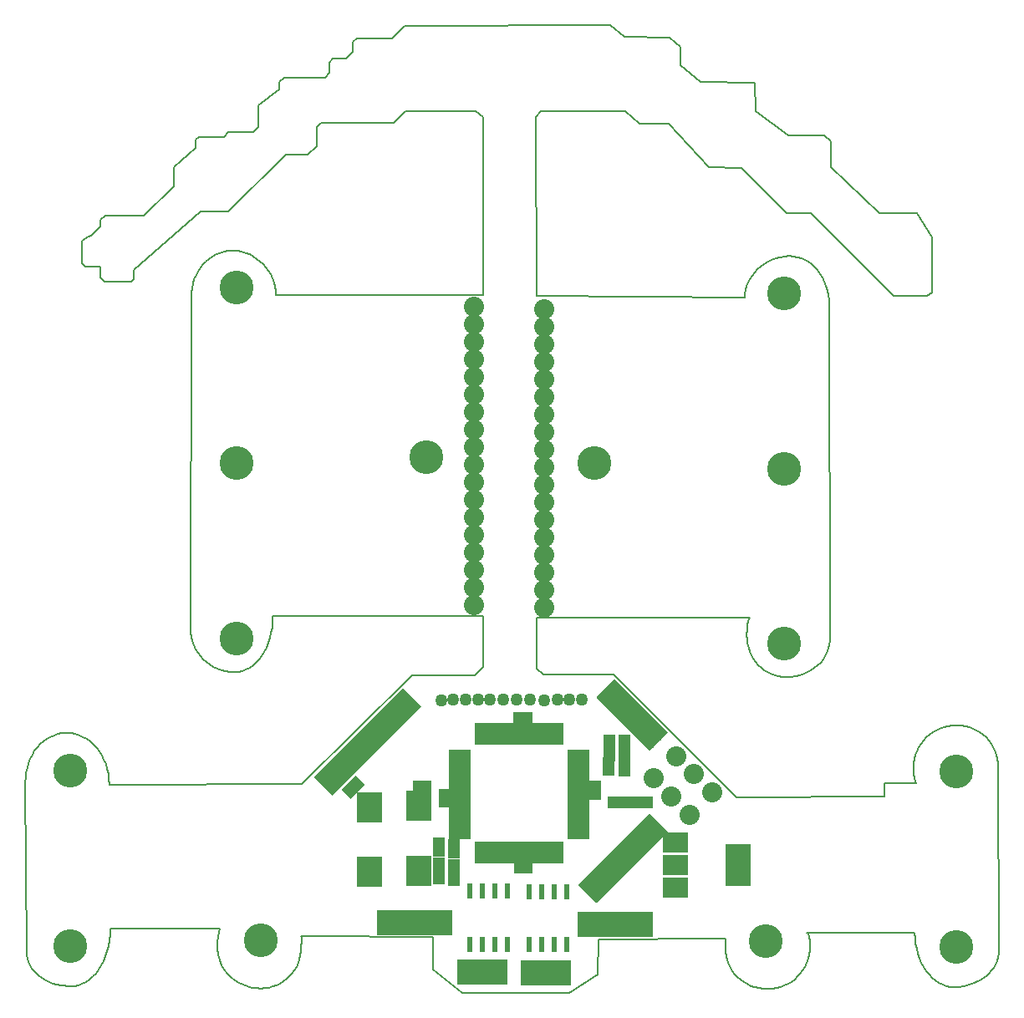
<source format=gts>
G04 PROTEUS RS274X GERBER FILE*
%FSLAX24Y24*%
%MOIN*%
%ADD14C,0.0012*%
%ADD15C,0.0080*%
%ADD35C,0.0500*%
%ADD22C,0.0600*%
%ADD36R,0.0900X0.0400*%
%ADD37R,0.0400X0.0900*%
%ADD70R,0.0240X0.0610*%
%ADD38R,0.1000X0.1000*%
%ADD39R,0.0400X0.0500*%
%ADD40R,0.0500X0.0400*%
%ADD41C,0.0800*%
%ADD42R,0.1000X0.1200*%
%ADD43R,0.0450X0.0550*%
%ADD44R,0.0550X0.0450*%
%ADD45C,0.1350*%
%ADD46R,0.1000X0.0800*%
%ADD47R,0.1000X0.1700*%
G54D14*
X+595Y+3670D02*
X-104Y+2971D01*
X-803Y+3670D01*
X-104Y+4369D01*
X+595Y+3670D01*
X-104Y+2971D02*
X-104Y+2971D01*
X-110Y+2977D02*
X-98Y+2977D01*
X-116Y+2983D02*
X-92Y+2983D01*
X-122Y+2989D02*
X-86Y+2989D01*
X-128Y+2995D02*
X-80Y+2995D01*
X-134Y+3001D02*
X-74Y+3001D01*
X-140Y+3007D02*
X-68Y+3007D01*
X-146Y+3013D02*
X-62Y+3013D01*
X-152Y+3019D02*
X-56Y+3019D01*
X-158Y+3025D02*
X-50Y+3025D01*
X-164Y+3031D02*
X-44Y+3031D01*
X-170Y+3037D02*
X-38Y+3037D01*
X-176Y+3043D02*
X-32Y+3043D01*
X-182Y+3049D02*
X-26Y+3049D01*
X-188Y+3055D02*
X-20Y+3055D01*
X-194Y+3061D02*
X-14Y+3061D01*
X-200Y+3067D02*
X-8Y+3067D01*
X-206Y+3073D02*
X-2Y+3073D01*
X-212Y+3079D02*
X+4Y+3079D01*
X-218Y+3085D02*
X+10Y+3085D01*
X-224Y+3091D02*
X+16Y+3091D01*
X-230Y+3097D02*
X+22Y+3097D01*
X-236Y+3103D02*
X+28Y+3103D01*
X-242Y+3109D02*
X+34Y+3109D01*
X-248Y+3115D02*
X+40Y+3115D01*
X-254Y+3121D02*
X+46Y+3121D01*
X-260Y+3127D02*
X+52Y+3127D01*
X-266Y+3133D02*
X+58Y+3133D01*
X-272Y+3139D02*
X+64Y+3139D01*
X-278Y+3145D02*
X+70Y+3145D01*
X-284Y+3151D02*
X+76Y+3151D01*
X-290Y+3157D02*
X+82Y+3157D01*
X-296Y+3163D02*
X+88Y+3163D01*
X-302Y+3169D02*
X+94Y+3169D01*
X-308Y+3175D02*
X+100Y+3175D01*
X-314Y+3181D02*
X+106Y+3181D01*
X-320Y+3187D02*
X+112Y+3187D01*
X-326Y+3193D02*
X+118Y+3193D01*
X-332Y+3199D02*
X+124Y+3199D01*
X-338Y+3205D02*
X+130Y+3205D01*
X-344Y+3211D02*
X+136Y+3211D01*
X-350Y+3217D02*
X+142Y+3217D01*
X-356Y+3223D02*
X+148Y+3223D01*
X-362Y+3229D02*
X+154Y+3229D01*
X-368Y+3235D02*
X+160Y+3235D01*
X-374Y+3241D02*
X+166Y+3241D01*
X-380Y+3247D02*
X+172Y+3247D01*
X-386Y+3253D02*
X+178Y+3253D01*
X-392Y+3259D02*
X+184Y+3259D01*
X-398Y+3265D02*
X+190Y+3265D01*
X-404Y+3271D02*
X+196Y+3271D01*
X-410Y+3277D02*
X+202Y+3277D01*
X-416Y+3283D02*
X+208Y+3283D01*
X-422Y+3289D02*
X+214Y+3289D01*
X-428Y+3295D02*
X+220Y+3295D01*
X-434Y+3301D02*
X+226Y+3301D01*
X-440Y+3307D02*
X+232Y+3307D01*
X-446Y+3313D02*
X+238Y+3313D01*
X-452Y+3319D02*
X+244Y+3319D01*
X-458Y+3325D02*
X+250Y+3325D01*
X-464Y+3331D02*
X+256Y+3331D01*
X-470Y+3337D02*
X+262Y+3337D01*
X-476Y+3343D02*
X+268Y+3343D01*
X-482Y+3349D02*
X+274Y+3349D01*
X-488Y+3355D02*
X+280Y+3355D01*
X-494Y+3361D02*
X+286Y+3361D01*
X-500Y+3367D02*
X+292Y+3367D01*
X-506Y+3373D02*
X+298Y+3373D01*
X-512Y+3379D02*
X+304Y+3379D01*
X-518Y+3385D02*
X+310Y+3385D01*
X-524Y+3391D02*
X+316Y+3391D01*
X-530Y+3397D02*
X+322Y+3397D01*
X-536Y+3403D02*
X+328Y+3403D01*
X-542Y+3409D02*
X+334Y+3409D01*
X-548Y+3415D02*
X+340Y+3415D01*
X-554Y+3421D02*
X+346Y+3421D01*
X-560Y+3427D02*
X+352Y+3427D01*
X-566Y+3433D02*
X+358Y+3433D01*
X-572Y+3439D02*
X+364Y+3439D01*
X-578Y+3445D02*
X+370Y+3445D01*
X-584Y+3451D02*
X+376Y+3451D01*
X-590Y+3457D02*
X+382Y+3457D01*
X-596Y+3463D02*
X+388Y+3463D01*
X-602Y+3469D02*
X+394Y+3469D01*
X-608Y+3475D02*
X+400Y+3475D01*
X-614Y+3481D02*
X+406Y+3481D01*
X-620Y+3487D02*
X+412Y+3487D01*
X-626Y+3493D02*
X+418Y+3493D01*
X-632Y+3499D02*
X+424Y+3499D01*
X-638Y+3505D02*
X+430Y+3505D01*
X-644Y+3511D02*
X+436Y+3511D01*
X-650Y+3517D02*
X+442Y+3517D01*
X-656Y+3523D02*
X+448Y+3523D01*
X-662Y+3529D02*
X+454Y+3529D01*
X-668Y+3535D02*
X+460Y+3535D01*
X-674Y+3541D02*
X+466Y+3541D01*
X-680Y+3547D02*
X+472Y+3547D01*
X-686Y+3553D02*
X+478Y+3553D01*
X-692Y+3559D02*
X+484Y+3559D01*
X-698Y+3565D02*
X+490Y+3565D01*
X-704Y+3571D02*
X+496Y+3571D01*
X-710Y+3577D02*
X+502Y+3577D01*
X-716Y+3583D02*
X+508Y+3583D01*
X-722Y+3589D02*
X+514Y+3589D01*
X-728Y+3595D02*
X+520Y+3595D01*
X-734Y+3601D02*
X+526Y+3601D01*
X-740Y+3607D02*
X+532Y+3607D01*
X-746Y+3613D02*
X+538Y+3613D01*
X-752Y+3619D02*
X+544Y+3619D01*
X-758Y+3625D02*
X+550Y+3625D01*
X-764Y+3631D02*
X+556Y+3631D01*
X-770Y+3637D02*
X+562Y+3637D01*
X-776Y+3643D02*
X+568Y+3643D01*
X-782Y+3649D02*
X+574Y+3649D01*
X-788Y+3655D02*
X+580Y+3655D01*
X-794Y+3661D02*
X+586Y+3661D01*
X-800Y+3667D02*
X+592Y+3667D01*
X-800Y+3673D02*
X+592Y+3673D01*
X-794Y+3679D02*
X+586Y+3679D01*
X-788Y+3685D02*
X+580Y+3685D01*
X-782Y+3691D02*
X+574Y+3691D01*
X-776Y+3697D02*
X+568Y+3697D01*
X-770Y+3703D02*
X+562Y+3703D01*
X-764Y+3709D02*
X+556Y+3709D01*
X-758Y+3715D02*
X+550Y+3715D01*
X-752Y+3721D02*
X+544Y+3721D01*
X-746Y+3727D02*
X+538Y+3727D01*
X-740Y+3733D02*
X+532Y+3733D01*
X-734Y+3739D02*
X+526Y+3739D01*
X-728Y+3745D02*
X+520Y+3745D01*
X-722Y+3751D02*
X+514Y+3751D01*
X-716Y+3757D02*
X+508Y+3757D01*
X-710Y+3763D02*
X+502Y+3763D01*
X-704Y+3769D02*
X+496Y+3769D01*
X-698Y+3775D02*
X+490Y+3775D01*
X-692Y+3781D02*
X+484Y+3781D01*
X-686Y+3787D02*
X+478Y+3787D01*
X-680Y+3793D02*
X+472Y+3793D01*
X-674Y+3799D02*
X+466Y+3799D01*
X-668Y+3805D02*
X+460Y+3805D01*
X-662Y+3811D02*
X+454Y+3811D01*
X-656Y+3817D02*
X+448Y+3817D01*
X-650Y+3823D02*
X+442Y+3823D01*
X-644Y+3829D02*
X+436Y+3829D01*
X-638Y+3835D02*
X+430Y+3835D01*
X-632Y+3841D02*
X+424Y+3841D01*
X-626Y+3847D02*
X+418Y+3847D01*
X-620Y+3853D02*
X+412Y+3853D01*
X-614Y+3859D02*
X+406Y+3859D01*
X-608Y+3865D02*
X+400Y+3865D01*
X-602Y+3871D02*
X+394Y+3871D01*
X-596Y+3877D02*
X+388Y+3877D01*
X-590Y+3883D02*
X+382Y+3883D01*
X-584Y+3889D02*
X+376Y+3889D01*
X-578Y+3895D02*
X+370Y+3895D01*
X-572Y+3901D02*
X+364Y+3901D01*
X-566Y+3907D02*
X+358Y+3907D01*
X-560Y+3913D02*
X+352Y+3913D01*
X-554Y+3919D02*
X+346Y+3919D01*
X-548Y+3925D02*
X+340Y+3925D01*
X-542Y+3931D02*
X+334Y+3931D01*
X-536Y+3937D02*
X+328Y+3937D01*
X-530Y+3943D02*
X+322Y+3943D01*
X-524Y+3949D02*
X+316Y+3949D01*
X-518Y+3955D02*
X+310Y+3955D01*
X-512Y+3961D02*
X+304Y+3961D01*
X-506Y+3967D02*
X+298Y+3967D01*
X-500Y+3973D02*
X+292Y+3973D01*
X-494Y+3979D02*
X+286Y+3979D01*
X-488Y+3985D02*
X+280Y+3985D01*
X-482Y+3991D02*
X+274Y+3991D01*
X-476Y+3997D02*
X+268Y+3997D01*
X-470Y+4003D02*
X+262Y+4003D01*
X-464Y+4009D02*
X+256Y+4009D01*
X-458Y+4015D02*
X+250Y+4015D01*
X-452Y+4021D02*
X+244Y+4021D01*
X-446Y+4027D02*
X+238Y+4027D01*
X-440Y+4033D02*
X+232Y+4033D01*
X-434Y+4039D02*
X+226Y+4039D01*
X-428Y+4045D02*
X+220Y+4045D01*
X-422Y+4051D02*
X+214Y+4051D01*
X-416Y+4057D02*
X+208Y+4057D01*
X-410Y+4063D02*
X+202Y+4063D01*
X-404Y+4069D02*
X+196Y+4069D01*
X-398Y+4075D02*
X+190Y+4075D01*
X-392Y+4081D02*
X+184Y+4081D01*
X-386Y+4087D02*
X+178Y+4087D01*
X-380Y+4093D02*
X+172Y+4093D01*
X-374Y+4099D02*
X+166Y+4099D01*
X-368Y+4105D02*
X+160Y+4105D01*
X-362Y+4111D02*
X+154Y+4111D01*
X-356Y+4117D02*
X+148Y+4117D01*
X-350Y+4123D02*
X+142Y+4123D01*
X-344Y+4129D02*
X+136Y+4129D01*
X-338Y+4135D02*
X+130Y+4135D01*
X-332Y+4141D02*
X+124Y+4141D01*
X-326Y+4147D02*
X+118Y+4147D01*
X-320Y+4153D02*
X+112Y+4153D01*
X-314Y+4159D02*
X+106Y+4159D01*
X-308Y+4165D02*
X+100Y+4165D01*
X-302Y+4171D02*
X+94Y+4171D01*
X-296Y+4177D02*
X+88Y+4177D01*
X-290Y+4183D02*
X+82Y+4183D01*
X-284Y+4189D02*
X+76Y+4189D01*
X-278Y+4195D02*
X+70Y+4195D01*
X-272Y+4201D02*
X+64Y+4201D01*
X-266Y+4207D02*
X+58Y+4207D01*
X-260Y+4213D02*
X+52Y+4213D01*
X-254Y+4219D02*
X+46Y+4219D01*
X-248Y+4225D02*
X+40Y+4225D01*
X-242Y+4231D02*
X+34Y+4231D01*
X-236Y+4237D02*
X+28Y+4237D01*
X-230Y+4243D02*
X+22Y+4243D01*
X-224Y+4249D02*
X+16Y+4249D01*
X-218Y+4255D02*
X+10Y+4255D01*
X-212Y+4261D02*
X+4Y+4261D01*
X-206Y+4267D02*
X-2Y+4267D01*
X-200Y+4273D02*
X-8Y+4273D01*
X-194Y+4279D02*
X-14Y+4279D01*
X-188Y+4285D02*
X-20Y+4285D01*
X-182Y+4291D02*
X-26Y+4291D01*
X-176Y+4297D02*
X-32Y+4297D01*
X-170Y+4303D02*
X-38Y+4303D01*
X-164Y+4309D02*
X-44Y+4309D01*
X-158Y+4315D02*
X-50Y+4315D01*
X-152Y+4321D02*
X-56Y+4321D01*
X-146Y+4327D02*
X-62Y+4327D01*
X-140Y+4333D02*
X-68Y+4333D01*
X-134Y+4339D02*
X-74Y+4339D01*
X-128Y+4345D02*
X-80Y+4345D01*
X-122Y+4351D02*
X-86Y+4351D01*
X-116Y+4357D02*
X-92Y+4357D01*
X-110Y+4363D02*
X-98Y+4363D01*
X-104Y+4369D02*
X-104Y+4369D01*
X-112Y+2963D02*
X-811Y+2264D01*
X-1510Y+2963D01*
X-811Y+3662D01*
X-112Y+2963D01*
X-811Y+2264D02*
X-811Y+2264D01*
X-817Y+2270D02*
X-805Y+2270D01*
X-823Y+2276D02*
X-799Y+2276D01*
X-829Y+2282D02*
X-793Y+2282D01*
X-835Y+2288D02*
X-787Y+2288D01*
X-841Y+2294D02*
X-781Y+2294D01*
X-847Y+2300D02*
X-775Y+2300D01*
X-853Y+2306D02*
X-769Y+2306D01*
X-859Y+2312D02*
X-763Y+2312D01*
X-865Y+2318D02*
X-757Y+2318D01*
X-871Y+2324D02*
X-751Y+2324D01*
X-877Y+2330D02*
X-745Y+2330D01*
X-883Y+2336D02*
X-739Y+2336D01*
X-889Y+2342D02*
X-733Y+2342D01*
X-895Y+2348D02*
X-727Y+2348D01*
X-901Y+2354D02*
X-721Y+2354D01*
X-907Y+2360D02*
X-715Y+2360D01*
X-913Y+2366D02*
X-709Y+2366D01*
X-919Y+2372D02*
X-703Y+2372D01*
X-925Y+2378D02*
X-697Y+2378D01*
X-931Y+2384D02*
X-691Y+2384D01*
X-937Y+2390D02*
X-685Y+2390D01*
X-943Y+2396D02*
X-679Y+2396D01*
X-949Y+2402D02*
X-673Y+2402D01*
X-955Y+2408D02*
X-667Y+2408D01*
X-961Y+2414D02*
X-661Y+2414D01*
X-967Y+2420D02*
X-655Y+2420D01*
X-973Y+2426D02*
X-649Y+2426D01*
X-979Y+2432D02*
X-643Y+2432D01*
X-985Y+2438D02*
X-637Y+2438D01*
X-991Y+2444D02*
X-631Y+2444D01*
X-997Y+2450D02*
X-625Y+2450D01*
X-1003Y+2456D02*
X-619Y+2456D01*
X-1009Y+2462D02*
X-613Y+2462D01*
X-1015Y+2468D02*
X-607Y+2468D01*
X-1021Y+2474D02*
X-601Y+2474D01*
X-1027Y+2480D02*
X-595Y+2480D01*
X-1033Y+2486D02*
X-589Y+2486D01*
X-1039Y+2492D02*
X-583Y+2492D01*
X-1045Y+2498D02*
X-577Y+2498D01*
X-1051Y+2504D02*
X-571Y+2504D01*
X-1057Y+2510D02*
X-565Y+2510D01*
X-1063Y+2516D02*
X-559Y+2516D01*
X-1069Y+2522D02*
X-553Y+2522D01*
X-1075Y+2528D02*
X-547Y+2528D01*
X-1081Y+2534D02*
X-541Y+2534D01*
X-1087Y+2540D02*
X-535Y+2540D01*
X-1093Y+2546D02*
X-529Y+2546D01*
X-1099Y+2552D02*
X-523Y+2552D01*
X-1105Y+2558D02*
X-517Y+2558D01*
X-1111Y+2564D02*
X-511Y+2564D01*
X-1117Y+2570D02*
X-505Y+2570D01*
X-1123Y+2576D02*
X-499Y+2576D01*
X-1129Y+2582D02*
X-493Y+2582D01*
X-1135Y+2588D02*
X-487Y+2588D01*
X-1141Y+2594D02*
X-481Y+2594D01*
X-1147Y+2600D02*
X-475Y+2600D01*
X-1153Y+2606D02*
X-469Y+2606D01*
X-1159Y+2612D02*
X-463Y+2612D01*
X-1165Y+2618D02*
X-457Y+2618D01*
X-1171Y+2624D02*
X-451Y+2624D01*
X-1177Y+2630D02*
X-445Y+2630D01*
X-1183Y+2636D02*
X-439Y+2636D01*
X-1189Y+2642D02*
X-433Y+2642D01*
X-1195Y+2648D02*
X-427Y+2648D01*
X-1201Y+2654D02*
X-421Y+2654D01*
X-1207Y+2660D02*
X-415Y+2660D01*
X-1213Y+2666D02*
X-409Y+2666D01*
X-1219Y+2672D02*
X-403Y+2672D01*
X-1225Y+2678D02*
X-397Y+2678D01*
X-1231Y+2684D02*
X-391Y+2684D01*
X-1237Y+2690D02*
X-385Y+2690D01*
X-1243Y+2696D02*
X-379Y+2696D01*
X-1249Y+2702D02*
X-373Y+2702D01*
X-1255Y+2708D02*
X-367Y+2708D01*
X-1261Y+2714D02*
X-361Y+2714D01*
X-1267Y+2720D02*
X-355Y+2720D01*
X-1273Y+2726D02*
X-349Y+2726D01*
X-1279Y+2732D02*
X-343Y+2732D01*
X-1285Y+2738D02*
X-337Y+2738D01*
X-1291Y+2744D02*
X-331Y+2744D01*
X-1297Y+2750D02*
X-325Y+2750D01*
X-1303Y+2756D02*
X-319Y+2756D01*
X-1309Y+2762D02*
X-313Y+2762D01*
X-1315Y+2768D02*
X-307Y+2768D01*
X-1321Y+2774D02*
X-301Y+2774D01*
X-1327Y+2780D02*
X-295Y+2780D01*
X-1333Y+2786D02*
X-289Y+2786D01*
X-1339Y+2792D02*
X-283Y+2792D01*
X-1345Y+2798D02*
X-277Y+2798D01*
X-1351Y+2804D02*
X-271Y+2804D01*
X-1357Y+2810D02*
X-265Y+2810D01*
X-1363Y+2816D02*
X-259Y+2816D01*
X-1369Y+2822D02*
X-253Y+2822D01*
X-1375Y+2828D02*
X-247Y+2828D01*
X-1381Y+2834D02*
X-241Y+2834D01*
X-1387Y+2840D02*
X-235Y+2840D01*
X-1393Y+2846D02*
X-229Y+2846D01*
X-1399Y+2852D02*
X-223Y+2852D01*
X-1405Y+2858D02*
X-217Y+2858D01*
X-1411Y+2864D02*
X-211Y+2864D01*
X-1417Y+2870D02*
X-205Y+2870D01*
X-1423Y+2876D02*
X-199Y+2876D01*
X-1429Y+2882D02*
X-193Y+2882D01*
X-1435Y+2888D02*
X-187Y+2888D01*
X-1441Y+2894D02*
X-181Y+2894D01*
X-1447Y+2900D02*
X-175Y+2900D01*
X-1453Y+2906D02*
X-169Y+2906D01*
X-1459Y+2912D02*
X-163Y+2912D01*
X-1465Y+2918D02*
X-157Y+2918D01*
X-1471Y+2924D02*
X-151Y+2924D01*
X-1477Y+2930D02*
X-145Y+2930D01*
X-1483Y+2936D02*
X-139Y+2936D01*
X-1489Y+2942D02*
X-133Y+2942D01*
X-1495Y+2948D02*
X-127Y+2948D01*
X-1501Y+2954D02*
X-121Y+2954D01*
X-1507Y+2960D02*
X-115Y+2960D01*
X-1507Y+2966D02*
X-115Y+2966D01*
X-1501Y+2972D02*
X-121Y+2972D01*
X-1495Y+2978D02*
X-127Y+2978D01*
X-1489Y+2984D02*
X-133Y+2984D01*
X-1483Y+2990D02*
X-139Y+2990D01*
X-1477Y+2996D02*
X-145Y+2996D01*
X-1471Y+3002D02*
X-151Y+3002D01*
X-1465Y+3008D02*
X-157Y+3008D01*
X-1459Y+3014D02*
X-163Y+3014D01*
X-1453Y+3020D02*
X-169Y+3020D01*
X-1447Y+3026D02*
X-175Y+3026D01*
X-1441Y+3032D02*
X-181Y+3032D01*
X-1435Y+3038D02*
X-187Y+3038D01*
X-1429Y+3044D02*
X-193Y+3044D01*
X-1423Y+3050D02*
X-199Y+3050D01*
X-1417Y+3056D02*
X-205Y+3056D01*
X-1411Y+3062D02*
X-211Y+3062D01*
X-1405Y+3068D02*
X-217Y+3068D01*
X-1399Y+3074D02*
X-223Y+3074D01*
X-1393Y+3080D02*
X-229Y+3080D01*
X-1387Y+3086D02*
X-235Y+3086D01*
X-1381Y+3092D02*
X-241Y+3092D01*
X-1375Y+3098D02*
X-247Y+3098D01*
X-1369Y+3104D02*
X-253Y+3104D01*
X-1363Y+3110D02*
X-259Y+3110D01*
X-1357Y+3116D02*
X-265Y+3116D01*
X-1351Y+3122D02*
X-271Y+3122D01*
X-1345Y+3128D02*
X-277Y+3128D01*
X-1339Y+3134D02*
X-283Y+3134D01*
X-1333Y+3140D02*
X-289Y+3140D01*
X-1327Y+3146D02*
X-295Y+3146D01*
X-1321Y+3152D02*
X-301Y+3152D01*
X-1315Y+3158D02*
X-307Y+3158D01*
X-1309Y+3164D02*
X-313Y+3164D01*
X-1303Y+3170D02*
X-319Y+3170D01*
X-1297Y+3176D02*
X-325Y+3176D01*
X-1291Y+3182D02*
X-331Y+3182D01*
X-1285Y+3188D02*
X-337Y+3188D01*
X-1279Y+3194D02*
X-343Y+3194D01*
X-1273Y+3200D02*
X-349Y+3200D01*
X-1267Y+3206D02*
X-355Y+3206D01*
X-1261Y+3212D02*
X-361Y+3212D01*
X-1255Y+3218D02*
X-367Y+3218D01*
X-1249Y+3224D02*
X-373Y+3224D01*
X-1243Y+3230D02*
X-379Y+3230D01*
X-1237Y+3236D02*
X-385Y+3236D01*
X-1231Y+3242D02*
X-391Y+3242D01*
X-1225Y+3248D02*
X-397Y+3248D01*
X-1219Y+3254D02*
X-403Y+3254D01*
X-1213Y+3260D02*
X-409Y+3260D01*
X-1207Y+3266D02*
X-415Y+3266D01*
X-1201Y+3272D02*
X-421Y+3272D01*
X-1195Y+3278D02*
X-427Y+3278D01*
X-1189Y+3284D02*
X-433Y+3284D01*
X-1183Y+3290D02*
X-439Y+3290D01*
X-1177Y+3296D02*
X-445Y+3296D01*
X-1171Y+3302D02*
X-451Y+3302D01*
X-1165Y+3308D02*
X-457Y+3308D01*
X-1159Y+3314D02*
X-463Y+3314D01*
X-1153Y+3320D02*
X-469Y+3320D01*
X-1147Y+3326D02*
X-475Y+3326D01*
X-1141Y+3332D02*
X-481Y+3332D01*
X-1135Y+3338D02*
X-487Y+3338D01*
X-1129Y+3344D02*
X-493Y+3344D01*
X-1123Y+3350D02*
X-499Y+3350D01*
X-1117Y+3356D02*
X-505Y+3356D01*
X-1111Y+3362D02*
X-511Y+3362D01*
X-1105Y+3368D02*
X-517Y+3368D01*
X-1099Y+3374D02*
X-523Y+3374D01*
X-1093Y+3380D02*
X-529Y+3380D01*
X-1087Y+3386D02*
X-535Y+3386D01*
X-1081Y+3392D02*
X-541Y+3392D01*
X-1075Y+3398D02*
X-547Y+3398D01*
X-1069Y+3404D02*
X-553Y+3404D01*
X-1063Y+3410D02*
X-559Y+3410D01*
X-1057Y+3416D02*
X-565Y+3416D01*
X-1051Y+3422D02*
X-571Y+3422D01*
X-1045Y+3428D02*
X-577Y+3428D01*
X-1039Y+3434D02*
X-583Y+3434D01*
X-1033Y+3440D02*
X-589Y+3440D01*
X-1027Y+3446D02*
X-595Y+3446D01*
X-1021Y+3452D02*
X-601Y+3452D01*
X-1015Y+3458D02*
X-607Y+3458D01*
X-1009Y+3464D02*
X-613Y+3464D01*
X-1003Y+3470D02*
X-619Y+3470D01*
X-997Y+3476D02*
X-625Y+3476D01*
X-991Y+3482D02*
X-631Y+3482D01*
X-985Y+3488D02*
X-637Y+3488D01*
X-979Y+3494D02*
X-643Y+3494D01*
X-973Y+3500D02*
X-649Y+3500D01*
X-967Y+3506D02*
X-655Y+3506D01*
X-961Y+3512D02*
X-661Y+3512D01*
X-955Y+3518D02*
X-667Y+3518D01*
X-949Y+3524D02*
X-673Y+3524D01*
X-943Y+3530D02*
X-679Y+3530D01*
X-937Y+3536D02*
X-685Y+3536D01*
X-931Y+3542D02*
X-691Y+3542D01*
X-925Y+3548D02*
X-697Y+3548D01*
X-919Y+3554D02*
X-703Y+3554D01*
X-913Y+3560D02*
X-709Y+3560D01*
X-907Y+3566D02*
X-715Y+3566D01*
X-901Y+3572D02*
X-721Y+3572D01*
X-895Y+3578D02*
X-727Y+3578D01*
X-889Y+3584D02*
X-733Y+3584D01*
X-883Y+3590D02*
X-739Y+3590D01*
X-877Y+3596D02*
X-745Y+3596D01*
X-871Y+3602D02*
X-751Y+3602D01*
X-865Y+3608D02*
X-757Y+3608D01*
X-859Y+3614D02*
X-763Y+3614D01*
X-853Y+3620D02*
X-769Y+3620D01*
X-847Y+3626D02*
X-775Y+3626D01*
X-841Y+3632D02*
X-781Y+3632D01*
X-835Y+3638D02*
X-787Y+3638D01*
X-829Y+3644D02*
X-793Y+3644D01*
X-823Y+3650D02*
X-799Y+3650D01*
X-817Y+3656D02*
X-805Y+3656D01*
X-811Y+3662D02*
X-811Y+3662D01*
X-819Y+2256D02*
X-1518Y+1557D01*
X-2217Y+2256D01*
X-1518Y+2955D01*
X-819Y+2256D01*
X-1518Y+1557D02*
X-1518Y+1557D01*
X-1524Y+1563D02*
X-1512Y+1563D01*
X-1530Y+1569D02*
X-1506Y+1569D01*
X-1536Y+1575D02*
X-1500Y+1575D01*
X-1542Y+1581D02*
X-1494Y+1581D01*
X-1548Y+1587D02*
X-1488Y+1587D01*
X-1554Y+1593D02*
X-1482Y+1593D01*
X-1560Y+1599D02*
X-1476Y+1599D01*
X-1566Y+1605D02*
X-1470Y+1605D01*
X-1572Y+1611D02*
X-1464Y+1611D01*
X-1578Y+1617D02*
X-1458Y+1617D01*
X-1584Y+1623D02*
X-1452Y+1623D01*
X-1590Y+1629D02*
X-1446Y+1629D01*
X-1596Y+1635D02*
X-1440Y+1635D01*
X-1602Y+1641D02*
X-1434Y+1641D01*
X-1608Y+1647D02*
X-1428Y+1647D01*
X-1614Y+1653D02*
X-1422Y+1653D01*
X-1620Y+1659D02*
X-1416Y+1659D01*
X-1626Y+1665D02*
X-1410Y+1665D01*
X-1632Y+1671D02*
X-1404Y+1671D01*
X-1638Y+1677D02*
X-1398Y+1677D01*
X-1644Y+1683D02*
X-1392Y+1683D01*
X-1650Y+1689D02*
X-1386Y+1689D01*
X-1656Y+1695D02*
X-1380Y+1695D01*
X-1662Y+1701D02*
X-1374Y+1701D01*
X-1668Y+1707D02*
X-1368Y+1707D01*
X-1674Y+1713D02*
X-1362Y+1713D01*
X-1680Y+1719D02*
X-1356Y+1719D01*
X-1686Y+1725D02*
X-1350Y+1725D01*
X-1692Y+1731D02*
X-1344Y+1731D01*
X-1698Y+1737D02*
X-1338Y+1737D01*
X-1704Y+1743D02*
X-1332Y+1743D01*
X-1710Y+1749D02*
X-1326Y+1749D01*
X-1716Y+1755D02*
X-1320Y+1755D01*
X-1722Y+1761D02*
X-1314Y+1761D01*
X-1728Y+1767D02*
X-1308Y+1767D01*
X-1734Y+1773D02*
X-1302Y+1773D01*
X-1740Y+1779D02*
X-1296Y+1779D01*
X-1746Y+1785D02*
X-1290Y+1785D01*
X-1752Y+1791D02*
X-1284Y+1791D01*
X-1758Y+1797D02*
X-1278Y+1797D01*
X-1764Y+1803D02*
X-1272Y+1803D01*
X-1770Y+1809D02*
X-1266Y+1809D01*
X-1776Y+1815D02*
X-1260Y+1815D01*
X-1782Y+1821D02*
X-1254Y+1821D01*
X-1788Y+1827D02*
X-1248Y+1827D01*
X-1794Y+1833D02*
X-1242Y+1833D01*
X-1800Y+1839D02*
X-1236Y+1839D01*
X-1806Y+1845D02*
X-1230Y+1845D01*
X-1812Y+1851D02*
X-1224Y+1851D01*
X-1818Y+1857D02*
X-1218Y+1857D01*
X-1824Y+1863D02*
X-1212Y+1863D01*
X-1830Y+1869D02*
X-1206Y+1869D01*
X-1836Y+1875D02*
X-1200Y+1875D01*
X-1842Y+1881D02*
X-1194Y+1881D01*
X-1848Y+1887D02*
X-1188Y+1887D01*
X-1854Y+1893D02*
X-1182Y+1893D01*
X-1860Y+1899D02*
X-1176Y+1899D01*
X-1866Y+1905D02*
X-1170Y+1905D01*
X-1872Y+1911D02*
X-1164Y+1911D01*
X-1878Y+1917D02*
X-1158Y+1917D01*
X-1884Y+1923D02*
X-1152Y+1923D01*
X-1890Y+1929D02*
X-1146Y+1929D01*
X-1896Y+1935D02*
X-1140Y+1935D01*
X-1902Y+1941D02*
X-1134Y+1941D01*
X-1908Y+1947D02*
X-1128Y+1947D01*
X-1914Y+1953D02*
X-1122Y+1953D01*
X-1920Y+1959D02*
X-1116Y+1959D01*
X-1926Y+1965D02*
X-1110Y+1965D01*
X-1932Y+1971D02*
X-1104Y+1971D01*
X-1938Y+1977D02*
X-1098Y+1977D01*
X-1944Y+1983D02*
X-1092Y+1983D01*
X-1950Y+1989D02*
X-1086Y+1989D01*
X-1956Y+1995D02*
X-1080Y+1995D01*
X-1962Y+2001D02*
X-1074Y+2001D01*
X-1968Y+2007D02*
X-1068Y+2007D01*
X-1974Y+2013D02*
X-1062Y+2013D01*
X-1980Y+2019D02*
X-1056Y+2019D01*
X-1986Y+2025D02*
X-1050Y+2025D01*
X-1992Y+2031D02*
X-1044Y+2031D01*
X-1998Y+2037D02*
X-1038Y+2037D01*
X-2004Y+2043D02*
X-1032Y+2043D01*
X-2010Y+2049D02*
X-1026Y+2049D01*
X-2016Y+2055D02*
X-1020Y+2055D01*
X-2022Y+2061D02*
X-1014Y+2061D01*
X-2028Y+2067D02*
X-1008Y+2067D01*
X-2034Y+2073D02*
X-1002Y+2073D01*
X-2040Y+2079D02*
X-996Y+2079D01*
X-2046Y+2085D02*
X-990Y+2085D01*
X-2052Y+2091D02*
X-984Y+2091D01*
X-2058Y+2097D02*
X-978Y+2097D01*
X-2064Y+2103D02*
X-972Y+2103D01*
X-2070Y+2109D02*
X-966Y+2109D01*
X-2076Y+2115D02*
X-960Y+2115D01*
X-2082Y+2121D02*
X-954Y+2121D01*
X-2088Y+2127D02*
X-948Y+2127D01*
X-2094Y+2133D02*
X-942Y+2133D01*
X-2100Y+2139D02*
X-936Y+2139D01*
X-2106Y+2145D02*
X-930Y+2145D01*
X-2112Y+2151D02*
X-924Y+2151D01*
X-2118Y+2157D02*
X-918Y+2157D01*
X-2124Y+2163D02*
X-912Y+2163D01*
X-2130Y+2169D02*
X-906Y+2169D01*
X-2136Y+2175D02*
X-900Y+2175D01*
X-2142Y+2181D02*
X-894Y+2181D01*
X-2148Y+2187D02*
X-888Y+2187D01*
X-2154Y+2193D02*
X-882Y+2193D01*
X-2160Y+2199D02*
X-876Y+2199D01*
X-2166Y+2205D02*
X-870Y+2205D01*
X-2172Y+2211D02*
X-864Y+2211D01*
X-2178Y+2217D02*
X-858Y+2217D01*
X-2184Y+2223D02*
X-852Y+2223D01*
X-2190Y+2229D02*
X-846Y+2229D01*
X-2196Y+2235D02*
X-840Y+2235D01*
X-2202Y+2241D02*
X-834Y+2241D01*
X-2208Y+2247D02*
X-828Y+2247D01*
X-2214Y+2253D02*
X-822Y+2253D01*
X-2214Y+2259D02*
X-822Y+2259D01*
X-2208Y+2265D02*
X-828Y+2265D01*
X-2202Y+2271D02*
X-834Y+2271D01*
X-2196Y+2277D02*
X-840Y+2277D01*
X-2190Y+2283D02*
X-846Y+2283D01*
X-2184Y+2289D02*
X-852Y+2289D01*
X-2178Y+2295D02*
X-858Y+2295D01*
X-2172Y+2301D02*
X-864Y+2301D01*
X-2166Y+2307D02*
X-870Y+2307D01*
X-2160Y+2313D02*
X-876Y+2313D01*
X-2154Y+2319D02*
X-882Y+2319D01*
X-2148Y+2325D02*
X-888Y+2325D01*
X-2142Y+2331D02*
X-894Y+2331D01*
X-2136Y+2337D02*
X-900Y+2337D01*
X-2130Y+2343D02*
X-906Y+2343D01*
X-2124Y+2349D02*
X-912Y+2349D01*
X-2118Y+2355D02*
X-918Y+2355D01*
X-2112Y+2361D02*
X-924Y+2361D01*
X-2106Y+2367D02*
X-930Y+2367D01*
X-2100Y+2373D02*
X-936Y+2373D01*
X-2094Y+2379D02*
X-942Y+2379D01*
X-2088Y+2385D02*
X-948Y+2385D01*
X-2082Y+2391D02*
X-954Y+2391D01*
X-2076Y+2397D02*
X-960Y+2397D01*
X-2070Y+2403D02*
X-966Y+2403D01*
X-2064Y+2409D02*
X-972Y+2409D01*
X-2058Y+2415D02*
X-978Y+2415D01*
X-2052Y+2421D02*
X-984Y+2421D01*
X-2046Y+2427D02*
X-990Y+2427D01*
X-2040Y+2433D02*
X-996Y+2433D01*
X-2034Y+2439D02*
X-1002Y+2439D01*
X-2028Y+2445D02*
X-1008Y+2445D01*
X-2022Y+2451D02*
X-1014Y+2451D01*
X-2016Y+2457D02*
X-1020Y+2457D01*
X-2010Y+2463D02*
X-1026Y+2463D01*
X-2004Y+2469D02*
X-1032Y+2469D01*
X-1998Y+2475D02*
X-1038Y+2475D01*
X-1992Y+2481D02*
X-1044Y+2481D01*
X-1986Y+2487D02*
X-1050Y+2487D01*
X-1980Y+2493D02*
X-1056Y+2493D01*
X-1974Y+2499D02*
X-1062Y+2499D01*
X-1968Y+2505D02*
X-1068Y+2505D01*
X-1962Y+2511D02*
X-1074Y+2511D01*
X-1956Y+2517D02*
X-1080Y+2517D01*
X-1950Y+2523D02*
X-1086Y+2523D01*
X-1944Y+2529D02*
X-1092Y+2529D01*
X-1938Y+2535D02*
X-1098Y+2535D01*
X-1932Y+2541D02*
X-1104Y+2541D01*
X-1926Y+2547D02*
X-1110Y+2547D01*
X-1920Y+2553D02*
X-1116Y+2553D01*
X-1914Y+2559D02*
X-1122Y+2559D01*
X-1908Y+2565D02*
X-1128Y+2565D01*
X-1902Y+2571D02*
X-1134Y+2571D01*
X-1896Y+2577D02*
X-1140Y+2577D01*
X-1890Y+2583D02*
X-1146Y+2583D01*
X-1884Y+2589D02*
X-1152Y+2589D01*
X-1878Y+2595D02*
X-1158Y+2595D01*
X-1872Y+2601D02*
X-1164Y+2601D01*
X-1866Y+2607D02*
X-1170Y+2607D01*
X-1860Y+2613D02*
X-1176Y+2613D01*
X-1854Y+2619D02*
X-1182Y+2619D01*
X-1848Y+2625D02*
X-1188Y+2625D01*
X-1842Y+2631D02*
X-1194Y+2631D01*
X-1836Y+2637D02*
X-1200Y+2637D01*
X-1830Y+2643D02*
X-1206Y+2643D01*
X-1824Y+2649D02*
X-1212Y+2649D01*
X-1818Y+2655D02*
X-1218Y+2655D01*
X-1812Y+2661D02*
X-1224Y+2661D01*
X-1806Y+2667D02*
X-1230Y+2667D01*
X-1800Y+2673D02*
X-1236Y+2673D01*
X-1794Y+2679D02*
X-1242Y+2679D01*
X-1788Y+2685D02*
X-1248Y+2685D01*
X-1782Y+2691D02*
X-1254Y+2691D01*
X-1776Y+2697D02*
X-1260Y+2697D01*
X-1770Y+2703D02*
X-1266Y+2703D01*
X-1764Y+2709D02*
X-1272Y+2709D01*
X-1758Y+2715D02*
X-1278Y+2715D01*
X-1752Y+2721D02*
X-1284Y+2721D01*
X-1746Y+2727D02*
X-1290Y+2727D01*
X-1740Y+2733D02*
X-1296Y+2733D01*
X-1734Y+2739D02*
X-1302Y+2739D01*
X-1728Y+2745D02*
X-1308Y+2745D01*
X-1722Y+2751D02*
X-1314Y+2751D01*
X-1716Y+2757D02*
X-1320Y+2757D01*
X-1710Y+2763D02*
X-1326Y+2763D01*
X-1704Y+2769D02*
X-1332Y+2769D01*
X-1698Y+2775D02*
X-1338Y+2775D01*
X-1692Y+2781D02*
X-1344Y+2781D01*
X-1686Y+2787D02*
X-1350Y+2787D01*
X-1680Y+2793D02*
X-1356Y+2793D01*
X-1674Y+2799D02*
X-1362Y+2799D01*
X-1668Y+2805D02*
X-1368Y+2805D01*
X-1662Y+2811D02*
X-1374Y+2811D01*
X-1656Y+2817D02*
X-1380Y+2817D01*
X-1650Y+2823D02*
X-1386Y+2823D01*
X-1644Y+2829D02*
X-1392Y+2829D01*
X-1638Y+2835D02*
X-1398Y+2835D01*
X-1632Y+2841D02*
X-1404Y+2841D01*
X-1626Y+2847D02*
X-1410Y+2847D01*
X-1620Y+2853D02*
X-1416Y+2853D01*
X-1614Y+2859D02*
X-1422Y+2859D01*
X-1608Y+2865D02*
X-1428Y+2865D01*
X-1602Y+2871D02*
X-1434Y+2871D01*
X-1596Y+2877D02*
X-1440Y+2877D01*
X-1590Y+2883D02*
X-1446Y+2883D01*
X-1584Y+2889D02*
X-1452Y+2889D01*
X-1578Y+2895D02*
X-1458Y+2895D01*
X-1572Y+2901D02*
X-1464Y+2901D01*
X-1566Y+2907D02*
X-1470Y+2907D01*
X-1560Y+2913D02*
X-1476Y+2913D01*
X-1554Y+2919D02*
X-1482Y+2919D01*
X-1548Y+2925D02*
X-1488Y+2925D01*
X-1542Y+2931D02*
X-1494Y+2931D01*
X-1536Y+2937D02*
X-1500Y+2937D01*
X-1530Y+2943D02*
X-1506Y+2943D01*
X-1524Y+2949D02*
X-1512Y+2949D01*
X-1518Y+2955D02*
X-1518Y+2955D01*
X-1527Y+1549D02*
X-2226Y+850D01*
X-2925Y+1549D01*
X-2226Y+2248D01*
X-1527Y+1549D01*
X-2226Y+850D02*
X-2226Y+850D01*
X-2232Y+856D02*
X-2220Y+856D01*
X-2238Y+862D02*
X-2214Y+862D01*
X-2244Y+868D02*
X-2208Y+868D01*
X-2250Y+874D02*
X-2202Y+874D01*
X-2256Y+880D02*
X-2196Y+880D01*
X-2262Y+886D02*
X-2190Y+886D01*
X-2268Y+892D02*
X-2184Y+892D01*
X-2274Y+898D02*
X-2178Y+898D01*
X-2280Y+904D02*
X-2172Y+904D01*
X-2286Y+910D02*
X-2166Y+910D01*
X-2292Y+916D02*
X-2160Y+916D01*
X-2298Y+922D02*
X-2154Y+922D01*
X-2304Y+928D02*
X-2148Y+928D01*
X-2310Y+934D02*
X-2142Y+934D01*
X-2316Y+940D02*
X-2136Y+940D01*
X-2322Y+946D02*
X-2130Y+946D01*
X-2328Y+952D02*
X-2124Y+952D01*
X-2334Y+958D02*
X-2118Y+958D01*
X-2340Y+964D02*
X-2112Y+964D01*
X-2346Y+970D02*
X-2106Y+970D01*
X-2352Y+976D02*
X-2100Y+976D01*
X-2358Y+982D02*
X-2094Y+982D01*
X-2364Y+988D02*
X-2088Y+988D01*
X-2370Y+994D02*
X-2082Y+994D01*
X-2376Y+1000D02*
X-2076Y+1000D01*
X-2382Y+1006D02*
X-2070Y+1006D01*
X-2388Y+1012D02*
X-2064Y+1012D01*
X-2394Y+1018D02*
X-2058Y+1018D01*
X-2400Y+1024D02*
X-2052Y+1024D01*
X-2406Y+1030D02*
X-2046Y+1030D01*
X-2412Y+1036D02*
X-2040Y+1036D01*
X-2418Y+1042D02*
X-2034Y+1042D01*
X-2424Y+1048D02*
X-2028Y+1048D01*
X-2430Y+1054D02*
X-2022Y+1054D01*
X-2436Y+1060D02*
X-2016Y+1060D01*
X-2442Y+1066D02*
X-2010Y+1066D01*
X-2448Y+1072D02*
X-2004Y+1072D01*
X-2454Y+1078D02*
X-1998Y+1078D01*
X-2460Y+1084D02*
X-1992Y+1084D01*
X-2466Y+1090D02*
X-1986Y+1090D01*
X-2472Y+1096D02*
X-1980Y+1096D01*
X-2478Y+1102D02*
X-1974Y+1102D01*
X-2484Y+1108D02*
X-1968Y+1108D01*
X-2490Y+1114D02*
X-1962Y+1114D01*
X-2496Y+1120D02*
X-1956Y+1120D01*
X-2502Y+1126D02*
X-1950Y+1126D01*
X-2508Y+1132D02*
X-1944Y+1132D01*
X-2514Y+1138D02*
X-1938Y+1138D01*
X-2520Y+1144D02*
X-1932Y+1144D01*
X-2526Y+1150D02*
X-1926Y+1150D01*
X-2532Y+1156D02*
X-1920Y+1156D01*
X-2538Y+1162D02*
X-1914Y+1162D01*
X-2544Y+1168D02*
X-1908Y+1168D01*
X-2550Y+1174D02*
X-1902Y+1174D01*
X-2556Y+1180D02*
X-1896Y+1180D01*
X-2562Y+1186D02*
X-1890Y+1186D01*
X-2568Y+1192D02*
X-1884Y+1192D01*
X-2574Y+1198D02*
X-1878Y+1198D01*
X-2580Y+1204D02*
X-1872Y+1204D01*
X-2586Y+1210D02*
X-1866Y+1210D01*
X-2592Y+1216D02*
X-1860Y+1216D01*
X-2598Y+1222D02*
X-1854Y+1222D01*
X-2604Y+1228D02*
X-1848Y+1228D01*
X-2610Y+1234D02*
X-1842Y+1234D01*
X-2616Y+1240D02*
X-1836Y+1240D01*
X-2622Y+1246D02*
X-1830Y+1246D01*
X-2628Y+1252D02*
X-1824Y+1252D01*
X-2634Y+1258D02*
X-1818Y+1258D01*
X-2640Y+1264D02*
X-1812Y+1264D01*
X-2646Y+1270D02*
X-1806Y+1270D01*
X-2652Y+1276D02*
X-1800Y+1276D01*
X-2658Y+1282D02*
X-1794Y+1282D01*
X-2664Y+1288D02*
X-1788Y+1288D01*
X-2670Y+1294D02*
X-1782Y+1294D01*
X-2676Y+1300D02*
X-1776Y+1300D01*
X-2682Y+1306D02*
X-1770Y+1306D01*
X-2688Y+1312D02*
X-1764Y+1312D01*
X-2694Y+1318D02*
X-1758Y+1318D01*
X-2700Y+1324D02*
X-1752Y+1324D01*
X-2706Y+1330D02*
X-1746Y+1330D01*
X-2712Y+1336D02*
X-1740Y+1336D01*
X-2718Y+1342D02*
X-1734Y+1342D01*
X-2724Y+1348D02*
X-1728Y+1348D01*
X-2730Y+1354D02*
X-1722Y+1354D01*
X-2736Y+1360D02*
X-1716Y+1360D01*
X-2742Y+1366D02*
X-1710Y+1366D01*
X-2748Y+1372D02*
X-1704Y+1372D01*
X-2754Y+1378D02*
X-1698Y+1378D01*
X-2760Y+1384D02*
X-1692Y+1384D01*
X-2766Y+1390D02*
X-1686Y+1390D01*
X-2772Y+1396D02*
X-1680Y+1396D01*
X-2778Y+1402D02*
X-1674Y+1402D01*
X-2784Y+1408D02*
X-1668Y+1408D01*
X-2790Y+1414D02*
X-1662Y+1414D01*
X-2796Y+1420D02*
X-1656Y+1420D01*
X-2802Y+1426D02*
X-1650Y+1426D01*
X-2808Y+1432D02*
X-1644Y+1432D01*
X-2814Y+1438D02*
X-1638Y+1438D01*
X-2820Y+1444D02*
X-1632Y+1444D01*
X-2826Y+1450D02*
X-1626Y+1450D01*
X-2832Y+1456D02*
X-1620Y+1456D01*
X-2838Y+1462D02*
X-1614Y+1462D01*
X-2844Y+1468D02*
X-1608Y+1468D01*
X-2850Y+1474D02*
X-1602Y+1474D01*
X-2856Y+1480D02*
X-1596Y+1480D01*
X-2862Y+1486D02*
X-1590Y+1486D01*
X-2868Y+1492D02*
X-1584Y+1492D01*
X-2874Y+1498D02*
X-1578Y+1498D01*
X-2880Y+1504D02*
X-1572Y+1504D01*
X-2886Y+1510D02*
X-1566Y+1510D01*
X-2892Y+1516D02*
X-1560Y+1516D01*
X-2898Y+1522D02*
X-1554Y+1522D01*
X-2904Y+1528D02*
X-1548Y+1528D01*
X-2910Y+1534D02*
X-1542Y+1534D01*
X-2916Y+1540D02*
X-1536Y+1540D01*
X-2922Y+1546D02*
X-1530Y+1546D01*
X-2922Y+1552D02*
X-1530Y+1552D01*
X-2916Y+1558D02*
X-1536Y+1558D01*
X-2910Y+1564D02*
X-1542Y+1564D01*
X-2904Y+1570D02*
X-1548Y+1570D01*
X-2898Y+1576D02*
X-1554Y+1576D01*
X-2892Y+1582D02*
X-1560Y+1582D01*
X-2886Y+1588D02*
X-1566Y+1588D01*
X-2880Y+1594D02*
X-1572Y+1594D01*
X-2874Y+1600D02*
X-1578Y+1600D01*
X-2868Y+1606D02*
X-1584Y+1606D01*
X-2862Y+1612D02*
X-1590Y+1612D01*
X-2856Y+1618D02*
X-1596Y+1618D01*
X-2850Y+1624D02*
X-1602Y+1624D01*
X-2844Y+1630D02*
X-1608Y+1630D01*
X-2838Y+1636D02*
X-1614Y+1636D01*
X-2832Y+1642D02*
X-1620Y+1642D01*
X-2826Y+1648D02*
X-1626Y+1648D01*
X-2820Y+1654D02*
X-1632Y+1654D01*
X-2814Y+1660D02*
X-1638Y+1660D01*
X-2808Y+1666D02*
X-1644Y+1666D01*
X-2802Y+1672D02*
X-1650Y+1672D01*
X-2796Y+1678D02*
X-1656Y+1678D01*
X-2790Y+1684D02*
X-1662Y+1684D01*
X-2784Y+1690D02*
X-1668Y+1690D01*
X-2778Y+1696D02*
X-1674Y+1696D01*
X-2772Y+1702D02*
X-1680Y+1702D01*
X-2766Y+1708D02*
X-1686Y+1708D01*
X-2760Y+1714D02*
X-1692Y+1714D01*
X-2754Y+1720D02*
X-1698Y+1720D01*
X-2748Y+1726D02*
X-1704Y+1726D01*
X-2742Y+1732D02*
X-1710Y+1732D01*
X-2736Y+1738D02*
X-1716Y+1738D01*
X-2730Y+1744D02*
X-1722Y+1744D01*
X-2724Y+1750D02*
X-1728Y+1750D01*
X-2718Y+1756D02*
X-1734Y+1756D01*
X-2712Y+1762D02*
X-1740Y+1762D01*
X-2706Y+1768D02*
X-1746Y+1768D01*
X-2700Y+1774D02*
X-1752Y+1774D01*
X-2694Y+1780D02*
X-1758Y+1780D01*
X-2688Y+1786D02*
X-1764Y+1786D01*
X-2682Y+1792D02*
X-1770Y+1792D01*
X-2676Y+1798D02*
X-1776Y+1798D01*
X-2670Y+1804D02*
X-1782Y+1804D01*
X-2664Y+1810D02*
X-1788Y+1810D01*
X-2658Y+1816D02*
X-1794Y+1816D01*
X-2652Y+1822D02*
X-1800Y+1822D01*
X-2646Y+1828D02*
X-1806Y+1828D01*
X-2640Y+1834D02*
X-1812Y+1834D01*
X-2634Y+1840D02*
X-1818Y+1840D01*
X-2628Y+1846D02*
X-1824Y+1846D01*
X-2622Y+1852D02*
X-1830Y+1852D01*
X-2616Y+1858D02*
X-1836Y+1858D01*
X-2610Y+1864D02*
X-1842Y+1864D01*
X-2604Y+1870D02*
X-1848Y+1870D01*
X-2598Y+1876D02*
X-1854Y+1876D01*
X-2592Y+1882D02*
X-1860Y+1882D01*
X-2586Y+1888D02*
X-1866Y+1888D01*
X-2580Y+1894D02*
X-1872Y+1894D01*
X-2574Y+1900D02*
X-1878Y+1900D01*
X-2568Y+1906D02*
X-1884Y+1906D01*
X-2562Y+1912D02*
X-1890Y+1912D01*
X-2556Y+1918D02*
X-1896Y+1918D01*
X-2550Y+1924D02*
X-1902Y+1924D01*
X-2544Y+1930D02*
X-1908Y+1930D01*
X-2538Y+1936D02*
X-1914Y+1936D01*
X-2532Y+1942D02*
X-1920Y+1942D01*
X-2526Y+1948D02*
X-1926Y+1948D01*
X-2520Y+1954D02*
X-1932Y+1954D01*
X-2514Y+1960D02*
X-1938Y+1960D01*
X-2508Y+1966D02*
X-1944Y+1966D01*
X-2502Y+1972D02*
X-1950Y+1972D01*
X-2496Y+1978D02*
X-1956Y+1978D01*
X-2490Y+1984D02*
X-1962Y+1984D01*
X-2484Y+1990D02*
X-1968Y+1990D01*
X-2478Y+1996D02*
X-1974Y+1996D01*
X-2472Y+2002D02*
X-1980Y+2002D01*
X-2466Y+2008D02*
X-1986Y+2008D01*
X-2460Y+2014D02*
X-1992Y+2014D01*
X-2454Y+2020D02*
X-1998Y+2020D01*
X-2448Y+2026D02*
X-2004Y+2026D01*
X-2442Y+2032D02*
X-2010Y+2032D01*
X-2436Y+2038D02*
X-2016Y+2038D01*
X-2430Y+2044D02*
X-2022Y+2044D01*
X-2424Y+2050D02*
X-2028Y+2050D01*
X-2418Y+2056D02*
X-2034Y+2056D01*
X-2412Y+2062D02*
X-2040Y+2062D01*
X-2406Y+2068D02*
X-2046Y+2068D01*
X-2400Y+2074D02*
X-2052Y+2074D01*
X-2394Y+2080D02*
X-2058Y+2080D01*
X-2388Y+2086D02*
X-2064Y+2086D01*
X-2382Y+2092D02*
X-2070Y+2092D01*
X-2376Y+2098D02*
X-2076Y+2098D01*
X-2370Y+2104D02*
X-2082Y+2104D01*
X-2364Y+2110D02*
X-2088Y+2110D01*
X-2358Y+2116D02*
X-2094Y+2116D01*
X-2352Y+2122D02*
X-2100Y+2122D01*
X-2346Y+2128D02*
X-2106Y+2128D01*
X-2340Y+2134D02*
X-2112Y+2134D01*
X-2334Y+2140D02*
X-2118Y+2140D01*
X-2328Y+2146D02*
X-2124Y+2146D01*
X-2322Y+2152D02*
X-2130Y+2152D01*
X-2316Y+2158D02*
X-2136Y+2158D01*
X-2310Y+2164D02*
X-2142Y+2164D01*
X-2304Y+2170D02*
X-2148Y+2170D01*
X-2298Y+2176D02*
X-2154Y+2176D01*
X-2292Y+2182D02*
X-2160Y+2182D01*
X-2286Y+2188D02*
X-2166Y+2188D01*
X-2280Y+2194D02*
X-2172Y+2194D01*
X-2274Y+2200D02*
X-2178Y+2200D01*
X-2268Y+2206D02*
X-2184Y+2206D01*
X-2262Y+2212D02*
X-2190Y+2212D01*
X-2256Y+2218D02*
X-2196Y+2218D01*
X-2250Y+2224D02*
X-2202Y+2224D01*
X-2244Y+2230D02*
X-2208Y+2230D01*
X-2238Y+2236D02*
X-2214Y+2236D01*
X-2232Y+2242D02*
X-2220Y+2242D01*
X-2226Y+2248D02*
X-2226Y+2248D01*
X-13468Y+5845D02*
X-12769Y+6544D01*
X-12070Y+5845D01*
X-12769Y+5146D01*
X-13468Y+5845D01*
X-12769Y+5146D02*
X-12769Y+5146D01*
X-12775Y+5152D02*
X-12763Y+5152D01*
X-12781Y+5158D02*
X-12757Y+5158D01*
X-12787Y+5164D02*
X-12751Y+5164D01*
X-12793Y+5170D02*
X-12745Y+5170D01*
X-12799Y+5176D02*
X-12739Y+5176D01*
X-12805Y+5182D02*
X-12733Y+5182D01*
X-12811Y+5188D02*
X-12727Y+5188D01*
X-12817Y+5194D02*
X-12721Y+5194D01*
X-12823Y+5200D02*
X-12715Y+5200D01*
X-12829Y+5206D02*
X-12709Y+5206D01*
X-12835Y+5212D02*
X-12703Y+5212D01*
X-12841Y+5218D02*
X-12697Y+5218D01*
X-12847Y+5224D02*
X-12691Y+5224D01*
X-12853Y+5230D02*
X-12685Y+5230D01*
X-12859Y+5236D02*
X-12679Y+5236D01*
X-12865Y+5242D02*
X-12673Y+5242D01*
X-12871Y+5248D02*
X-12667Y+5248D01*
X-12877Y+5254D02*
X-12661Y+5254D01*
X-12883Y+5260D02*
X-12655Y+5260D01*
X-12889Y+5266D02*
X-12649Y+5266D01*
X-12895Y+5272D02*
X-12643Y+5272D01*
X-12901Y+5278D02*
X-12637Y+5278D01*
X-12907Y+5284D02*
X-12631Y+5284D01*
X-12913Y+5290D02*
X-12625Y+5290D01*
X-12919Y+5296D02*
X-12619Y+5296D01*
X-12925Y+5302D02*
X-12613Y+5302D01*
X-12931Y+5308D02*
X-12607Y+5308D01*
X-12937Y+5314D02*
X-12601Y+5314D01*
X-12943Y+5320D02*
X-12595Y+5320D01*
X-12949Y+5326D02*
X-12589Y+5326D01*
X-12955Y+5332D02*
X-12583Y+5332D01*
X-12961Y+5338D02*
X-12577Y+5338D01*
X-12967Y+5344D02*
X-12571Y+5344D01*
X-12973Y+5350D02*
X-12565Y+5350D01*
X-12979Y+5356D02*
X-12559Y+5356D01*
X-12985Y+5362D02*
X-12553Y+5362D01*
X-12991Y+5368D02*
X-12547Y+5368D01*
X-12997Y+5374D02*
X-12541Y+5374D01*
X-13003Y+5380D02*
X-12535Y+5380D01*
X-13009Y+5386D02*
X-12529Y+5386D01*
X-13015Y+5392D02*
X-12523Y+5392D01*
X-13021Y+5398D02*
X-12517Y+5398D01*
X-13027Y+5404D02*
X-12511Y+5404D01*
X-13033Y+5410D02*
X-12505Y+5410D01*
X-13039Y+5416D02*
X-12499Y+5416D01*
X-13045Y+5422D02*
X-12493Y+5422D01*
X-13051Y+5428D02*
X-12487Y+5428D01*
X-13057Y+5434D02*
X-12481Y+5434D01*
X-13063Y+5440D02*
X-12475Y+5440D01*
X-13069Y+5446D02*
X-12469Y+5446D01*
X-13075Y+5452D02*
X-12463Y+5452D01*
X-13081Y+5458D02*
X-12457Y+5458D01*
X-13087Y+5464D02*
X-12451Y+5464D01*
X-13093Y+5470D02*
X-12445Y+5470D01*
X-13099Y+5476D02*
X-12439Y+5476D01*
X-13105Y+5482D02*
X-12433Y+5482D01*
X-13111Y+5488D02*
X-12427Y+5488D01*
X-13117Y+5494D02*
X-12421Y+5494D01*
X-13123Y+5500D02*
X-12415Y+5500D01*
X-13129Y+5506D02*
X-12409Y+5506D01*
X-13135Y+5512D02*
X-12403Y+5512D01*
X-13141Y+5518D02*
X-12397Y+5518D01*
X-13147Y+5524D02*
X-12391Y+5524D01*
X-13153Y+5530D02*
X-12385Y+5530D01*
X-13159Y+5536D02*
X-12379Y+5536D01*
X-13165Y+5542D02*
X-12373Y+5542D01*
X-13171Y+5548D02*
X-12367Y+5548D01*
X-13177Y+5554D02*
X-12361Y+5554D01*
X-13183Y+5560D02*
X-12355Y+5560D01*
X-13189Y+5566D02*
X-12349Y+5566D01*
X-13195Y+5572D02*
X-12343Y+5572D01*
X-13201Y+5578D02*
X-12337Y+5578D01*
X-13207Y+5584D02*
X-12331Y+5584D01*
X-13213Y+5590D02*
X-12325Y+5590D01*
X-13219Y+5596D02*
X-12319Y+5596D01*
X-13225Y+5602D02*
X-12313Y+5602D01*
X-13231Y+5608D02*
X-12307Y+5608D01*
X-13237Y+5614D02*
X-12301Y+5614D01*
X-13243Y+5620D02*
X-12295Y+5620D01*
X-13249Y+5626D02*
X-12289Y+5626D01*
X-13255Y+5632D02*
X-12283Y+5632D01*
X-13261Y+5638D02*
X-12277Y+5638D01*
X-13267Y+5644D02*
X-12271Y+5644D01*
X-13273Y+5650D02*
X-12265Y+5650D01*
X-13279Y+5656D02*
X-12259Y+5656D01*
X-13285Y+5662D02*
X-12253Y+5662D01*
X-13291Y+5668D02*
X-12247Y+5668D01*
X-13297Y+5674D02*
X-12241Y+5674D01*
X-13303Y+5680D02*
X-12235Y+5680D01*
X-13309Y+5686D02*
X-12229Y+5686D01*
X-13315Y+5692D02*
X-12223Y+5692D01*
X-13321Y+5698D02*
X-12217Y+5698D01*
X-13327Y+5704D02*
X-12211Y+5704D01*
X-13333Y+5710D02*
X-12205Y+5710D01*
X-13339Y+5716D02*
X-12199Y+5716D01*
X-13345Y+5722D02*
X-12193Y+5722D01*
X-13351Y+5728D02*
X-12187Y+5728D01*
X-13357Y+5734D02*
X-12181Y+5734D01*
X-13363Y+5740D02*
X-12175Y+5740D01*
X-13369Y+5746D02*
X-12169Y+5746D01*
X-13375Y+5752D02*
X-12163Y+5752D01*
X-13381Y+5758D02*
X-12157Y+5758D01*
X-13387Y+5764D02*
X-12151Y+5764D01*
X-13393Y+5770D02*
X-12145Y+5770D01*
X-13399Y+5776D02*
X-12139Y+5776D01*
X-13405Y+5782D02*
X-12133Y+5782D01*
X-13411Y+5788D02*
X-12127Y+5788D01*
X-13417Y+5794D02*
X-12121Y+5794D01*
X-13423Y+5800D02*
X-12115Y+5800D01*
X-13429Y+5806D02*
X-12109Y+5806D01*
X-13435Y+5812D02*
X-12103Y+5812D01*
X-13441Y+5818D02*
X-12097Y+5818D01*
X-13447Y+5824D02*
X-12091Y+5824D01*
X-13453Y+5830D02*
X-12085Y+5830D01*
X-13459Y+5836D02*
X-12079Y+5836D01*
X-13465Y+5842D02*
X-12073Y+5842D01*
X-13465Y+5848D02*
X-12073Y+5848D01*
X-13459Y+5854D02*
X-12079Y+5854D01*
X-13453Y+5860D02*
X-12085Y+5860D01*
X-13447Y+5866D02*
X-12091Y+5866D01*
X-13441Y+5872D02*
X-12097Y+5872D01*
X-13435Y+5878D02*
X-12103Y+5878D01*
X-13429Y+5884D02*
X-12109Y+5884D01*
X-13423Y+5890D02*
X-12115Y+5890D01*
X-13417Y+5896D02*
X-12121Y+5896D01*
X-13411Y+5902D02*
X-12127Y+5902D01*
X-13405Y+5908D02*
X-12133Y+5908D01*
X-13399Y+5914D02*
X-12139Y+5914D01*
X-13393Y+5920D02*
X-12145Y+5920D01*
X-13387Y+5926D02*
X-12151Y+5926D01*
X-13381Y+5932D02*
X-12157Y+5932D01*
X-13375Y+5938D02*
X-12163Y+5938D01*
X-13369Y+5944D02*
X-12169Y+5944D01*
X-13363Y+5950D02*
X-12175Y+5950D01*
X-13357Y+5956D02*
X-12181Y+5956D01*
X-13351Y+5962D02*
X-12187Y+5962D01*
X-13345Y+5968D02*
X-12193Y+5968D01*
X-13339Y+5974D02*
X-12199Y+5974D01*
X-13333Y+5980D02*
X-12205Y+5980D01*
X-13327Y+5986D02*
X-12211Y+5986D01*
X-13321Y+5992D02*
X-12217Y+5992D01*
X-13315Y+5998D02*
X-12223Y+5998D01*
X-13309Y+6004D02*
X-12229Y+6004D01*
X-13303Y+6010D02*
X-12235Y+6010D01*
X-13297Y+6016D02*
X-12241Y+6016D01*
X-13291Y+6022D02*
X-12247Y+6022D01*
X-13285Y+6028D02*
X-12253Y+6028D01*
X-13279Y+6034D02*
X-12259Y+6034D01*
X-13273Y+6040D02*
X-12265Y+6040D01*
X-13267Y+6046D02*
X-12271Y+6046D01*
X-13261Y+6052D02*
X-12277Y+6052D01*
X-13255Y+6058D02*
X-12283Y+6058D01*
X-13249Y+6064D02*
X-12289Y+6064D01*
X-13243Y+6070D02*
X-12295Y+6070D01*
X-13237Y+6076D02*
X-12301Y+6076D01*
X-13231Y+6082D02*
X-12307Y+6082D01*
X-13225Y+6088D02*
X-12313Y+6088D01*
X-13219Y+6094D02*
X-12319Y+6094D01*
X-13213Y+6100D02*
X-12325Y+6100D01*
X-13207Y+6106D02*
X-12331Y+6106D01*
X-13201Y+6112D02*
X-12337Y+6112D01*
X-13195Y+6118D02*
X-12343Y+6118D01*
X-13189Y+6124D02*
X-12349Y+6124D01*
X-13183Y+6130D02*
X-12355Y+6130D01*
X-13177Y+6136D02*
X-12361Y+6136D01*
X-13171Y+6142D02*
X-12367Y+6142D01*
X-13165Y+6148D02*
X-12373Y+6148D01*
X-13159Y+6154D02*
X-12379Y+6154D01*
X-13153Y+6160D02*
X-12385Y+6160D01*
X-13147Y+6166D02*
X-12391Y+6166D01*
X-13141Y+6172D02*
X-12397Y+6172D01*
X-13135Y+6178D02*
X-12403Y+6178D01*
X-13129Y+6184D02*
X-12409Y+6184D01*
X-13123Y+6190D02*
X-12415Y+6190D01*
X-13117Y+6196D02*
X-12421Y+6196D01*
X-13111Y+6202D02*
X-12427Y+6202D01*
X-13105Y+6208D02*
X-12433Y+6208D01*
X-13099Y+6214D02*
X-12439Y+6214D01*
X-13093Y+6220D02*
X-12445Y+6220D01*
X-13087Y+6226D02*
X-12451Y+6226D01*
X-13081Y+6232D02*
X-12457Y+6232D01*
X-13075Y+6238D02*
X-12463Y+6238D01*
X-13069Y+6244D02*
X-12469Y+6244D01*
X-13063Y+6250D02*
X-12475Y+6250D01*
X-13057Y+6256D02*
X-12481Y+6256D01*
X-13051Y+6262D02*
X-12487Y+6262D01*
X-13045Y+6268D02*
X-12493Y+6268D01*
X-13039Y+6274D02*
X-12499Y+6274D01*
X-13033Y+6280D02*
X-12505Y+6280D01*
X-13027Y+6286D02*
X-12511Y+6286D01*
X-13021Y+6292D02*
X-12517Y+6292D01*
X-13015Y+6298D02*
X-12523Y+6298D01*
X-13009Y+6304D02*
X-12529Y+6304D01*
X-13003Y+6310D02*
X-12535Y+6310D01*
X-12997Y+6316D02*
X-12541Y+6316D01*
X-12991Y+6322D02*
X-12547Y+6322D01*
X-12985Y+6328D02*
X-12553Y+6328D01*
X-12979Y+6334D02*
X-12559Y+6334D01*
X-12973Y+6340D02*
X-12565Y+6340D01*
X-12967Y+6346D02*
X-12571Y+6346D01*
X-12961Y+6352D02*
X-12577Y+6352D01*
X-12955Y+6358D02*
X-12583Y+6358D01*
X-12949Y+6364D02*
X-12589Y+6364D01*
X-12943Y+6370D02*
X-12595Y+6370D01*
X-12937Y+6376D02*
X-12601Y+6376D01*
X-12931Y+6382D02*
X-12607Y+6382D01*
X-12925Y+6388D02*
X-12613Y+6388D01*
X-12919Y+6394D02*
X-12619Y+6394D01*
X-12913Y+6400D02*
X-12625Y+6400D01*
X-12907Y+6406D02*
X-12631Y+6406D01*
X-12901Y+6412D02*
X-12637Y+6412D01*
X-12895Y+6418D02*
X-12643Y+6418D01*
X-12889Y+6424D02*
X-12649Y+6424D01*
X-12883Y+6430D02*
X-12655Y+6430D01*
X-12877Y+6436D02*
X-12661Y+6436D01*
X-12871Y+6442D02*
X-12667Y+6442D01*
X-12865Y+6448D02*
X-12673Y+6448D01*
X-12859Y+6454D02*
X-12679Y+6454D01*
X-12853Y+6460D02*
X-12685Y+6460D01*
X-12847Y+6466D02*
X-12691Y+6466D01*
X-12841Y+6472D02*
X-12697Y+6472D01*
X-12835Y+6478D02*
X-12703Y+6478D01*
X-12829Y+6484D02*
X-12709Y+6484D01*
X-12823Y+6490D02*
X-12715Y+6490D01*
X-12817Y+6496D02*
X-12721Y+6496D01*
X-12811Y+6502D02*
X-12727Y+6502D01*
X-12805Y+6508D02*
X-12733Y+6508D01*
X-12799Y+6514D02*
X-12739Y+6514D01*
X-12793Y+6520D02*
X-12745Y+6520D01*
X-12787Y+6526D02*
X-12751Y+6526D01*
X-12781Y+6532D02*
X-12757Y+6532D01*
X-12775Y+6538D02*
X-12763Y+6538D01*
X-12769Y+6544D02*
X-12769Y+6544D01*
X-12761Y+6553D02*
X-12062Y+7252D01*
X-11363Y+6553D01*
X-12062Y+5854D01*
X-12761Y+6553D01*
X-12062Y+5854D02*
X-12062Y+5854D01*
X-12068Y+5860D02*
X-12056Y+5860D01*
X-12074Y+5866D02*
X-12050Y+5866D01*
X-12080Y+5872D02*
X-12044Y+5872D01*
X-12086Y+5878D02*
X-12038Y+5878D01*
X-12092Y+5884D02*
X-12032Y+5884D01*
X-12098Y+5890D02*
X-12026Y+5890D01*
X-12104Y+5896D02*
X-12020Y+5896D01*
X-12110Y+5902D02*
X-12014Y+5902D01*
X-12116Y+5908D02*
X-12008Y+5908D01*
X-12122Y+5914D02*
X-12002Y+5914D01*
X-12128Y+5920D02*
X-11996Y+5920D01*
X-12134Y+5926D02*
X-11990Y+5926D01*
X-12140Y+5932D02*
X-11984Y+5932D01*
X-12146Y+5938D02*
X-11978Y+5938D01*
X-12152Y+5944D02*
X-11972Y+5944D01*
X-12158Y+5950D02*
X-11966Y+5950D01*
X-12164Y+5956D02*
X-11960Y+5956D01*
X-12170Y+5962D02*
X-11954Y+5962D01*
X-12176Y+5968D02*
X-11948Y+5968D01*
X-12182Y+5974D02*
X-11942Y+5974D01*
X-12188Y+5980D02*
X-11936Y+5980D01*
X-12194Y+5986D02*
X-11930Y+5986D01*
X-12200Y+5992D02*
X-11924Y+5992D01*
X-12206Y+5998D02*
X-11918Y+5998D01*
X-12212Y+6004D02*
X-11912Y+6004D01*
X-12218Y+6010D02*
X-11906Y+6010D01*
X-12224Y+6016D02*
X-11900Y+6016D01*
X-12230Y+6022D02*
X-11894Y+6022D01*
X-12236Y+6028D02*
X-11888Y+6028D01*
X-12242Y+6034D02*
X-11882Y+6034D01*
X-12248Y+6040D02*
X-11876Y+6040D01*
X-12254Y+6046D02*
X-11870Y+6046D01*
X-12260Y+6052D02*
X-11864Y+6052D01*
X-12266Y+6058D02*
X-11858Y+6058D01*
X-12272Y+6064D02*
X-11852Y+6064D01*
X-12278Y+6070D02*
X-11846Y+6070D01*
X-12284Y+6076D02*
X-11840Y+6076D01*
X-12290Y+6082D02*
X-11834Y+6082D01*
X-12296Y+6088D02*
X-11828Y+6088D01*
X-12302Y+6094D02*
X-11822Y+6094D01*
X-12308Y+6100D02*
X-11816Y+6100D01*
X-12314Y+6106D02*
X-11810Y+6106D01*
X-12320Y+6112D02*
X-11804Y+6112D01*
X-12326Y+6118D02*
X-11798Y+6118D01*
X-12332Y+6124D02*
X-11792Y+6124D01*
X-12338Y+6130D02*
X-11786Y+6130D01*
X-12344Y+6136D02*
X-11780Y+6136D01*
X-12350Y+6142D02*
X-11774Y+6142D01*
X-12356Y+6148D02*
X-11768Y+6148D01*
X-12362Y+6154D02*
X-11762Y+6154D01*
X-12368Y+6160D02*
X-11756Y+6160D01*
X-12374Y+6166D02*
X-11750Y+6166D01*
X-12380Y+6172D02*
X-11744Y+6172D01*
X-12386Y+6178D02*
X-11738Y+6178D01*
X-12392Y+6184D02*
X-11732Y+6184D01*
X-12398Y+6190D02*
X-11726Y+6190D01*
X-12404Y+6196D02*
X-11720Y+6196D01*
X-12410Y+6202D02*
X-11714Y+6202D01*
X-12416Y+6208D02*
X-11708Y+6208D01*
X-12422Y+6214D02*
X-11702Y+6214D01*
X-12428Y+6220D02*
X-11696Y+6220D01*
X-12434Y+6226D02*
X-11690Y+6226D01*
X-12440Y+6232D02*
X-11684Y+6232D01*
X-12446Y+6238D02*
X-11678Y+6238D01*
X-12452Y+6244D02*
X-11672Y+6244D01*
X-12458Y+6250D02*
X-11666Y+6250D01*
X-12464Y+6256D02*
X-11660Y+6256D01*
X-12470Y+6262D02*
X-11654Y+6262D01*
X-12476Y+6268D02*
X-11648Y+6268D01*
X-12482Y+6274D02*
X-11642Y+6274D01*
X-12488Y+6280D02*
X-11636Y+6280D01*
X-12494Y+6286D02*
X-11630Y+6286D01*
X-12500Y+6292D02*
X-11624Y+6292D01*
X-12506Y+6298D02*
X-11618Y+6298D01*
X-12512Y+6304D02*
X-11612Y+6304D01*
X-12518Y+6310D02*
X-11606Y+6310D01*
X-12524Y+6316D02*
X-11600Y+6316D01*
X-12530Y+6322D02*
X-11594Y+6322D01*
X-12536Y+6328D02*
X-11588Y+6328D01*
X-12542Y+6334D02*
X-11582Y+6334D01*
X-12548Y+6340D02*
X-11576Y+6340D01*
X-12554Y+6346D02*
X-11570Y+6346D01*
X-12560Y+6352D02*
X-11564Y+6352D01*
X-12566Y+6358D02*
X-11558Y+6358D01*
X-12572Y+6364D02*
X-11552Y+6364D01*
X-12578Y+6370D02*
X-11546Y+6370D01*
X-12584Y+6376D02*
X-11540Y+6376D01*
X-12590Y+6382D02*
X-11534Y+6382D01*
X-12596Y+6388D02*
X-11528Y+6388D01*
X-12602Y+6394D02*
X-11522Y+6394D01*
X-12608Y+6400D02*
X-11516Y+6400D01*
X-12614Y+6406D02*
X-11510Y+6406D01*
X-12620Y+6412D02*
X-11504Y+6412D01*
X-12626Y+6418D02*
X-11498Y+6418D01*
X-12632Y+6424D02*
X-11492Y+6424D01*
X-12638Y+6430D02*
X-11486Y+6430D01*
X-12644Y+6436D02*
X-11480Y+6436D01*
X-12650Y+6442D02*
X-11474Y+6442D01*
X-12656Y+6448D02*
X-11468Y+6448D01*
X-12662Y+6454D02*
X-11462Y+6454D01*
X-12668Y+6460D02*
X-11456Y+6460D01*
X-12674Y+6466D02*
X-11450Y+6466D01*
X-12680Y+6472D02*
X-11444Y+6472D01*
X-12686Y+6478D02*
X-11438Y+6478D01*
X-12692Y+6484D02*
X-11432Y+6484D01*
X-12698Y+6490D02*
X-11426Y+6490D01*
X-12704Y+6496D02*
X-11420Y+6496D01*
X-12710Y+6502D02*
X-11414Y+6502D01*
X-12716Y+6508D02*
X-11408Y+6508D01*
X-12722Y+6514D02*
X-11402Y+6514D01*
X-12728Y+6520D02*
X-11396Y+6520D01*
X-12734Y+6526D02*
X-11390Y+6526D01*
X-12740Y+6532D02*
X-11384Y+6532D01*
X-12746Y+6538D02*
X-11378Y+6538D01*
X-12752Y+6544D02*
X-11372Y+6544D01*
X-12758Y+6550D02*
X-11366Y+6550D01*
X-12758Y+6556D02*
X-11366Y+6556D01*
X-12752Y+6562D02*
X-11372Y+6562D01*
X-12746Y+6568D02*
X-11378Y+6568D01*
X-12740Y+6574D02*
X-11384Y+6574D01*
X-12734Y+6580D02*
X-11390Y+6580D01*
X-12728Y+6586D02*
X-11396Y+6586D01*
X-12722Y+6592D02*
X-11402Y+6592D01*
X-12716Y+6598D02*
X-11408Y+6598D01*
X-12710Y+6604D02*
X-11414Y+6604D01*
X-12704Y+6610D02*
X-11420Y+6610D01*
X-12698Y+6616D02*
X-11426Y+6616D01*
X-12692Y+6622D02*
X-11432Y+6622D01*
X-12686Y+6628D02*
X-11438Y+6628D01*
X-12680Y+6634D02*
X-11444Y+6634D01*
X-12674Y+6640D02*
X-11450Y+6640D01*
X-12668Y+6646D02*
X-11456Y+6646D01*
X-12662Y+6652D02*
X-11462Y+6652D01*
X-12656Y+6658D02*
X-11468Y+6658D01*
X-12650Y+6664D02*
X-11474Y+6664D01*
X-12644Y+6670D02*
X-11480Y+6670D01*
X-12638Y+6676D02*
X-11486Y+6676D01*
X-12632Y+6682D02*
X-11492Y+6682D01*
X-12626Y+6688D02*
X-11498Y+6688D01*
X-12620Y+6694D02*
X-11504Y+6694D01*
X-12614Y+6700D02*
X-11510Y+6700D01*
X-12608Y+6706D02*
X-11516Y+6706D01*
X-12602Y+6712D02*
X-11522Y+6712D01*
X-12596Y+6718D02*
X-11528Y+6718D01*
X-12590Y+6724D02*
X-11534Y+6724D01*
X-12584Y+6730D02*
X-11540Y+6730D01*
X-12578Y+6736D02*
X-11546Y+6736D01*
X-12572Y+6742D02*
X-11552Y+6742D01*
X-12566Y+6748D02*
X-11558Y+6748D01*
X-12560Y+6754D02*
X-11564Y+6754D01*
X-12554Y+6760D02*
X-11570Y+6760D01*
X-12548Y+6766D02*
X-11576Y+6766D01*
X-12542Y+6772D02*
X-11582Y+6772D01*
X-12536Y+6778D02*
X-11588Y+6778D01*
X-12530Y+6784D02*
X-11594Y+6784D01*
X-12524Y+6790D02*
X-11600Y+6790D01*
X-12518Y+6796D02*
X-11606Y+6796D01*
X-12512Y+6802D02*
X-11612Y+6802D01*
X-12506Y+6808D02*
X-11618Y+6808D01*
X-12500Y+6814D02*
X-11624Y+6814D01*
X-12494Y+6820D02*
X-11630Y+6820D01*
X-12488Y+6826D02*
X-11636Y+6826D01*
X-12482Y+6832D02*
X-11642Y+6832D01*
X-12476Y+6838D02*
X-11648Y+6838D01*
X-12470Y+6844D02*
X-11654Y+6844D01*
X-12464Y+6850D02*
X-11660Y+6850D01*
X-12458Y+6856D02*
X-11666Y+6856D01*
X-12452Y+6862D02*
X-11672Y+6862D01*
X-12446Y+6868D02*
X-11678Y+6868D01*
X-12440Y+6874D02*
X-11684Y+6874D01*
X-12434Y+6880D02*
X-11690Y+6880D01*
X-12428Y+6886D02*
X-11696Y+6886D01*
X-12422Y+6892D02*
X-11702Y+6892D01*
X-12416Y+6898D02*
X-11708Y+6898D01*
X-12410Y+6904D02*
X-11714Y+6904D01*
X-12404Y+6910D02*
X-11720Y+6910D01*
X-12398Y+6916D02*
X-11726Y+6916D01*
X-12392Y+6922D02*
X-11732Y+6922D01*
X-12386Y+6928D02*
X-11738Y+6928D01*
X-12380Y+6934D02*
X-11744Y+6934D01*
X-12374Y+6940D02*
X-11750Y+6940D01*
X-12368Y+6946D02*
X-11756Y+6946D01*
X-12362Y+6952D02*
X-11762Y+6952D01*
X-12356Y+6958D02*
X-11768Y+6958D01*
X-12350Y+6964D02*
X-11774Y+6964D01*
X-12344Y+6970D02*
X-11780Y+6970D01*
X-12338Y+6976D02*
X-11786Y+6976D01*
X-12332Y+6982D02*
X-11792Y+6982D01*
X-12326Y+6988D02*
X-11798Y+6988D01*
X-12320Y+6994D02*
X-11804Y+6994D01*
X-12314Y+7000D02*
X-11810Y+7000D01*
X-12308Y+7006D02*
X-11816Y+7006D01*
X-12302Y+7012D02*
X-11822Y+7012D01*
X-12296Y+7018D02*
X-11828Y+7018D01*
X-12290Y+7024D02*
X-11834Y+7024D01*
X-12284Y+7030D02*
X-11840Y+7030D01*
X-12278Y+7036D02*
X-11846Y+7036D01*
X-12272Y+7042D02*
X-11852Y+7042D01*
X-12266Y+7048D02*
X-11858Y+7048D01*
X-12260Y+7054D02*
X-11864Y+7054D01*
X-12254Y+7060D02*
X-11870Y+7060D01*
X-12248Y+7066D02*
X-11876Y+7066D01*
X-12242Y+7072D02*
X-11882Y+7072D01*
X-12236Y+7078D02*
X-11888Y+7078D01*
X-12230Y+7084D02*
X-11894Y+7084D01*
X-12224Y+7090D02*
X-11900Y+7090D01*
X-12218Y+7096D02*
X-11906Y+7096D01*
X-12212Y+7102D02*
X-11912Y+7102D01*
X-12206Y+7108D02*
X-11918Y+7108D01*
X-12200Y+7114D02*
X-11924Y+7114D01*
X-12194Y+7120D02*
X-11930Y+7120D01*
X-12188Y+7126D02*
X-11936Y+7126D01*
X-12182Y+7132D02*
X-11942Y+7132D01*
X-12176Y+7138D02*
X-11948Y+7138D01*
X-12170Y+7144D02*
X-11954Y+7144D01*
X-12164Y+7150D02*
X-11960Y+7150D01*
X-12158Y+7156D02*
X-11966Y+7156D01*
X-12152Y+7162D02*
X-11972Y+7162D01*
X-12146Y+7168D02*
X-11978Y+7168D01*
X-12140Y+7174D02*
X-11984Y+7174D01*
X-12134Y+7180D02*
X-11990Y+7180D01*
X-12128Y+7186D02*
X-11996Y+7186D01*
X-12122Y+7192D02*
X-12002Y+7192D01*
X-12116Y+7198D02*
X-12008Y+7198D01*
X-12110Y+7204D02*
X-12014Y+7204D01*
X-12104Y+7210D02*
X-12020Y+7210D01*
X-12098Y+7216D02*
X-12026Y+7216D01*
X-12092Y+7222D02*
X-12032Y+7222D01*
X-12086Y+7228D02*
X-12038Y+7228D01*
X-12080Y+7234D02*
X-12044Y+7234D01*
X-12074Y+7240D02*
X-12050Y+7240D01*
X-12068Y+7246D02*
X-12056Y+7246D01*
X-12062Y+7252D02*
X-12062Y+7252D01*
X-12054Y+7260D02*
X-11355Y+7959D01*
X-10656Y+7260D01*
X-11355Y+6561D01*
X-12054Y+7260D01*
X-11355Y+6561D02*
X-11355Y+6561D01*
X-11361Y+6567D02*
X-11349Y+6567D01*
X-11367Y+6573D02*
X-11343Y+6573D01*
X-11373Y+6579D02*
X-11337Y+6579D01*
X-11379Y+6585D02*
X-11331Y+6585D01*
X-11385Y+6591D02*
X-11325Y+6591D01*
X-11391Y+6597D02*
X-11319Y+6597D01*
X-11397Y+6603D02*
X-11313Y+6603D01*
X-11403Y+6609D02*
X-11307Y+6609D01*
X-11409Y+6615D02*
X-11301Y+6615D01*
X-11415Y+6621D02*
X-11295Y+6621D01*
X-11421Y+6627D02*
X-11289Y+6627D01*
X-11427Y+6633D02*
X-11283Y+6633D01*
X-11433Y+6639D02*
X-11277Y+6639D01*
X-11439Y+6645D02*
X-11271Y+6645D01*
X-11445Y+6651D02*
X-11265Y+6651D01*
X-11451Y+6657D02*
X-11259Y+6657D01*
X-11457Y+6663D02*
X-11253Y+6663D01*
X-11463Y+6669D02*
X-11247Y+6669D01*
X-11469Y+6675D02*
X-11241Y+6675D01*
X-11475Y+6681D02*
X-11235Y+6681D01*
X-11481Y+6687D02*
X-11229Y+6687D01*
X-11487Y+6693D02*
X-11223Y+6693D01*
X-11493Y+6699D02*
X-11217Y+6699D01*
X-11499Y+6705D02*
X-11211Y+6705D01*
X-11505Y+6711D02*
X-11205Y+6711D01*
X-11511Y+6717D02*
X-11199Y+6717D01*
X-11517Y+6723D02*
X-11193Y+6723D01*
X-11523Y+6729D02*
X-11187Y+6729D01*
X-11529Y+6735D02*
X-11181Y+6735D01*
X-11535Y+6741D02*
X-11175Y+6741D01*
X-11541Y+6747D02*
X-11169Y+6747D01*
X-11547Y+6753D02*
X-11163Y+6753D01*
X-11553Y+6759D02*
X-11157Y+6759D01*
X-11559Y+6765D02*
X-11151Y+6765D01*
X-11565Y+6771D02*
X-11145Y+6771D01*
X-11571Y+6777D02*
X-11139Y+6777D01*
X-11577Y+6783D02*
X-11133Y+6783D01*
X-11583Y+6789D02*
X-11127Y+6789D01*
X-11589Y+6795D02*
X-11121Y+6795D01*
X-11595Y+6801D02*
X-11115Y+6801D01*
X-11601Y+6807D02*
X-11109Y+6807D01*
X-11607Y+6813D02*
X-11103Y+6813D01*
X-11613Y+6819D02*
X-11097Y+6819D01*
X-11619Y+6825D02*
X-11091Y+6825D01*
X-11625Y+6831D02*
X-11085Y+6831D01*
X-11631Y+6837D02*
X-11079Y+6837D01*
X-11637Y+6843D02*
X-11073Y+6843D01*
X-11643Y+6849D02*
X-11067Y+6849D01*
X-11649Y+6855D02*
X-11061Y+6855D01*
X-11655Y+6861D02*
X-11055Y+6861D01*
X-11661Y+6867D02*
X-11049Y+6867D01*
X-11667Y+6873D02*
X-11043Y+6873D01*
X-11673Y+6879D02*
X-11037Y+6879D01*
X-11679Y+6885D02*
X-11031Y+6885D01*
X-11685Y+6891D02*
X-11025Y+6891D01*
X-11691Y+6897D02*
X-11019Y+6897D01*
X-11697Y+6903D02*
X-11013Y+6903D01*
X-11703Y+6909D02*
X-11007Y+6909D01*
X-11709Y+6915D02*
X-11001Y+6915D01*
X-11715Y+6921D02*
X-10995Y+6921D01*
X-11721Y+6927D02*
X-10989Y+6927D01*
X-11727Y+6933D02*
X-10983Y+6933D01*
X-11733Y+6939D02*
X-10977Y+6939D01*
X-11739Y+6945D02*
X-10971Y+6945D01*
X-11745Y+6951D02*
X-10965Y+6951D01*
X-11751Y+6957D02*
X-10959Y+6957D01*
X-11757Y+6963D02*
X-10953Y+6963D01*
X-11763Y+6969D02*
X-10947Y+6969D01*
X-11769Y+6975D02*
X-10941Y+6975D01*
X-11775Y+6981D02*
X-10935Y+6981D01*
X-11781Y+6987D02*
X-10929Y+6987D01*
X-11787Y+6993D02*
X-10923Y+6993D01*
X-11793Y+6999D02*
X-10917Y+6999D01*
X-11799Y+7005D02*
X-10911Y+7005D01*
X-11805Y+7011D02*
X-10905Y+7011D01*
X-11811Y+7017D02*
X-10899Y+7017D01*
X-11817Y+7023D02*
X-10893Y+7023D01*
X-11823Y+7029D02*
X-10887Y+7029D01*
X-11829Y+7035D02*
X-10881Y+7035D01*
X-11835Y+7041D02*
X-10875Y+7041D01*
X-11841Y+7047D02*
X-10869Y+7047D01*
X-11847Y+7053D02*
X-10863Y+7053D01*
X-11853Y+7059D02*
X-10857Y+7059D01*
X-11859Y+7065D02*
X-10851Y+7065D01*
X-11865Y+7071D02*
X-10845Y+7071D01*
X-11871Y+7077D02*
X-10839Y+7077D01*
X-11877Y+7083D02*
X-10833Y+7083D01*
X-11883Y+7089D02*
X-10827Y+7089D01*
X-11889Y+7095D02*
X-10821Y+7095D01*
X-11895Y+7101D02*
X-10815Y+7101D01*
X-11901Y+7107D02*
X-10809Y+7107D01*
X-11907Y+7113D02*
X-10803Y+7113D01*
X-11913Y+7119D02*
X-10797Y+7119D01*
X-11919Y+7125D02*
X-10791Y+7125D01*
X-11925Y+7131D02*
X-10785Y+7131D01*
X-11931Y+7137D02*
X-10779Y+7137D01*
X-11937Y+7143D02*
X-10773Y+7143D01*
X-11943Y+7149D02*
X-10767Y+7149D01*
X-11949Y+7155D02*
X-10761Y+7155D01*
X-11955Y+7161D02*
X-10755Y+7161D01*
X-11961Y+7167D02*
X-10749Y+7167D01*
X-11967Y+7173D02*
X-10743Y+7173D01*
X-11973Y+7179D02*
X-10737Y+7179D01*
X-11979Y+7185D02*
X-10731Y+7185D01*
X-11985Y+7191D02*
X-10725Y+7191D01*
X-11991Y+7197D02*
X-10719Y+7197D01*
X-11997Y+7203D02*
X-10713Y+7203D01*
X-12003Y+7209D02*
X-10707Y+7209D01*
X-12009Y+7215D02*
X-10701Y+7215D01*
X-12015Y+7221D02*
X-10695Y+7221D01*
X-12021Y+7227D02*
X-10689Y+7227D01*
X-12027Y+7233D02*
X-10683Y+7233D01*
X-12033Y+7239D02*
X-10677Y+7239D01*
X-12039Y+7245D02*
X-10671Y+7245D01*
X-12045Y+7251D02*
X-10665Y+7251D01*
X-12051Y+7257D02*
X-10659Y+7257D01*
X-12051Y+7263D02*
X-10659Y+7263D01*
X-12045Y+7269D02*
X-10665Y+7269D01*
X-12039Y+7275D02*
X-10671Y+7275D01*
X-12033Y+7281D02*
X-10677Y+7281D01*
X-12027Y+7287D02*
X-10683Y+7287D01*
X-12021Y+7293D02*
X-10689Y+7293D01*
X-12015Y+7299D02*
X-10695Y+7299D01*
X-12009Y+7305D02*
X-10701Y+7305D01*
X-12003Y+7311D02*
X-10707Y+7311D01*
X-11997Y+7317D02*
X-10713Y+7317D01*
X-11991Y+7323D02*
X-10719Y+7323D01*
X-11985Y+7329D02*
X-10725Y+7329D01*
X-11979Y+7335D02*
X-10731Y+7335D01*
X-11973Y+7341D02*
X-10737Y+7341D01*
X-11967Y+7347D02*
X-10743Y+7347D01*
X-11961Y+7353D02*
X-10749Y+7353D01*
X-11955Y+7359D02*
X-10755Y+7359D01*
X-11949Y+7365D02*
X-10761Y+7365D01*
X-11943Y+7371D02*
X-10767Y+7371D01*
X-11937Y+7377D02*
X-10773Y+7377D01*
X-11931Y+7383D02*
X-10779Y+7383D01*
X-11925Y+7389D02*
X-10785Y+7389D01*
X-11919Y+7395D02*
X-10791Y+7395D01*
X-11913Y+7401D02*
X-10797Y+7401D01*
X-11907Y+7407D02*
X-10803Y+7407D01*
X-11901Y+7413D02*
X-10809Y+7413D01*
X-11895Y+7419D02*
X-10815Y+7419D01*
X-11889Y+7425D02*
X-10821Y+7425D01*
X-11883Y+7431D02*
X-10827Y+7431D01*
X-11877Y+7437D02*
X-10833Y+7437D01*
X-11871Y+7443D02*
X-10839Y+7443D01*
X-11865Y+7449D02*
X-10845Y+7449D01*
X-11859Y+7455D02*
X-10851Y+7455D01*
X-11853Y+7461D02*
X-10857Y+7461D01*
X-11847Y+7467D02*
X-10863Y+7467D01*
X-11841Y+7473D02*
X-10869Y+7473D01*
X-11835Y+7479D02*
X-10875Y+7479D01*
X-11829Y+7485D02*
X-10881Y+7485D01*
X-11823Y+7491D02*
X-10887Y+7491D01*
X-11817Y+7497D02*
X-10893Y+7497D01*
X-11811Y+7503D02*
X-10899Y+7503D01*
X-11805Y+7509D02*
X-10905Y+7509D01*
X-11799Y+7515D02*
X-10911Y+7515D01*
X-11793Y+7521D02*
X-10917Y+7521D01*
X-11787Y+7527D02*
X-10923Y+7527D01*
X-11781Y+7533D02*
X-10929Y+7533D01*
X-11775Y+7539D02*
X-10935Y+7539D01*
X-11769Y+7545D02*
X-10941Y+7545D01*
X-11763Y+7551D02*
X-10947Y+7551D01*
X-11757Y+7557D02*
X-10953Y+7557D01*
X-11751Y+7563D02*
X-10959Y+7563D01*
X-11745Y+7569D02*
X-10965Y+7569D01*
X-11739Y+7575D02*
X-10971Y+7575D01*
X-11733Y+7581D02*
X-10977Y+7581D01*
X-11727Y+7587D02*
X-10983Y+7587D01*
X-11721Y+7593D02*
X-10989Y+7593D01*
X-11715Y+7599D02*
X-10995Y+7599D01*
X-11709Y+7605D02*
X-11001Y+7605D01*
X-11703Y+7611D02*
X-11007Y+7611D01*
X-11697Y+7617D02*
X-11013Y+7617D01*
X-11691Y+7623D02*
X-11019Y+7623D01*
X-11685Y+7629D02*
X-11025Y+7629D01*
X-11679Y+7635D02*
X-11031Y+7635D01*
X-11673Y+7641D02*
X-11037Y+7641D01*
X-11667Y+7647D02*
X-11043Y+7647D01*
X-11661Y+7653D02*
X-11049Y+7653D01*
X-11655Y+7659D02*
X-11055Y+7659D01*
X-11649Y+7665D02*
X-11061Y+7665D01*
X-11643Y+7671D02*
X-11067Y+7671D01*
X-11637Y+7677D02*
X-11073Y+7677D01*
X-11631Y+7683D02*
X-11079Y+7683D01*
X-11625Y+7689D02*
X-11085Y+7689D01*
X-11619Y+7695D02*
X-11091Y+7695D01*
X-11613Y+7701D02*
X-11097Y+7701D01*
X-11607Y+7707D02*
X-11103Y+7707D01*
X-11601Y+7713D02*
X-11109Y+7713D01*
X-11595Y+7719D02*
X-11115Y+7719D01*
X-11589Y+7725D02*
X-11121Y+7725D01*
X-11583Y+7731D02*
X-11127Y+7731D01*
X-11577Y+7737D02*
X-11133Y+7737D01*
X-11571Y+7743D02*
X-11139Y+7743D01*
X-11565Y+7749D02*
X-11145Y+7749D01*
X-11559Y+7755D02*
X-11151Y+7755D01*
X-11553Y+7761D02*
X-11157Y+7761D01*
X-11547Y+7767D02*
X-11163Y+7767D01*
X-11541Y+7773D02*
X-11169Y+7773D01*
X-11535Y+7779D02*
X-11175Y+7779D01*
X-11529Y+7785D02*
X-11181Y+7785D01*
X-11523Y+7791D02*
X-11187Y+7791D01*
X-11517Y+7797D02*
X-11193Y+7797D01*
X-11511Y+7803D02*
X-11199Y+7803D01*
X-11505Y+7809D02*
X-11205Y+7809D01*
X-11499Y+7815D02*
X-11211Y+7815D01*
X-11493Y+7821D02*
X-11217Y+7821D01*
X-11487Y+7827D02*
X-11223Y+7827D01*
X-11481Y+7833D02*
X-11229Y+7833D01*
X-11475Y+7839D02*
X-11235Y+7839D01*
X-11469Y+7845D02*
X-11241Y+7845D01*
X-11463Y+7851D02*
X-11247Y+7851D01*
X-11457Y+7857D02*
X-11253Y+7857D01*
X-11451Y+7863D02*
X-11259Y+7863D01*
X-11445Y+7869D02*
X-11265Y+7869D01*
X-11439Y+7875D02*
X-11271Y+7875D01*
X-11433Y+7881D02*
X-11277Y+7881D01*
X-11427Y+7887D02*
X-11283Y+7887D01*
X-11421Y+7893D02*
X-11289Y+7893D01*
X-11415Y+7899D02*
X-11295Y+7899D01*
X-11409Y+7905D02*
X-11301Y+7905D01*
X-11403Y+7911D02*
X-11307Y+7911D01*
X-11397Y+7917D02*
X-11313Y+7917D01*
X-11391Y+7923D02*
X-11319Y+7923D01*
X-11385Y+7929D02*
X-11325Y+7929D01*
X-11379Y+7935D02*
X-11331Y+7935D01*
X-11373Y+7941D02*
X-11337Y+7941D01*
X-11367Y+7947D02*
X-11343Y+7947D01*
X-11361Y+7953D02*
X-11349Y+7953D01*
X-11355Y+7959D02*
X-11355Y+7959D01*
X-11347Y+7967D02*
X-10648Y+8666D01*
X-9949Y+7967D01*
X-10648Y+7268D01*
X-11347Y+7967D01*
X-10648Y+7268D02*
X-10648Y+7268D01*
X-10654Y+7274D02*
X-10642Y+7274D01*
X-10660Y+7280D02*
X-10636Y+7280D01*
X-10666Y+7286D02*
X-10630Y+7286D01*
X-10672Y+7292D02*
X-10624Y+7292D01*
X-10678Y+7298D02*
X-10618Y+7298D01*
X-10684Y+7304D02*
X-10612Y+7304D01*
X-10690Y+7310D02*
X-10606Y+7310D01*
X-10696Y+7316D02*
X-10600Y+7316D01*
X-10702Y+7322D02*
X-10594Y+7322D01*
X-10708Y+7328D02*
X-10588Y+7328D01*
X-10714Y+7334D02*
X-10582Y+7334D01*
X-10720Y+7340D02*
X-10576Y+7340D01*
X-10726Y+7346D02*
X-10570Y+7346D01*
X-10732Y+7352D02*
X-10564Y+7352D01*
X-10738Y+7358D02*
X-10558Y+7358D01*
X-10744Y+7364D02*
X-10552Y+7364D01*
X-10750Y+7370D02*
X-10546Y+7370D01*
X-10756Y+7376D02*
X-10540Y+7376D01*
X-10762Y+7382D02*
X-10534Y+7382D01*
X-10768Y+7388D02*
X-10528Y+7388D01*
X-10774Y+7394D02*
X-10522Y+7394D01*
X-10780Y+7400D02*
X-10516Y+7400D01*
X-10786Y+7406D02*
X-10510Y+7406D01*
X-10792Y+7412D02*
X-10504Y+7412D01*
X-10798Y+7418D02*
X-10498Y+7418D01*
X-10804Y+7424D02*
X-10492Y+7424D01*
X-10810Y+7430D02*
X-10486Y+7430D01*
X-10816Y+7436D02*
X-10480Y+7436D01*
X-10822Y+7442D02*
X-10474Y+7442D01*
X-10828Y+7448D02*
X-10468Y+7448D01*
X-10834Y+7454D02*
X-10462Y+7454D01*
X-10840Y+7460D02*
X-10456Y+7460D01*
X-10846Y+7466D02*
X-10450Y+7466D01*
X-10852Y+7472D02*
X-10444Y+7472D01*
X-10858Y+7478D02*
X-10438Y+7478D01*
X-10864Y+7484D02*
X-10432Y+7484D01*
X-10870Y+7490D02*
X-10426Y+7490D01*
X-10876Y+7496D02*
X-10420Y+7496D01*
X-10882Y+7502D02*
X-10414Y+7502D01*
X-10888Y+7508D02*
X-10408Y+7508D01*
X-10894Y+7514D02*
X-10402Y+7514D01*
X-10900Y+7520D02*
X-10396Y+7520D01*
X-10906Y+7526D02*
X-10390Y+7526D01*
X-10912Y+7532D02*
X-10384Y+7532D01*
X-10918Y+7538D02*
X-10378Y+7538D01*
X-10924Y+7544D02*
X-10372Y+7544D01*
X-10930Y+7550D02*
X-10366Y+7550D01*
X-10936Y+7556D02*
X-10360Y+7556D01*
X-10942Y+7562D02*
X-10354Y+7562D01*
X-10948Y+7568D02*
X-10348Y+7568D01*
X-10954Y+7574D02*
X-10342Y+7574D01*
X-10960Y+7580D02*
X-10336Y+7580D01*
X-10966Y+7586D02*
X-10330Y+7586D01*
X-10972Y+7592D02*
X-10324Y+7592D01*
X-10978Y+7598D02*
X-10318Y+7598D01*
X-10984Y+7604D02*
X-10312Y+7604D01*
X-10990Y+7610D02*
X-10306Y+7610D01*
X-10996Y+7616D02*
X-10300Y+7616D01*
X-11002Y+7622D02*
X-10294Y+7622D01*
X-11008Y+7628D02*
X-10288Y+7628D01*
X-11014Y+7634D02*
X-10282Y+7634D01*
X-11020Y+7640D02*
X-10276Y+7640D01*
X-11026Y+7646D02*
X-10270Y+7646D01*
X-11032Y+7652D02*
X-10264Y+7652D01*
X-11038Y+7658D02*
X-10258Y+7658D01*
X-11044Y+7664D02*
X-10252Y+7664D01*
X-11050Y+7670D02*
X-10246Y+7670D01*
X-11056Y+7676D02*
X-10240Y+7676D01*
X-11062Y+7682D02*
X-10234Y+7682D01*
X-11068Y+7688D02*
X-10228Y+7688D01*
X-11074Y+7694D02*
X-10222Y+7694D01*
X-11080Y+7700D02*
X-10216Y+7700D01*
X-11086Y+7706D02*
X-10210Y+7706D01*
X-11092Y+7712D02*
X-10204Y+7712D01*
X-11098Y+7718D02*
X-10198Y+7718D01*
X-11104Y+7724D02*
X-10192Y+7724D01*
X-11110Y+7730D02*
X-10186Y+7730D01*
X-11116Y+7736D02*
X-10180Y+7736D01*
X-11122Y+7742D02*
X-10174Y+7742D01*
X-11128Y+7748D02*
X-10168Y+7748D01*
X-11134Y+7754D02*
X-10162Y+7754D01*
X-11140Y+7760D02*
X-10156Y+7760D01*
X-11146Y+7766D02*
X-10150Y+7766D01*
X-11152Y+7772D02*
X-10144Y+7772D01*
X-11158Y+7778D02*
X-10138Y+7778D01*
X-11164Y+7784D02*
X-10132Y+7784D01*
X-11170Y+7790D02*
X-10126Y+7790D01*
X-11176Y+7796D02*
X-10120Y+7796D01*
X-11182Y+7802D02*
X-10114Y+7802D01*
X-11188Y+7808D02*
X-10108Y+7808D01*
X-11194Y+7814D02*
X-10102Y+7814D01*
X-11200Y+7820D02*
X-10096Y+7820D01*
X-11206Y+7826D02*
X-10090Y+7826D01*
X-11212Y+7832D02*
X-10084Y+7832D01*
X-11218Y+7838D02*
X-10078Y+7838D01*
X-11224Y+7844D02*
X-10072Y+7844D01*
X-11230Y+7850D02*
X-10066Y+7850D01*
X-11236Y+7856D02*
X-10060Y+7856D01*
X-11242Y+7862D02*
X-10054Y+7862D01*
X-11248Y+7868D02*
X-10048Y+7868D01*
X-11254Y+7874D02*
X-10042Y+7874D01*
X-11260Y+7880D02*
X-10036Y+7880D01*
X-11266Y+7886D02*
X-10030Y+7886D01*
X-11272Y+7892D02*
X-10024Y+7892D01*
X-11278Y+7898D02*
X-10018Y+7898D01*
X-11284Y+7904D02*
X-10012Y+7904D01*
X-11290Y+7910D02*
X-10006Y+7910D01*
X-11296Y+7916D02*
X-10000Y+7916D01*
X-11302Y+7922D02*
X-9994Y+7922D01*
X-11308Y+7928D02*
X-9988Y+7928D01*
X-11314Y+7934D02*
X-9982Y+7934D01*
X-11320Y+7940D02*
X-9976Y+7940D01*
X-11326Y+7946D02*
X-9970Y+7946D01*
X-11332Y+7952D02*
X-9964Y+7952D01*
X-11338Y+7958D02*
X-9958Y+7958D01*
X-11344Y+7964D02*
X-9952Y+7964D01*
X-11344Y+7970D02*
X-9952Y+7970D01*
X-11338Y+7976D02*
X-9958Y+7976D01*
X-11332Y+7982D02*
X-9964Y+7982D01*
X-11326Y+7988D02*
X-9970Y+7988D01*
X-11320Y+7994D02*
X-9976Y+7994D01*
X-11314Y+8000D02*
X-9982Y+8000D01*
X-11308Y+8006D02*
X-9988Y+8006D01*
X-11302Y+8012D02*
X-9994Y+8012D01*
X-11296Y+8018D02*
X-10000Y+8018D01*
X-11290Y+8024D02*
X-10006Y+8024D01*
X-11284Y+8030D02*
X-10012Y+8030D01*
X-11278Y+8036D02*
X-10018Y+8036D01*
X-11272Y+8042D02*
X-10024Y+8042D01*
X-11266Y+8048D02*
X-10030Y+8048D01*
X-11260Y+8054D02*
X-10036Y+8054D01*
X-11254Y+8060D02*
X-10042Y+8060D01*
X-11248Y+8066D02*
X-10048Y+8066D01*
X-11242Y+8072D02*
X-10054Y+8072D01*
X-11236Y+8078D02*
X-10060Y+8078D01*
X-11230Y+8084D02*
X-10066Y+8084D01*
X-11224Y+8090D02*
X-10072Y+8090D01*
X-11218Y+8096D02*
X-10078Y+8096D01*
X-11212Y+8102D02*
X-10084Y+8102D01*
X-11206Y+8108D02*
X-10090Y+8108D01*
X-11200Y+8114D02*
X-10096Y+8114D01*
X-11194Y+8120D02*
X-10102Y+8120D01*
X-11188Y+8126D02*
X-10108Y+8126D01*
X-11182Y+8132D02*
X-10114Y+8132D01*
X-11176Y+8138D02*
X-10120Y+8138D01*
X-11170Y+8144D02*
X-10126Y+8144D01*
X-11164Y+8150D02*
X-10132Y+8150D01*
X-11158Y+8156D02*
X-10138Y+8156D01*
X-11152Y+8162D02*
X-10144Y+8162D01*
X-11146Y+8168D02*
X-10150Y+8168D01*
X-11140Y+8174D02*
X-10156Y+8174D01*
X-11134Y+8180D02*
X-10162Y+8180D01*
X-11128Y+8186D02*
X-10168Y+8186D01*
X-11122Y+8192D02*
X-10174Y+8192D01*
X-11116Y+8198D02*
X-10180Y+8198D01*
X-11110Y+8204D02*
X-10186Y+8204D01*
X-11104Y+8210D02*
X-10192Y+8210D01*
X-11098Y+8216D02*
X-10198Y+8216D01*
X-11092Y+8222D02*
X-10204Y+8222D01*
X-11086Y+8228D02*
X-10210Y+8228D01*
X-11080Y+8234D02*
X-10216Y+8234D01*
X-11074Y+8240D02*
X-10222Y+8240D01*
X-11068Y+8246D02*
X-10228Y+8246D01*
X-11062Y+8252D02*
X-10234Y+8252D01*
X-11056Y+8258D02*
X-10240Y+8258D01*
X-11050Y+8264D02*
X-10246Y+8264D01*
X-11044Y+8270D02*
X-10252Y+8270D01*
X-11038Y+8276D02*
X-10258Y+8276D01*
X-11032Y+8282D02*
X-10264Y+8282D01*
X-11026Y+8288D02*
X-10270Y+8288D01*
X-11020Y+8294D02*
X-10276Y+8294D01*
X-11014Y+8300D02*
X-10282Y+8300D01*
X-11008Y+8306D02*
X-10288Y+8306D01*
X-11002Y+8312D02*
X-10294Y+8312D01*
X-10996Y+8318D02*
X-10300Y+8318D01*
X-10990Y+8324D02*
X-10306Y+8324D01*
X-10984Y+8330D02*
X-10312Y+8330D01*
X-10978Y+8336D02*
X-10318Y+8336D01*
X-10972Y+8342D02*
X-10324Y+8342D01*
X-10966Y+8348D02*
X-10330Y+8348D01*
X-10960Y+8354D02*
X-10336Y+8354D01*
X-10954Y+8360D02*
X-10342Y+8360D01*
X-10948Y+8366D02*
X-10348Y+8366D01*
X-10942Y+8372D02*
X-10354Y+8372D01*
X-10936Y+8378D02*
X-10360Y+8378D01*
X-10930Y+8384D02*
X-10366Y+8384D01*
X-10924Y+8390D02*
X-10372Y+8390D01*
X-10918Y+8396D02*
X-10378Y+8396D01*
X-10912Y+8402D02*
X-10384Y+8402D01*
X-10906Y+8408D02*
X-10390Y+8408D01*
X-10900Y+8414D02*
X-10396Y+8414D01*
X-10894Y+8420D02*
X-10402Y+8420D01*
X-10888Y+8426D02*
X-10408Y+8426D01*
X-10882Y+8432D02*
X-10414Y+8432D01*
X-10876Y+8438D02*
X-10420Y+8438D01*
X-10870Y+8444D02*
X-10426Y+8444D01*
X-10864Y+8450D02*
X-10432Y+8450D01*
X-10858Y+8456D02*
X-10438Y+8456D01*
X-10852Y+8462D02*
X-10444Y+8462D01*
X-10846Y+8468D02*
X-10450Y+8468D01*
X-10840Y+8474D02*
X-10456Y+8474D01*
X-10834Y+8480D02*
X-10462Y+8480D01*
X-10828Y+8486D02*
X-10468Y+8486D01*
X-10822Y+8492D02*
X-10474Y+8492D01*
X-10816Y+8498D02*
X-10480Y+8498D01*
X-10810Y+8504D02*
X-10486Y+8504D01*
X-10804Y+8510D02*
X-10492Y+8510D01*
X-10798Y+8516D02*
X-10498Y+8516D01*
X-10792Y+8522D02*
X-10504Y+8522D01*
X-10786Y+8528D02*
X-10510Y+8528D01*
X-10780Y+8534D02*
X-10516Y+8534D01*
X-10774Y+8540D02*
X-10522Y+8540D01*
X-10768Y+8546D02*
X-10528Y+8546D01*
X-10762Y+8552D02*
X-10534Y+8552D01*
X-10756Y+8558D02*
X-10540Y+8558D01*
X-10750Y+8564D02*
X-10546Y+8564D01*
X-10744Y+8570D02*
X-10552Y+8570D01*
X-10738Y+8576D02*
X-10558Y+8576D01*
X-10732Y+8582D02*
X-10564Y+8582D01*
X-10726Y+8588D02*
X-10570Y+8588D01*
X-10720Y+8594D02*
X-10576Y+8594D01*
X-10714Y+8600D02*
X-10582Y+8600D01*
X-10708Y+8606D02*
X-10588Y+8606D01*
X-10702Y+8612D02*
X-10594Y+8612D01*
X-10696Y+8618D02*
X-10600Y+8618D01*
X-10690Y+8624D02*
X-10606Y+8624D01*
X-10684Y+8630D02*
X-10612Y+8630D01*
X-10678Y+8636D02*
X-10618Y+8636D01*
X-10672Y+8642D02*
X-10624Y+8642D01*
X-10666Y+8648D02*
X-10630Y+8648D01*
X-10660Y+8654D02*
X-10636Y+8654D01*
X-10654Y+8660D02*
X-10642Y+8660D01*
X-10648Y+8666D02*
X-10648Y+8666D01*
X-10640Y+8674D02*
X-9941Y+9373D01*
X-9242Y+8674D01*
X-9941Y+7975D01*
X-10640Y+8674D01*
X-9941Y+7975D02*
X-9941Y+7975D01*
X-9947Y+7981D02*
X-9935Y+7981D01*
X-9953Y+7987D02*
X-9929Y+7987D01*
X-9959Y+7993D02*
X-9923Y+7993D01*
X-9965Y+7999D02*
X-9917Y+7999D01*
X-9971Y+8005D02*
X-9911Y+8005D01*
X-9977Y+8011D02*
X-9905Y+8011D01*
X-9983Y+8017D02*
X-9899Y+8017D01*
X-9989Y+8023D02*
X-9893Y+8023D01*
X-9995Y+8029D02*
X-9887Y+8029D01*
X-10001Y+8035D02*
X-9881Y+8035D01*
X-10007Y+8041D02*
X-9875Y+8041D01*
X-10013Y+8047D02*
X-9869Y+8047D01*
X-10019Y+8053D02*
X-9863Y+8053D01*
X-10025Y+8059D02*
X-9857Y+8059D01*
X-10031Y+8065D02*
X-9851Y+8065D01*
X-10037Y+8071D02*
X-9845Y+8071D01*
X-10043Y+8077D02*
X-9839Y+8077D01*
X-10049Y+8083D02*
X-9833Y+8083D01*
X-10055Y+8089D02*
X-9827Y+8089D01*
X-10061Y+8095D02*
X-9821Y+8095D01*
X-10067Y+8101D02*
X-9815Y+8101D01*
X-10073Y+8107D02*
X-9809Y+8107D01*
X-10079Y+8113D02*
X-9803Y+8113D01*
X-10085Y+8119D02*
X-9797Y+8119D01*
X-10091Y+8125D02*
X-9791Y+8125D01*
X-10097Y+8131D02*
X-9785Y+8131D01*
X-10103Y+8137D02*
X-9779Y+8137D01*
X-10109Y+8143D02*
X-9773Y+8143D01*
X-10115Y+8149D02*
X-9767Y+8149D01*
X-10121Y+8155D02*
X-9761Y+8155D01*
X-10127Y+8161D02*
X-9755Y+8161D01*
X-10133Y+8167D02*
X-9749Y+8167D01*
X-10139Y+8173D02*
X-9743Y+8173D01*
X-10145Y+8179D02*
X-9737Y+8179D01*
X-10151Y+8185D02*
X-9731Y+8185D01*
X-10157Y+8191D02*
X-9725Y+8191D01*
X-10163Y+8197D02*
X-9719Y+8197D01*
X-10169Y+8203D02*
X-9713Y+8203D01*
X-10175Y+8209D02*
X-9707Y+8209D01*
X-10181Y+8215D02*
X-9701Y+8215D01*
X-10187Y+8221D02*
X-9695Y+8221D01*
X-10193Y+8227D02*
X-9689Y+8227D01*
X-10199Y+8233D02*
X-9683Y+8233D01*
X-10205Y+8239D02*
X-9677Y+8239D01*
X-10211Y+8245D02*
X-9671Y+8245D01*
X-10217Y+8251D02*
X-9665Y+8251D01*
X-10223Y+8257D02*
X-9659Y+8257D01*
X-10229Y+8263D02*
X-9653Y+8263D01*
X-10235Y+8269D02*
X-9647Y+8269D01*
X-10241Y+8275D02*
X-9641Y+8275D01*
X-10247Y+8281D02*
X-9635Y+8281D01*
X-10253Y+8287D02*
X-9629Y+8287D01*
X-10259Y+8293D02*
X-9623Y+8293D01*
X-10265Y+8299D02*
X-9617Y+8299D01*
X-10271Y+8305D02*
X-9611Y+8305D01*
X-10277Y+8311D02*
X-9605Y+8311D01*
X-10283Y+8317D02*
X-9599Y+8317D01*
X-10289Y+8323D02*
X-9593Y+8323D01*
X-10295Y+8329D02*
X-9587Y+8329D01*
X-10301Y+8335D02*
X-9581Y+8335D01*
X-10307Y+8341D02*
X-9575Y+8341D01*
X-10313Y+8347D02*
X-9569Y+8347D01*
X-10319Y+8353D02*
X-9563Y+8353D01*
X-10325Y+8359D02*
X-9557Y+8359D01*
X-10331Y+8365D02*
X-9551Y+8365D01*
X-10337Y+8371D02*
X-9545Y+8371D01*
X-10343Y+8377D02*
X-9539Y+8377D01*
X-10349Y+8383D02*
X-9533Y+8383D01*
X-10355Y+8389D02*
X-9527Y+8389D01*
X-10361Y+8395D02*
X-9521Y+8395D01*
X-10367Y+8401D02*
X-9515Y+8401D01*
X-10373Y+8407D02*
X-9509Y+8407D01*
X-10379Y+8413D02*
X-9503Y+8413D01*
X-10385Y+8419D02*
X-9497Y+8419D01*
X-10391Y+8425D02*
X-9491Y+8425D01*
X-10397Y+8431D02*
X-9485Y+8431D01*
X-10403Y+8437D02*
X-9479Y+8437D01*
X-10409Y+8443D02*
X-9473Y+8443D01*
X-10415Y+8449D02*
X-9467Y+8449D01*
X-10421Y+8455D02*
X-9461Y+8455D01*
X-10427Y+8461D02*
X-9455Y+8461D01*
X-10433Y+8467D02*
X-9449Y+8467D01*
X-10439Y+8473D02*
X-9443Y+8473D01*
X-10445Y+8479D02*
X-9437Y+8479D01*
X-10451Y+8485D02*
X-9431Y+8485D01*
X-10457Y+8491D02*
X-9425Y+8491D01*
X-10463Y+8497D02*
X-9419Y+8497D01*
X-10469Y+8503D02*
X-9413Y+8503D01*
X-10475Y+8509D02*
X-9407Y+8509D01*
X-10481Y+8515D02*
X-9401Y+8515D01*
X-10487Y+8521D02*
X-9395Y+8521D01*
X-10493Y+8527D02*
X-9389Y+8527D01*
X-10499Y+8533D02*
X-9383Y+8533D01*
X-10505Y+8539D02*
X-9377Y+8539D01*
X-10511Y+8545D02*
X-9371Y+8545D01*
X-10517Y+8551D02*
X-9365Y+8551D01*
X-10523Y+8557D02*
X-9359Y+8557D01*
X-10529Y+8563D02*
X-9353Y+8563D01*
X-10535Y+8569D02*
X-9347Y+8569D01*
X-10541Y+8575D02*
X-9341Y+8575D01*
X-10547Y+8581D02*
X-9335Y+8581D01*
X-10553Y+8587D02*
X-9329Y+8587D01*
X-10559Y+8593D02*
X-9323Y+8593D01*
X-10565Y+8599D02*
X-9317Y+8599D01*
X-10571Y+8605D02*
X-9311Y+8605D01*
X-10577Y+8611D02*
X-9305Y+8611D01*
X-10583Y+8617D02*
X-9299Y+8617D01*
X-10589Y+8623D02*
X-9293Y+8623D01*
X-10595Y+8629D02*
X-9287Y+8629D01*
X-10601Y+8635D02*
X-9281Y+8635D01*
X-10607Y+8641D02*
X-9275Y+8641D01*
X-10613Y+8647D02*
X-9269Y+8647D01*
X-10619Y+8653D02*
X-9263Y+8653D01*
X-10625Y+8659D02*
X-9257Y+8659D01*
X-10631Y+8665D02*
X-9251Y+8665D01*
X-10637Y+8671D02*
X-9245Y+8671D01*
X-10637Y+8677D02*
X-9245Y+8677D01*
X-10631Y+8683D02*
X-9251Y+8683D01*
X-10625Y+8689D02*
X-9257Y+8689D01*
X-10619Y+8695D02*
X-9263Y+8695D01*
X-10613Y+8701D02*
X-9269Y+8701D01*
X-10607Y+8707D02*
X-9275Y+8707D01*
X-10601Y+8713D02*
X-9281Y+8713D01*
X-10595Y+8719D02*
X-9287Y+8719D01*
X-10589Y+8725D02*
X-9293Y+8725D01*
X-10583Y+8731D02*
X-9299Y+8731D01*
X-10577Y+8737D02*
X-9305Y+8737D01*
X-10571Y+8743D02*
X-9311Y+8743D01*
X-10565Y+8749D02*
X-9317Y+8749D01*
X-10559Y+8755D02*
X-9323Y+8755D01*
X-10553Y+8761D02*
X-9329Y+8761D01*
X-10547Y+8767D02*
X-9335Y+8767D01*
X-10541Y+8773D02*
X-9341Y+8773D01*
X-10535Y+8779D02*
X-9347Y+8779D01*
X-10529Y+8785D02*
X-9353Y+8785D01*
X-10523Y+8791D02*
X-9359Y+8791D01*
X-10517Y+8797D02*
X-9365Y+8797D01*
X-10511Y+8803D02*
X-9371Y+8803D01*
X-10505Y+8809D02*
X-9377Y+8809D01*
X-10499Y+8815D02*
X-9383Y+8815D01*
X-10493Y+8821D02*
X-9389Y+8821D01*
X-10487Y+8827D02*
X-9395Y+8827D01*
X-10481Y+8833D02*
X-9401Y+8833D01*
X-10475Y+8839D02*
X-9407Y+8839D01*
X-10469Y+8845D02*
X-9413Y+8845D01*
X-10463Y+8851D02*
X-9419Y+8851D01*
X-10457Y+8857D02*
X-9425Y+8857D01*
X-10451Y+8863D02*
X-9431Y+8863D01*
X-10445Y+8869D02*
X-9437Y+8869D01*
X-10439Y+8875D02*
X-9443Y+8875D01*
X-10433Y+8881D02*
X-9449Y+8881D01*
X-10427Y+8887D02*
X-9455Y+8887D01*
X-10421Y+8893D02*
X-9461Y+8893D01*
X-10415Y+8899D02*
X-9467Y+8899D01*
X-10409Y+8905D02*
X-9473Y+8905D01*
X-10403Y+8911D02*
X-9479Y+8911D01*
X-10397Y+8917D02*
X-9485Y+8917D01*
X-10391Y+8923D02*
X-9491Y+8923D01*
X-10385Y+8929D02*
X-9497Y+8929D01*
X-10379Y+8935D02*
X-9503Y+8935D01*
X-10373Y+8941D02*
X-9509Y+8941D01*
X-10367Y+8947D02*
X-9515Y+8947D01*
X-10361Y+8953D02*
X-9521Y+8953D01*
X-10355Y+8959D02*
X-9527Y+8959D01*
X-10349Y+8965D02*
X-9533Y+8965D01*
X-10343Y+8971D02*
X-9539Y+8971D01*
X-10337Y+8977D02*
X-9545Y+8977D01*
X-10331Y+8983D02*
X-9551Y+8983D01*
X-10325Y+8989D02*
X-9557Y+8989D01*
X-10319Y+8995D02*
X-9563Y+8995D01*
X-10313Y+9001D02*
X-9569Y+9001D01*
X-10307Y+9007D02*
X-9575Y+9007D01*
X-10301Y+9013D02*
X-9581Y+9013D01*
X-10295Y+9019D02*
X-9587Y+9019D01*
X-10289Y+9025D02*
X-9593Y+9025D01*
X-10283Y+9031D02*
X-9599Y+9031D01*
X-10277Y+9037D02*
X-9605Y+9037D01*
X-10271Y+9043D02*
X-9611Y+9043D01*
X-10265Y+9049D02*
X-9617Y+9049D01*
X-10259Y+9055D02*
X-9623Y+9055D01*
X-10253Y+9061D02*
X-9629Y+9061D01*
X-10247Y+9067D02*
X-9635Y+9067D01*
X-10241Y+9073D02*
X-9641Y+9073D01*
X-10235Y+9079D02*
X-9647Y+9079D01*
X-10229Y+9085D02*
X-9653Y+9085D01*
X-10223Y+9091D02*
X-9659Y+9091D01*
X-10217Y+9097D02*
X-9665Y+9097D01*
X-10211Y+9103D02*
X-9671Y+9103D01*
X-10205Y+9109D02*
X-9677Y+9109D01*
X-10199Y+9115D02*
X-9683Y+9115D01*
X-10193Y+9121D02*
X-9689Y+9121D01*
X-10187Y+9127D02*
X-9695Y+9127D01*
X-10181Y+9133D02*
X-9701Y+9133D01*
X-10175Y+9139D02*
X-9707Y+9139D01*
X-10169Y+9145D02*
X-9713Y+9145D01*
X-10163Y+9151D02*
X-9719Y+9151D01*
X-10157Y+9157D02*
X-9725Y+9157D01*
X-10151Y+9163D02*
X-9731Y+9163D01*
X-10145Y+9169D02*
X-9737Y+9169D01*
X-10139Y+9175D02*
X-9743Y+9175D01*
X-10133Y+9181D02*
X-9749Y+9181D01*
X-10127Y+9187D02*
X-9755Y+9187D01*
X-10121Y+9193D02*
X-9761Y+9193D01*
X-10115Y+9199D02*
X-9767Y+9199D01*
X-10109Y+9205D02*
X-9773Y+9205D01*
X-10103Y+9211D02*
X-9779Y+9211D01*
X-10097Y+9217D02*
X-9785Y+9217D01*
X-10091Y+9223D02*
X-9791Y+9223D01*
X-10085Y+9229D02*
X-9797Y+9229D01*
X-10079Y+9235D02*
X-9803Y+9235D01*
X-10073Y+9241D02*
X-9809Y+9241D01*
X-10067Y+9247D02*
X-9815Y+9247D01*
X-10061Y+9253D02*
X-9821Y+9253D01*
X-10055Y+9259D02*
X-9827Y+9259D01*
X-10049Y+9265D02*
X-9833Y+9265D01*
X-10043Y+9271D02*
X-9839Y+9271D01*
X-10037Y+9277D02*
X-9845Y+9277D01*
X-10031Y+9283D02*
X-9851Y+9283D01*
X-10025Y+9289D02*
X-9857Y+9289D01*
X-10019Y+9295D02*
X-9863Y+9295D01*
X-10013Y+9301D02*
X-9869Y+9301D01*
X-10007Y+9307D02*
X-9875Y+9307D01*
X-10001Y+9313D02*
X-9881Y+9313D01*
X-9995Y+9319D02*
X-9887Y+9319D01*
X-9989Y+9325D02*
X-9893Y+9325D01*
X-9983Y+9331D02*
X-9899Y+9331D01*
X-9977Y+9337D02*
X-9905Y+9337D01*
X-9971Y+9343D02*
X-9911Y+9343D01*
X-9965Y+9349D02*
X-9917Y+9349D01*
X-9959Y+9355D02*
X-9923Y+9355D01*
X-9953Y+9361D02*
X-9929Y+9361D01*
X-9947Y+9367D02*
X-9935Y+9367D01*
X-9941Y+9373D02*
X-9941Y+9373D01*
X-11488Y+5542D02*
X-11763Y+5267D01*
X-12108Y+5612D01*
X-11833Y+5887D01*
X-11488Y+5542D01*
X-11763Y+5267D02*
X-11763Y+5267D01*
X-11769Y+5273D02*
X-11757Y+5273D01*
X-11775Y+5279D02*
X-11751Y+5279D01*
X-11781Y+5285D02*
X-11745Y+5285D01*
X-11787Y+5291D02*
X-11739Y+5291D01*
X-11793Y+5297D02*
X-11733Y+5297D01*
X-11799Y+5303D02*
X-11727Y+5303D01*
X-11805Y+5309D02*
X-11721Y+5309D01*
X-11811Y+5315D02*
X-11715Y+5315D01*
X-11817Y+5321D02*
X-11709Y+5321D01*
X-11823Y+5327D02*
X-11703Y+5327D01*
X-11829Y+5333D02*
X-11697Y+5333D01*
X-11835Y+5339D02*
X-11691Y+5339D01*
X-11841Y+5345D02*
X-11685Y+5345D01*
X-11847Y+5351D02*
X-11679Y+5351D01*
X-11853Y+5357D02*
X-11673Y+5357D01*
X-11859Y+5363D02*
X-11667Y+5363D01*
X-11865Y+5369D02*
X-11661Y+5369D01*
X-11871Y+5375D02*
X-11655Y+5375D01*
X-11877Y+5381D02*
X-11649Y+5381D01*
X-11883Y+5387D02*
X-11643Y+5387D01*
X-11889Y+5393D02*
X-11637Y+5393D01*
X-11895Y+5399D02*
X-11631Y+5399D01*
X-11901Y+5405D02*
X-11625Y+5405D01*
X-11907Y+5411D02*
X-11619Y+5411D01*
X-11913Y+5417D02*
X-11613Y+5417D01*
X-11919Y+5423D02*
X-11607Y+5423D01*
X-11925Y+5429D02*
X-11601Y+5429D01*
X-11931Y+5435D02*
X-11595Y+5435D01*
X-11937Y+5441D02*
X-11589Y+5441D01*
X-11943Y+5447D02*
X-11583Y+5447D01*
X-11949Y+5453D02*
X-11577Y+5453D01*
X-11955Y+5459D02*
X-11571Y+5459D01*
X-11961Y+5465D02*
X-11565Y+5465D01*
X-11967Y+5471D02*
X-11559Y+5471D01*
X-11973Y+5477D02*
X-11553Y+5477D01*
X-11979Y+5483D02*
X-11547Y+5483D01*
X-11985Y+5489D02*
X-11541Y+5489D01*
X-11991Y+5495D02*
X-11535Y+5495D01*
X-11997Y+5501D02*
X-11529Y+5501D01*
X-12003Y+5507D02*
X-11523Y+5507D01*
X-12009Y+5513D02*
X-11517Y+5513D01*
X-12015Y+5519D02*
X-11511Y+5519D01*
X-12021Y+5525D02*
X-11505Y+5525D01*
X-12027Y+5531D02*
X-11499Y+5531D01*
X-12033Y+5537D02*
X-11493Y+5537D01*
X-12039Y+5543D02*
X-11489Y+5543D01*
X-12045Y+5549D02*
X-11495Y+5549D01*
X-12051Y+5555D02*
X-11501Y+5555D01*
X-12057Y+5561D02*
X-11507Y+5561D01*
X-12063Y+5567D02*
X-11513Y+5567D01*
X-12069Y+5573D02*
X-11519Y+5573D01*
X-12075Y+5579D02*
X-11525Y+5579D01*
X-12081Y+5585D02*
X-11531Y+5585D01*
X-12087Y+5591D02*
X-11537Y+5591D01*
X-12093Y+5597D02*
X-11543Y+5597D01*
X-12099Y+5603D02*
X-11549Y+5603D01*
X-12105Y+5609D02*
X-11555Y+5609D01*
X-12105Y+5615D02*
X-11561Y+5615D01*
X-12099Y+5621D02*
X-11567Y+5621D01*
X-12093Y+5627D02*
X-11573Y+5627D01*
X-12087Y+5633D02*
X-11579Y+5633D01*
X-12081Y+5639D02*
X-11585Y+5639D01*
X-12075Y+5645D02*
X-11591Y+5645D01*
X-12069Y+5651D02*
X-11597Y+5651D01*
X-12063Y+5657D02*
X-11603Y+5657D01*
X-12057Y+5663D02*
X-11609Y+5663D01*
X-12051Y+5669D02*
X-11615Y+5669D01*
X-12045Y+5675D02*
X-11621Y+5675D01*
X-12039Y+5681D02*
X-11627Y+5681D01*
X-12033Y+5687D02*
X-11633Y+5687D01*
X-12027Y+5693D02*
X-11639Y+5693D01*
X-12021Y+5699D02*
X-11645Y+5699D01*
X-12015Y+5705D02*
X-11651Y+5705D01*
X-12009Y+5711D02*
X-11657Y+5711D01*
X-12003Y+5717D02*
X-11663Y+5717D01*
X-11997Y+5723D02*
X-11669Y+5723D01*
X-11991Y+5729D02*
X-11675Y+5729D01*
X-11985Y+5735D02*
X-11681Y+5735D01*
X-11979Y+5741D02*
X-11687Y+5741D01*
X-11973Y+5747D02*
X-11693Y+5747D01*
X-11967Y+5753D02*
X-11699Y+5753D01*
X-11961Y+5759D02*
X-11705Y+5759D01*
X-11955Y+5765D02*
X-11711Y+5765D01*
X-11949Y+5771D02*
X-11717Y+5771D01*
X-11943Y+5777D02*
X-11723Y+5777D01*
X-11937Y+5783D02*
X-11729Y+5783D01*
X-11931Y+5789D02*
X-11735Y+5789D01*
X-11925Y+5795D02*
X-11741Y+5795D01*
X-11919Y+5801D02*
X-11747Y+5801D01*
X-11913Y+5807D02*
X-11753Y+5807D01*
X-11907Y+5813D02*
X-11759Y+5813D01*
X-11901Y+5819D02*
X-11765Y+5819D01*
X-11895Y+5825D02*
X-11771Y+5825D01*
X-11889Y+5831D02*
X-11777Y+5831D01*
X-11883Y+5837D02*
X-11783Y+5837D01*
X-11877Y+5843D02*
X-11789Y+5843D01*
X-11871Y+5849D02*
X-11795Y+5849D01*
X-11865Y+5855D02*
X-11801Y+5855D01*
X-11859Y+5861D02*
X-11807Y+5861D01*
X-11853Y+5867D02*
X-11813Y+5867D01*
X-11847Y+5873D02*
X-11819Y+5873D01*
X-11841Y+5879D02*
X-11825Y+5879D01*
X-11835Y+5885D02*
X-11831Y+5885D01*
X-11833Y+5887D02*
X-11833Y+5887D01*
X-11742Y+5288D02*
X-12017Y+5013D01*
X-12362Y+5358D01*
X-12087Y+5633D01*
X-11742Y+5288D01*
X-12017Y+5013D02*
X-12017Y+5013D01*
X-12023Y+5019D02*
X-12011Y+5019D01*
X-12029Y+5025D02*
X-12005Y+5025D01*
X-12035Y+5031D02*
X-11999Y+5031D01*
X-12041Y+5037D02*
X-11993Y+5037D01*
X-12047Y+5043D02*
X-11987Y+5043D01*
X-12053Y+5049D02*
X-11981Y+5049D01*
X-12059Y+5055D02*
X-11975Y+5055D01*
X-12065Y+5061D02*
X-11969Y+5061D01*
X-12071Y+5067D02*
X-11963Y+5067D01*
X-12077Y+5073D02*
X-11957Y+5073D01*
X-12083Y+5079D02*
X-11951Y+5079D01*
X-12089Y+5085D02*
X-11945Y+5085D01*
X-12095Y+5091D02*
X-11939Y+5091D01*
X-12101Y+5097D02*
X-11933Y+5097D01*
X-12107Y+5103D02*
X-11927Y+5103D01*
X-12113Y+5109D02*
X-11921Y+5109D01*
X-12119Y+5115D02*
X-11915Y+5115D01*
X-12125Y+5121D02*
X-11909Y+5121D01*
X-12131Y+5127D02*
X-11903Y+5127D01*
X-12137Y+5133D02*
X-11897Y+5133D01*
X-12143Y+5139D02*
X-11891Y+5139D01*
X-12149Y+5145D02*
X-11885Y+5145D01*
X-12155Y+5151D02*
X-11879Y+5151D01*
X-12161Y+5157D02*
X-11873Y+5157D01*
X-12167Y+5163D02*
X-11867Y+5163D01*
X-12173Y+5169D02*
X-11861Y+5169D01*
X-12179Y+5175D02*
X-11855Y+5175D01*
X-12185Y+5181D02*
X-11849Y+5181D01*
X-12191Y+5187D02*
X-11843Y+5187D01*
X-12197Y+5193D02*
X-11837Y+5193D01*
X-12203Y+5199D02*
X-11831Y+5199D01*
X-12209Y+5205D02*
X-11825Y+5205D01*
X-12215Y+5211D02*
X-11819Y+5211D01*
X-12221Y+5217D02*
X-11813Y+5217D01*
X-12227Y+5223D02*
X-11807Y+5223D01*
X-12233Y+5229D02*
X-11801Y+5229D01*
X-12239Y+5235D02*
X-11795Y+5235D01*
X-12245Y+5241D02*
X-11789Y+5241D01*
X-12251Y+5247D02*
X-11783Y+5247D01*
X-12257Y+5253D02*
X-11777Y+5253D01*
X-12263Y+5259D02*
X-11771Y+5259D01*
X-12269Y+5265D02*
X-11765Y+5265D01*
X-12275Y+5271D02*
X-11759Y+5271D01*
X-12281Y+5277D02*
X-11753Y+5277D01*
X-12287Y+5283D02*
X-11747Y+5283D01*
X-12293Y+5289D02*
X-11743Y+5289D01*
X-12299Y+5295D02*
X-11749Y+5295D01*
X-12305Y+5301D02*
X-11755Y+5301D01*
X-12311Y+5307D02*
X-11761Y+5307D01*
X-12317Y+5313D02*
X-11767Y+5313D01*
X-12323Y+5319D02*
X-11773Y+5319D01*
X-12329Y+5325D02*
X-11779Y+5325D01*
X-12335Y+5331D02*
X-11785Y+5331D01*
X-12341Y+5337D02*
X-11791Y+5337D01*
X-12347Y+5343D02*
X-11797Y+5343D01*
X-12353Y+5349D02*
X-11803Y+5349D01*
X-12359Y+5355D02*
X-11809Y+5355D01*
X-12359Y+5361D02*
X-11815Y+5361D01*
X-12353Y+5367D02*
X-11821Y+5367D01*
X-12347Y+5373D02*
X-11827Y+5373D01*
X-12341Y+5379D02*
X-11833Y+5379D01*
X-12335Y+5385D02*
X-11839Y+5385D01*
X-12329Y+5391D02*
X-11845Y+5391D01*
X-12323Y+5397D02*
X-11851Y+5397D01*
X-12317Y+5403D02*
X-11857Y+5403D01*
X-12311Y+5409D02*
X-11863Y+5409D01*
X-12305Y+5415D02*
X-11869Y+5415D01*
X-12299Y+5421D02*
X-11875Y+5421D01*
X-12293Y+5427D02*
X-11881Y+5427D01*
X-12287Y+5433D02*
X-11887Y+5433D01*
X-12281Y+5439D02*
X-11893Y+5439D01*
X-12275Y+5445D02*
X-11899Y+5445D01*
X-12269Y+5451D02*
X-11905Y+5451D01*
X-12263Y+5457D02*
X-11911Y+5457D01*
X-12257Y+5463D02*
X-11917Y+5463D01*
X-12251Y+5469D02*
X-11923Y+5469D01*
X-12245Y+5475D02*
X-11929Y+5475D01*
X-12239Y+5481D02*
X-11935Y+5481D01*
X-12233Y+5487D02*
X-11941Y+5487D01*
X-12227Y+5493D02*
X-11947Y+5493D01*
X-12221Y+5499D02*
X-11953Y+5499D01*
X-12215Y+5505D02*
X-11959Y+5505D01*
X-12209Y+5511D02*
X-11965Y+5511D01*
X-12203Y+5517D02*
X-11971Y+5517D01*
X-12197Y+5523D02*
X-11977Y+5523D01*
X-12191Y+5529D02*
X-11983Y+5529D01*
X-12185Y+5535D02*
X-11989Y+5535D01*
X-12179Y+5541D02*
X-11995Y+5541D01*
X-12173Y+5547D02*
X-12001Y+5547D01*
X-12167Y+5553D02*
X-12007Y+5553D01*
X-12161Y+5559D02*
X-12013Y+5559D01*
X-12155Y+5565D02*
X-12019Y+5565D01*
X-12149Y+5571D02*
X-12025Y+5571D01*
X-12143Y+5577D02*
X-12031Y+5577D01*
X-12137Y+5583D02*
X-12037Y+5583D01*
X-12131Y+5589D02*
X-12043Y+5589D01*
X-12125Y+5595D02*
X-12049Y+5595D01*
X-12119Y+5601D02*
X-12055Y+5601D01*
X-12113Y+5607D02*
X-12061Y+5607D01*
X-12107Y+5613D02*
X-12067Y+5613D01*
X-12101Y+5619D02*
X-12073Y+5619D01*
X-12095Y+5625D02*
X-12079Y+5625D01*
X-12089Y+5631D02*
X-12085Y+5631D01*
X-12087Y+5633D02*
X-12087Y+5633D01*
X-96Y+6929D02*
X-795Y+7628D01*
X-96Y+8327D01*
X+603Y+7628D01*
X-96Y+6929D01*
X-96Y+6929D01*
X-102Y+6935D02*
X-90Y+6935D01*
X-108Y+6941D02*
X-84Y+6941D01*
X-114Y+6947D02*
X-78Y+6947D01*
X-120Y+6953D02*
X-72Y+6953D01*
X-126Y+6959D02*
X-66Y+6959D01*
X-132Y+6965D02*
X-60Y+6965D01*
X-138Y+6971D02*
X-54Y+6971D01*
X-144Y+6977D02*
X-48Y+6977D01*
X-150Y+6983D02*
X-42Y+6983D01*
X-156Y+6989D02*
X-36Y+6989D01*
X-162Y+6995D02*
X-30Y+6995D01*
X-168Y+7001D02*
X-24Y+7001D01*
X-174Y+7007D02*
X-18Y+7007D01*
X-180Y+7013D02*
X-12Y+7013D01*
X-186Y+7019D02*
X-6Y+7019D01*
X-192Y+7025D02*
X+0Y+7025D01*
X-198Y+7031D02*
X+6Y+7031D01*
X-204Y+7037D02*
X+12Y+7037D01*
X-210Y+7043D02*
X+18Y+7043D01*
X-216Y+7049D02*
X+24Y+7049D01*
X-222Y+7055D02*
X+30Y+7055D01*
X-228Y+7061D02*
X+36Y+7061D01*
X-234Y+7067D02*
X+42Y+7067D01*
X-240Y+7073D02*
X+48Y+7073D01*
X-246Y+7079D02*
X+54Y+7079D01*
X-252Y+7085D02*
X+60Y+7085D01*
X-258Y+7091D02*
X+66Y+7091D01*
X-264Y+7097D02*
X+72Y+7097D01*
X-270Y+7103D02*
X+78Y+7103D01*
X-276Y+7109D02*
X+84Y+7109D01*
X-282Y+7115D02*
X+90Y+7115D01*
X-288Y+7121D02*
X+96Y+7121D01*
X-294Y+7127D02*
X+102Y+7127D01*
X-300Y+7133D02*
X+108Y+7133D01*
X-306Y+7139D02*
X+114Y+7139D01*
X-312Y+7145D02*
X+120Y+7145D01*
X-318Y+7151D02*
X+126Y+7151D01*
X-324Y+7157D02*
X+132Y+7157D01*
X-330Y+7163D02*
X+138Y+7163D01*
X-336Y+7169D02*
X+144Y+7169D01*
X-342Y+7175D02*
X+150Y+7175D01*
X-348Y+7181D02*
X+156Y+7181D01*
X-354Y+7187D02*
X+162Y+7187D01*
X-360Y+7193D02*
X+168Y+7193D01*
X-366Y+7199D02*
X+174Y+7199D01*
X-372Y+7205D02*
X+180Y+7205D01*
X-378Y+7211D02*
X+186Y+7211D01*
X-384Y+7217D02*
X+192Y+7217D01*
X-390Y+7223D02*
X+198Y+7223D01*
X-396Y+7229D02*
X+204Y+7229D01*
X-402Y+7235D02*
X+210Y+7235D01*
X-408Y+7241D02*
X+216Y+7241D01*
X-414Y+7247D02*
X+222Y+7247D01*
X-420Y+7253D02*
X+228Y+7253D01*
X-426Y+7259D02*
X+234Y+7259D01*
X-432Y+7265D02*
X+240Y+7265D01*
X-438Y+7271D02*
X+246Y+7271D01*
X-444Y+7277D02*
X+252Y+7277D01*
X-450Y+7283D02*
X+258Y+7283D01*
X-456Y+7289D02*
X+264Y+7289D01*
X-462Y+7295D02*
X+270Y+7295D01*
X-468Y+7301D02*
X+276Y+7301D01*
X-474Y+7307D02*
X+282Y+7307D01*
X-480Y+7313D02*
X+288Y+7313D01*
X-486Y+7319D02*
X+294Y+7319D01*
X-492Y+7325D02*
X+300Y+7325D01*
X-498Y+7331D02*
X+306Y+7331D01*
X-504Y+7337D02*
X+312Y+7337D01*
X-510Y+7343D02*
X+318Y+7343D01*
X-516Y+7349D02*
X+324Y+7349D01*
X-522Y+7355D02*
X+330Y+7355D01*
X-528Y+7361D02*
X+336Y+7361D01*
X-534Y+7367D02*
X+342Y+7367D01*
X-540Y+7373D02*
X+348Y+7373D01*
X-546Y+7379D02*
X+354Y+7379D01*
X-552Y+7385D02*
X+360Y+7385D01*
X-558Y+7391D02*
X+366Y+7391D01*
X-564Y+7397D02*
X+372Y+7397D01*
X-570Y+7403D02*
X+378Y+7403D01*
X-576Y+7409D02*
X+384Y+7409D01*
X-582Y+7415D02*
X+390Y+7415D01*
X-588Y+7421D02*
X+396Y+7421D01*
X-594Y+7427D02*
X+402Y+7427D01*
X-600Y+7433D02*
X+408Y+7433D01*
X-606Y+7439D02*
X+414Y+7439D01*
X-612Y+7445D02*
X+420Y+7445D01*
X-618Y+7451D02*
X+426Y+7451D01*
X-624Y+7457D02*
X+432Y+7457D01*
X-630Y+7463D02*
X+438Y+7463D01*
X-636Y+7469D02*
X+444Y+7469D01*
X-642Y+7475D02*
X+450Y+7475D01*
X-648Y+7481D02*
X+456Y+7481D01*
X-654Y+7487D02*
X+462Y+7487D01*
X-660Y+7493D02*
X+468Y+7493D01*
X-666Y+7499D02*
X+474Y+7499D01*
X-672Y+7505D02*
X+480Y+7505D01*
X-678Y+7511D02*
X+486Y+7511D01*
X-684Y+7517D02*
X+492Y+7517D01*
X-690Y+7523D02*
X+498Y+7523D01*
X-696Y+7529D02*
X+504Y+7529D01*
X-702Y+7535D02*
X+510Y+7535D01*
X-708Y+7541D02*
X+516Y+7541D01*
X-714Y+7547D02*
X+522Y+7547D01*
X-720Y+7553D02*
X+528Y+7553D01*
X-726Y+7559D02*
X+534Y+7559D01*
X-732Y+7565D02*
X+540Y+7565D01*
X-738Y+7571D02*
X+546Y+7571D01*
X-744Y+7577D02*
X+552Y+7577D01*
X-750Y+7583D02*
X+558Y+7583D01*
X-756Y+7589D02*
X+564Y+7589D01*
X-762Y+7595D02*
X+570Y+7595D01*
X-768Y+7601D02*
X+576Y+7601D01*
X-774Y+7607D02*
X+582Y+7607D01*
X-780Y+7613D02*
X+588Y+7613D01*
X-786Y+7619D02*
X+594Y+7619D01*
X-792Y+7625D02*
X+600Y+7625D01*
X-792Y+7631D02*
X+600Y+7631D01*
X-786Y+7637D02*
X+594Y+7637D01*
X-780Y+7643D02*
X+588Y+7643D01*
X-774Y+7649D02*
X+582Y+7649D01*
X-768Y+7655D02*
X+576Y+7655D01*
X-762Y+7661D02*
X+570Y+7661D01*
X-756Y+7667D02*
X+564Y+7667D01*
X-750Y+7673D02*
X+558Y+7673D01*
X-744Y+7679D02*
X+552Y+7679D01*
X-738Y+7685D02*
X+546Y+7685D01*
X-732Y+7691D02*
X+540Y+7691D01*
X-726Y+7697D02*
X+534Y+7697D01*
X-720Y+7703D02*
X+528Y+7703D01*
X-714Y+7709D02*
X+522Y+7709D01*
X-708Y+7715D02*
X+516Y+7715D01*
X-702Y+7721D02*
X+510Y+7721D01*
X-696Y+7727D02*
X+504Y+7727D01*
X-690Y+7733D02*
X+498Y+7733D01*
X-684Y+7739D02*
X+492Y+7739D01*
X-678Y+7745D02*
X+486Y+7745D01*
X-672Y+7751D02*
X+480Y+7751D01*
X-666Y+7757D02*
X+474Y+7757D01*
X-660Y+7763D02*
X+468Y+7763D01*
X-654Y+7769D02*
X+462Y+7769D01*
X-648Y+7775D02*
X+456Y+7775D01*
X-642Y+7781D02*
X+450Y+7781D01*
X-636Y+7787D02*
X+444Y+7787D01*
X-630Y+7793D02*
X+438Y+7793D01*
X-624Y+7799D02*
X+432Y+7799D01*
X-618Y+7805D02*
X+426Y+7805D01*
X-612Y+7811D02*
X+420Y+7811D01*
X-606Y+7817D02*
X+414Y+7817D01*
X-600Y+7823D02*
X+408Y+7823D01*
X-594Y+7829D02*
X+402Y+7829D01*
X-588Y+7835D02*
X+396Y+7835D01*
X-582Y+7841D02*
X+390Y+7841D01*
X-576Y+7847D02*
X+384Y+7847D01*
X-570Y+7853D02*
X+378Y+7853D01*
X-564Y+7859D02*
X+372Y+7859D01*
X-558Y+7865D02*
X+366Y+7865D01*
X-552Y+7871D02*
X+360Y+7871D01*
X-546Y+7877D02*
X+354Y+7877D01*
X-540Y+7883D02*
X+348Y+7883D01*
X-534Y+7889D02*
X+342Y+7889D01*
X-528Y+7895D02*
X+336Y+7895D01*
X-522Y+7901D02*
X+330Y+7901D01*
X-516Y+7907D02*
X+324Y+7907D01*
X-510Y+7913D02*
X+318Y+7913D01*
X-504Y+7919D02*
X+312Y+7919D01*
X-498Y+7925D02*
X+306Y+7925D01*
X-492Y+7931D02*
X+300Y+7931D01*
X-486Y+7937D02*
X+294Y+7937D01*
X-480Y+7943D02*
X+288Y+7943D01*
X-474Y+7949D02*
X+282Y+7949D01*
X-468Y+7955D02*
X+276Y+7955D01*
X-462Y+7961D02*
X+270Y+7961D01*
X-456Y+7967D02*
X+264Y+7967D01*
X-450Y+7973D02*
X+258Y+7973D01*
X-444Y+7979D02*
X+252Y+7979D01*
X-438Y+7985D02*
X+246Y+7985D01*
X-432Y+7991D02*
X+240Y+7991D01*
X-426Y+7997D02*
X+234Y+7997D01*
X-420Y+8003D02*
X+228Y+8003D01*
X-414Y+8009D02*
X+222Y+8009D01*
X-408Y+8015D02*
X+216Y+8015D01*
X-402Y+8021D02*
X+210Y+8021D01*
X-396Y+8027D02*
X+204Y+8027D01*
X-390Y+8033D02*
X+198Y+8033D01*
X-384Y+8039D02*
X+192Y+8039D01*
X-378Y+8045D02*
X+186Y+8045D01*
X-372Y+8051D02*
X+180Y+8051D01*
X-366Y+8057D02*
X+174Y+8057D01*
X-360Y+8063D02*
X+168Y+8063D01*
X-354Y+8069D02*
X+162Y+8069D01*
X-348Y+8075D02*
X+156Y+8075D01*
X-342Y+8081D02*
X+150Y+8081D01*
X-336Y+8087D02*
X+144Y+8087D01*
X-330Y+8093D02*
X+138Y+8093D01*
X-324Y+8099D02*
X+132Y+8099D01*
X-318Y+8105D02*
X+126Y+8105D01*
X-312Y+8111D02*
X+120Y+8111D01*
X-306Y+8117D02*
X+114Y+8117D01*
X-300Y+8123D02*
X+108Y+8123D01*
X-294Y+8129D02*
X+102Y+8129D01*
X-288Y+8135D02*
X+96Y+8135D01*
X-282Y+8141D02*
X+90Y+8141D01*
X-276Y+8147D02*
X+84Y+8147D01*
X-270Y+8153D02*
X+78Y+8153D01*
X-264Y+8159D02*
X+72Y+8159D01*
X-258Y+8165D02*
X+66Y+8165D01*
X-252Y+8171D02*
X+60Y+8171D01*
X-246Y+8177D02*
X+54Y+8177D01*
X-240Y+8183D02*
X+48Y+8183D01*
X-234Y+8189D02*
X+42Y+8189D01*
X-228Y+8195D02*
X+36Y+8195D01*
X-222Y+8201D02*
X+30Y+8201D01*
X-216Y+8207D02*
X+24Y+8207D01*
X-210Y+8213D02*
X+18Y+8213D01*
X-204Y+8219D02*
X+12Y+8219D01*
X-198Y+8225D02*
X+6Y+8225D01*
X-192Y+8231D02*
X+0Y+8231D01*
X-186Y+8237D02*
X-6Y+8237D01*
X-180Y+8243D02*
X-12Y+8243D01*
X-174Y+8249D02*
X-18Y+8249D01*
X-168Y+8255D02*
X-24Y+8255D01*
X-162Y+8261D02*
X-30Y+8261D01*
X-156Y+8267D02*
X-36Y+8267D01*
X-150Y+8273D02*
X-42Y+8273D01*
X-144Y+8279D02*
X-48Y+8279D01*
X-138Y+8285D02*
X-54Y+8285D01*
X-132Y+8291D02*
X-60Y+8291D01*
X-126Y+8297D02*
X-66Y+8297D01*
X-120Y+8303D02*
X-72Y+8303D01*
X-114Y+8309D02*
X-78Y+8309D01*
X-108Y+8315D02*
X-84Y+8315D01*
X-102Y+8321D02*
X-90Y+8321D01*
X-96Y+8327D02*
X-96Y+8327D01*
X-803Y+7636D02*
X-1502Y+8335D01*
X-803Y+9034D01*
X-104Y+8335D01*
X-803Y+7636D01*
X-803Y+7636D01*
X-809Y+7642D02*
X-797Y+7642D01*
X-815Y+7648D02*
X-791Y+7648D01*
X-821Y+7654D02*
X-785Y+7654D01*
X-827Y+7660D02*
X-779Y+7660D01*
X-833Y+7666D02*
X-773Y+7666D01*
X-839Y+7672D02*
X-767Y+7672D01*
X-845Y+7678D02*
X-761Y+7678D01*
X-851Y+7684D02*
X-755Y+7684D01*
X-857Y+7690D02*
X-749Y+7690D01*
X-863Y+7696D02*
X-743Y+7696D01*
X-869Y+7702D02*
X-737Y+7702D01*
X-875Y+7708D02*
X-731Y+7708D01*
X-881Y+7714D02*
X-725Y+7714D01*
X-887Y+7720D02*
X-719Y+7720D01*
X-893Y+7726D02*
X-713Y+7726D01*
X-899Y+7732D02*
X-707Y+7732D01*
X-905Y+7738D02*
X-701Y+7738D01*
X-911Y+7744D02*
X-695Y+7744D01*
X-917Y+7750D02*
X-689Y+7750D01*
X-923Y+7756D02*
X-683Y+7756D01*
X-929Y+7762D02*
X-677Y+7762D01*
X-935Y+7768D02*
X-671Y+7768D01*
X-941Y+7774D02*
X-665Y+7774D01*
X-947Y+7780D02*
X-659Y+7780D01*
X-953Y+7786D02*
X-653Y+7786D01*
X-959Y+7792D02*
X-647Y+7792D01*
X-965Y+7798D02*
X-641Y+7798D01*
X-971Y+7804D02*
X-635Y+7804D01*
X-977Y+7810D02*
X-629Y+7810D01*
X-983Y+7816D02*
X-623Y+7816D01*
X-989Y+7822D02*
X-617Y+7822D01*
X-995Y+7828D02*
X-611Y+7828D01*
X-1001Y+7834D02*
X-605Y+7834D01*
X-1007Y+7840D02*
X-599Y+7840D01*
X-1013Y+7846D02*
X-593Y+7846D01*
X-1019Y+7852D02*
X-587Y+7852D01*
X-1025Y+7858D02*
X-581Y+7858D01*
X-1031Y+7864D02*
X-575Y+7864D01*
X-1037Y+7870D02*
X-569Y+7870D01*
X-1043Y+7876D02*
X-563Y+7876D01*
X-1049Y+7882D02*
X-557Y+7882D01*
X-1055Y+7888D02*
X-551Y+7888D01*
X-1061Y+7894D02*
X-545Y+7894D01*
X-1067Y+7900D02*
X-539Y+7900D01*
X-1073Y+7906D02*
X-533Y+7906D01*
X-1079Y+7912D02*
X-527Y+7912D01*
X-1085Y+7918D02*
X-521Y+7918D01*
X-1091Y+7924D02*
X-515Y+7924D01*
X-1097Y+7930D02*
X-509Y+7930D01*
X-1103Y+7936D02*
X-503Y+7936D01*
X-1109Y+7942D02*
X-497Y+7942D01*
X-1115Y+7948D02*
X-491Y+7948D01*
X-1121Y+7954D02*
X-485Y+7954D01*
X-1127Y+7960D02*
X-479Y+7960D01*
X-1133Y+7966D02*
X-473Y+7966D01*
X-1139Y+7972D02*
X-467Y+7972D01*
X-1145Y+7978D02*
X-461Y+7978D01*
X-1151Y+7984D02*
X-455Y+7984D01*
X-1157Y+7990D02*
X-449Y+7990D01*
X-1163Y+7996D02*
X-443Y+7996D01*
X-1169Y+8002D02*
X-437Y+8002D01*
X-1175Y+8008D02*
X-431Y+8008D01*
X-1181Y+8014D02*
X-425Y+8014D01*
X-1187Y+8020D02*
X-419Y+8020D01*
X-1193Y+8026D02*
X-413Y+8026D01*
X-1199Y+8032D02*
X-407Y+8032D01*
X-1205Y+8038D02*
X-401Y+8038D01*
X-1211Y+8044D02*
X-395Y+8044D01*
X-1217Y+8050D02*
X-389Y+8050D01*
X-1223Y+8056D02*
X-383Y+8056D01*
X-1229Y+8062D02*
X-377Y+8062D01*
X-1235Y+8068D02*
X-371Y+8068D01*
X-1241Y+8074D02*
X-365Y+8074D01*
X-1247Y+8080D02*
X-359Y+8080D01*
X-1253Y+8086D02*
X-353Y+8086D01*
X-1259Y+8092D02*
X-347Y+8092D01*
X-1265Y+8098D02*
X-341Y+8098D01*
X-1271Y+8104D02*
X-335Y+8104D01*
X-1277Y+8110D02*
X-329Y+8110D01*
X-1283Y+8116D02*
X-323Y+8116D01*
X-1289Y+8122D02*
X-317Y+8122D01*
X-1295Y+8128D02*
X-311Y+8128D01*
X-1301Y+8134D02*
X-305Y+8134D01*
X-1307Y+8140D02*
X-299Y+8140D01*
X-1313Y+8146D02*
X-293Y+8146D01*
X-1319Y+8152D02*
X-287Y+8152D01*
X-1325Y+8158D02*
X-281Y+8158D01*
X-1331Y+8164D02*
X-275Y+8164D01*
X-1337Y+8170D02*
X-269Y+8170D01*
X-1343Y+8176D02*
X-263Y+8176D01*
X-1349Y+8182D02*
X-257Y+8182D01*
X-1355Y+8188D02*
X-251Y+8188D01*
X-1361Y+8194D02*
X-245Y+8194D01*
X-1367Y+8200D02*
X-239Y+8200D01*
X-1373Y+8206D02*
X-233Y+8206D01*
X-1379Y+8212D02*
X-227Y+8212D01*
X-1385Y+8218D02*
X-221Y+8218D01*
X-1391Y+8224D02*
X-215Y+8224D01*
X-1397Y+8230D02*
X-209Y+8230D01*
X-1403Y+8236D02*
X-203Y+8236D01*
X-1409Y+8242D02*
X-197Y+8242D01*
X-1415Y+8248D02*
X-191Y+8248D01*
X-1421Y+8254D02*
X-185Y+8254D01*
X-1427Y+8260D02*
X-179Y+8260D01*
X-1433Y+8266D02*
X-173Y+8266D01*
X-1439Y+8272D02*
X-167Y+8272D01*
X-1445Y+8278D02*
X-161Y+8278D01*
X-1451Y+8284D02*
X-155Y+8284D01*
X-1457Y+8290D02*
X-149Y+8290D01*
X-1463Y+8296D02*
X-143Y+8296D01*
X-1469Y+8302D02*
X-137Y+8302D01*
X-1475Y+8308D02*
X-131Y+8308D01*
X-1481Y+8314D02*
X-125Y+8314D01*
X-1487Y+8320D02*
X-119Y+8320D01*
X-1493Y+8326D02*
X-113Y+8326D01*
X-1499Y+8332D02*
X-107Y+8332D01*
X-1499Y+8338D02*
X-107Y+8338D01*
X-1493Y+8344D02*
X-113Y+8344D01*
X-1487Y+8350D02*
X-119Y+8350D01*
X-1481Y+8356D02*
X-125Y+8356D01*
X-1475Y+8362D02*
X-131Y+8362D01*
X-1469Y+8368D02*
X-137Y+8368D01*
X-1463Y+8374D02*
X-143Y+8374D01*
X-1457Y+8380D02*
X-149Y+8380D01*
X-1451Y+8386D02*
X-155Y+8386D01*
X-1445Y+8392D02*
X-161Y+8392D01*
X-1439Y+8398D02*
X-167Y+8398D01*
X-1433Y+8404D02*
X-173Y+8404D01*
X-1427Y+8410D02*
X-179Y+8410D01*
X-1421Y+8416D02*
X-185Y+8416D01*
X-1415Y+8422D02*
X-191Y+8422D01*
X-1409Y+8428D02*
X-197Y+8428D01*
X-1403Y+8434D02*
X-203Y+8434D01*
X-1397Y+8440D02*
X-209Y+8440D01*
X-1391Y+8446D02*
X-215Y+8446D01*
X-1385Y+8452D02*
X-221Y+8452D01*
X-1379Y+8458D02*
X-227Y+8458D01*
X-1373Y+8464D02*
X-233Y+8464D01*
X-1367Y+8470D02*
X-239Y+8470D01*
X-1361Y+8476D02*
X-245Y+8476D01*
X-1355Y+8482D02*
X-251Y+8482D01*
X-1349Y+8488D02*
X-257Y+8488D01*
X-1343Y+8494D02*
X-263Y+8494D01*
X-1337Y+8500D02*
X-269Y+8500D01*
X-1331Y+8506D02*
X-275Y+8506D01*
X-1325Y+8512D02*
X-281Y+8512D01*
X-1319Y+8518D02*
X-287Y+8518D01*
X-1313Y+8524D02*
X-293Y+8524D01*
X-1307Y+8530D02*
X-299Y+8530D01*
X-1301Y+8536D02*
X-305Y+8536D01*
X-1295Y+8542D02*
X-311Y+8542D01*
X-1289Y+8548D02*
X-317Y+8548D01*
X-1283Y+8554D02*
X-323Y+8554D01*
X-1277Y+8560D02*
X-329Y+8560D01*
X-1271Y+8566D02*
X-335Y+8566D01*
X-1265Y+8572D02*
X-341Y+8572D01*
X-1259Y+8578D02*
X-347Y+8578D01*
X-1253Y+8584D02*
X-353Y+8584D01*
X-1247Y+8590D02*
X-359Y+8590D01*
X-1241Y+8596D02*
X-365Y+8596D01*
X-1235Y+8602D02*
X-371Y+8602D01*
X-1229Y+8608D02*
X-377Y+8608D01*
X-1223Y+8614D02*
X-383Y+8614D01*
X-1217Y+8620D02*
X-389Y+8620D01*
X-1211Y+8626D02*
X-395Y+8626D01*
X-1205Y+8632D02*
X-401Y+8632D01*
X-1199Y+8638D02*
X-407Y+8638D01*
X-1193Y+8644D02*
X-413Y+8644D01*
X-1187Y+8650D02*
X-419Y+8650D01*
X-1181Y+8656D02*
X-425Y+8656D01*
X-1175Y+8662D02*
X-431Y+8662D01*
X-1169Y+8668D02*
X-437Y+8668D01*
X-1163Y+8674D02*
X-443Y+8674D01*
X-1157Y+8680D02*
X-449Y+8680D01*
X-1151Y+8686D02*
X-455Y+8686D01*
X-1145Y+8692D02*
X-461Y+8692D01*
X-1139Y+8698D02*
X-467Y+8698D01*
X-1133Y+8704D02*
X-473Y+8704D01*
X-1127Y+8710D02*
X-479Y+8710D01*
X-1121Y+8716D02*
X-485Y+8716D01*
X-1115Y+8722D02*
X-491Y+8722D01*
X-1109Y+8728D02*
X-497Y+8728D01*
X-1103Y+8734D02*
X-503Y+8734D01*
X-1097Y+8740D02*
X-509Y+8740D01*
X-1091Y+8746D02*
X-515Y+8746D01*
X-1085Y+8752D02*
X-521Y+8752D01*
X-1079Y+8758D02*
X-527Y+8758D01*
X-1073Y+8764D02*
X-533Y+8764D01*
X-1067Y+8770D02*
X-539Y+8770D01*
X-1061Y+8776D02*
X-545Y+8776D01*
X-1055Y+8782D02*
X-551Y+8782D01*
X-1049Y+8788D02*
X-557Y+8788D01*
X-1043Y+8794D02*
X-563Y+8794D01*
X-1037Y+8800D02*
X-569Y+8800D01*
X-1031Y+8806D02*
X-575Y+8806D01*
X-1025Y+8812D02*
X-581Y+8812D01*
X-1019Y+8818D02*
X-587Y+8818D01*
X-1013Y+8824D02*
X-593Y+8824D01*
X-1007Y+8830D02*
X-599Y+8830D01*
X-1001Y+8836D02*
X-605Y+8836D01*
X-995Y+8842D02*
X-611Y+8842D01*
X-989Y+8848D02*
X-617Y+8848D01*
X-983Y+8854D02*
X-623Y+8854D01*
X-977Y+8860D02*
X-629Y+8860D01*
X-971Y+8866D02*
X-635Y+8866D01*
X-965Y+8872D02*
X-641Y+8872D01*
X-959Y+8878D02*
X-647Y+8878D01*
X-953Y+8884D02*
X-653Y+8884D01*
X-947Y+8890D02*
X-659Y+8890D01*
X-941Y+8896D02*
X-665Y+8896D01*
X-935Y+8902D02*
X-671Y+8902D01*
X-929Y+8908D02*
X-677Y+8908D01*
X-923Y+8914D02*
X-683Y+8914D01*
X-917Y+8920D02*
X-689Y+8920D01*
X-911Y+8926D02*
X-695Y+8926D01*
X-905Y+8932D02*
X-701Y+8932D01*
X-899Y+8938D02*
X-707Y+8938D01*
X-893Y+8944D02*
X-713Y+8944D01*
X-887Y+8950D02*
X-719Y+8950D01*
X-881Y+8956D02*
X-725Y+8956D01*
X-875Y+8962D02*
X-731Y+8962D01*
X-869Y+8968D02*
X-737Y+8968D01*
X-863Y+8974D02*
X-743Y+8974D01*
X-857Y+8980D02*
X-749Y+8980D01*
X-851Y+8986D02*
X-755Y+8986D01*
X-845Y+8992D02*
X-761Y+8992D01*
X-839Y+8998D02*
X-767Y+8998D01*
X-833Y+9004D02*
X-773Y+9004D01*
X-827Y+9010D02*
X-779Y+9010D01*
X-821Y+9016D02*
X-785Y+9016D01*
X-815Y+9022D02*
X-791Y+9022D01*
X-809Y+9028D02*
X-797Y+9028D01*
X-803Y+9034D02*
X-803Y+9034D01*
X-1510Y+8343D02*
X-2209Y+9042D01*
X-1510Y+9741D01*
X-811Y+9042D01*
X-1510Y+8343D01*
X-1510Y+8343D01*
X-1516Y+8349D02*
X-1504Y+8349D01*
X-1522Y+8355D02*
X-1498Y+8355D01*
X-1528Y+8361D02*
X-1492Y+8361D01*
X-1534Y+8367D02*
X-1486Y+8367D01*
X-1540Y+8373D02*
X-1480Y+8373D01*
X-1546Y+8379D02*
X-1474Y+8379D01*
X-1552Y+8385D02*
X-1468Y+8385D01*
X-1558Y+8391D02*
X-1462Y+8391D01*
X-1564Y+8397D02*
X-1456Y+8397D01*
X-1570Y+8403D02*
X-1450Y+8403D01*
X-1576Y+8409D02*
X-1444Y+8409D01*
X-1582Y+8415D02*
X-1438Y+8415D01*
X-1588Y+8421D02*
X-1432Y+8421D01*
X-1594Y+8427D02*
X-1426Y+8427D01*
X-1600Y+8433D02*
X-1420Y+8433D01*
X-1606Y+8439D02*
X-1414Y+8439D01*
X-1612Y+8445D02*
X-1408Y+8445D01*
X-1618Y+8451D02*
X-1402Y+8451D01*
X-1624Y+8457D02*
X-1396Y+8457D01*
X-1630Y+8463D02*
X-1390Y+8463D01*
X-1636Y+8469D02*
X-1384Y+8469D01*
X-1642Y+8475D02*
X-1378Y+8475D01*
X-1648Y+8481D02*
X-1372Y+8481D01*
X-1654Y+8487D02*
X-1366Y+8487D01*
X-1660Y+8493D02*
X-1360Y+8493D01*
X-1666Y+8499D02*
X-1354Y+8499D01*
X-1672Y+8505D02*
X-1348Y+8505D01*
X-1678Y+8511D02*
X-1342Y+8511D01*
X-1684Y+8517D02*
X-1336Y+8517D01*
X-1690Y+8523D02*
X-1330Y+8523D01*
X-1696Y+8529D02*
X-1324Y+8529D01*
X-1702Y+8535D02*
X-1318Y+8535D01*
X-1708Y+8541D02*
X-1312Y+8541D01*
X-1714Y+8547D02*
X-1306Y+8547D01*
X-1720Y+8553D02*
X-1300Y+8553D01*
X-1726Y+8559D02*
X-1294Y+8559D01*
X-1732Y+8565D02*
X-1288Y+8565D01*
X-1738Y+8571D02*
X-1282Y+8571D01*
X-1744Y+8577D02*
X-1276Y+8577D01*
X-1750Y+8583D02*
X-1270Y+8583D01*
X-1756Y+8589D02*
X-1264Y+8589D01*
X-1762Y+8595D02*
X-1258Y+8595D01*
X-1768Y+8601D02*
X-1252Y+8601D01*
X-1774Y+8607D02*
X-1246Y+8607D01*
X-1780Y+8613D02*
X-1240Y+8613D01*
X-1786Y+8619D02*
X-1234Y+8619D01*
X-1792Y+8625D02*
X-1228Y+8625D01*
X-1798Y+8631D02*
X-1222Y+8631D01*
X-1804Y+8637D02*
X-1216Y+8637D01*
X-1810Y+8643D02*
X-1210Y+8643D01*
X-1816Y+8649D02*
X-1204Y+8649D01*
X-1822Y+8655D02*
X-1198Y+8655D01*
X-1828Y+8661D02*
X-1192Y+8661D01*
X-1834Y+8667D02*
X-1186Y+8667D01*
X-1840Y+8673D02*
X-1180Y+8673D01*
X-1846Y+8679D02*
X-1174Y+8679D01*
X-1852Y+8685D02*
X-1168Y+8685D01*
X-1858Y+8691D02*
X-1162Y+8691D01*
X-1864Y+8697D02*
X-1156Y+8697D01*
X-1870Y+8703D02*
X-1150Y+8703D01*
X-1876Y+8709D02*
X-1144Y+8709D01*
X-1882Y+8715D02*
X-1138Y+8715D01*
X-1888Y+8721D02*
X-1132Y+8721D01*
X-1894Y+8727D02*
X-1126Y+8727D01*
X-1900Y+8733D02*
X-1120Y+8733D01*
X-1906Y+8739D02*
X-1114Y+8739D01*
X-1912Y+8745D02*
X-1108Y+8745D01*
X-1918Y+8751D02*
X-1102Y+8751D01*
X-1924Y+8757D02*
X-1096Y+8757D01*
X-1930Y+8763D02*
X-1090Y+8763D01*
X-1936Y+8769D02*
X-1084Y+8769D01*
X-1942Y+8775D02*
X-1078Y+8775D01*
X-1948Y+8781D02*
X-1072Y+8781D01*
X-1954Y+8787D02*
X-1066Y+8787D01*
X-1960Y+8793D02*
X-1060Y+8793D01*
X-1966Y+8799D02*
X-1054Y+8799D01*
X-1972Y+8805D02*
X-1048Y+8805D01*
X-1978Y+8811D02*
X-1042Y+8811D01*
X-1984Y+8817D02*
X-1036Y+8817D01*
X-1990Y+8823D02*
X-1030Y+8823D01*
X-1996Y+8829D02*
X-1024Y+8829D01*
X-2002Y+8835D02*
X-1018Y+8835D01*
X-2008Y+8841D02*
X-1012Y+8841D01*
X-2014Y+8847D02*
X-1006Y+8847D01*
X-2020Y+8853D02*
X-1000Y+8853D01*
X-2026Y+8859D02*
X-994Y+8859D01*
X-2032Y+8865D02*
X-988Y+8865D01*
X-2038Y+8871D02*
X-982Y+8871D01*
X-2044Y+8877D02*
X-976Y+8877D01*
X-2050Y+8883D02*
X-970Y+8883D01*
X-2056Y+8889D02*
X-964Y+8889D01*
X-2062Y+8895D02*
X-958Y+8895D01*
X-2068Y+8901D02*
X-952Y+8901D01*
X-2074Y+8907D02*
X-946Y+8907D01*
X-2080Y+8913D02*
X-940Y+8913D01*
X-2086Y+8919D02*
X-934Y+8919D01*
X-2092Y+8925D02*
X-928Y+8925D01*
X-2098Y+8931D02*
X-922Y+8931D01*
X-2104Y+8937D02*
X-916Y+8937D01*
X-2110Y+8943D02*
X-910Y+8943D01*
X-2116Y+8949D02*
X-904Y+8949D01*
X-2122Y+8955D02*
X-898Y+8955D01*
X-2128Y+8961D02*
X-892Y+8961D01*
X-2134Y+8967D02*
X-886Y+8967D01*
X-2140Y+8973D02*
X-880Y+8973D01*
X-2146Y+8979D02*
X-874Y+8979D01*
X-2152Y+8985D02*
X-868Y+8985D01*
X-2158Y+8991D02*
X-862Y+8991D01*
X-2164Y+8997D02*
X-856Y+8997D01*
X-2170Y+9003D02*
X-850Y+9003D01*
X-2176Y+9009D02*
X-844Y+9009D01*
X-2182Y+9015D02*
X-838Y+9015D01*
X-2188Y+9021D02*
X-832Y+9021D01*
X-2194Y+9027D02*
X-826Y+9027D01*
X-2200Y+9033D02*
X-820Y+9033D01*
X-2206Y+9039D02*
X-814Y+9039D01*
X-2206Y+9045D02*
X-814Y+9045D01*
X-2200Y+9051D02*
X-820Y+9051D01*
X-2194Y+9057D02*
X-826Y+9057D01*
X-2188Y+9063D02*
X-832Y+9063D01*
X-2182Y+9069D02*
X-838Y+9069D01*
X-2176Y+9075D02*
X-844Y+9075D01*
X-2170Y+9081D02*
X-850Y+9081D01*
X-2164Y+9087D02*
X-856Y+9087D01*
X-2158Y+9093D02*
X-862Y+9093D01*
X-2152Y+9099D02*
X-868Y+9099D01*
X-2146Y+9105D02*
X-874Y+9105D01*
X-2140Y+9111D02*
X-880Y+9111D01*
X-2134Y+9117D02*
X-886Y+9117D01*
X-2128Y+9123D02*
X-892Y+9123D01*
X-2122Y+9129D02*
X-898Y+9129D01*
X-2116Y+9135D02*
X-904Y+9135D01*
X-2110Y+9141D02*
X-910Y+9141D01*
X-2104Y+9147D02*
X-916Y+9147D01*
X-2098Y+9153D02*
X-922Y+9153D01*
X-2092Y+9159D02*
X-928Y+9159D01*
X-2086Y+9165D02*
X-934Y+9165D01*
X-2080Y+9171D02*
X-940Y+9171D01*
X-2074Y+9177D02*
X-946Y+9177D01*
X-2068Y+9183D02*
X-952Y+9183D01*
X-2062Y+9189D02*
X-958Y+9189D01*
X-2056Y+9195D02*
X-964Y+9195D01*
X-2050Y+9201D02*
X-970Y+9201D01*
X-2044Y+9207D02*
X-976Y+9207D01*
X-2038Y+9213D02*
X-982Y+9213D01*
X-2032Y+9219D02*
X-988Y+9219D01*
X-2026Y+9225D02*
X-994Y+9225D01*
X-2020Y+9231D02*
X-1000Y+9231D01*
X-2014Y+9237D02*
X-1006Y+9237D01*
X-2008Y+9243D02*
X-1012Y+9243D01*
X-2002Y+9249D02*
X-1018Y+9249D01*
X-1996Y+9255D02*
X-1024Y+9255D01*
X-1990Y+9261D02*
X-1030Y+9261D01*
X-1984Y+9267D02*
X-1036Y+9267D01*
X-1978Y+9273D02*
X-1042Y+9273D01*
X-1972Y+9279D02*
X-1048Y+9279D01*
X-1966Y+9285D02*
X-1054Y+9285D01*
X-1960Y+9291D02*
X-1060Y+9291D01*
X-1954Y+9297D02*
X-1066Y+9297D01*
X-1948Y+9303D02*
X-1072Y+9303D01*
X-1942Y+9309D02*
X-1078Y+9309D01*
X-1936Y+9315D02*
X-1084Y+9315D01*
X-1930Y+9321D02*
X-1090Y+9321D01*
X-1924Y+9327D02*
X-1096Y+9327D01*
X-1918Y+9333D02*
X-1102Y+9333D01*
X-1912Y+9339D02*
X-1108Y+9339D01*
X-1906Y+9345D02*
X-1114Y+9345D01*
X-1900Y+9351D02*
X-1120Y+9351D01*
X-1894Y+9357D02*
X-1126Y+9357D01*
X-1888Y+9363D02*
X-1132Y+9363D01*
X-1882Y+9369D02*
X-1138Y+9369D01*
X-1876Y+9375D02*
X-1144Y+9375D01*
X-1870Y+9381D02*
X-1150Y+9381D01*
X-1864Y+9387D02*
X-1156Y+9387D01*
X-1858Y+9393D02*
X-1162Y+9393D01*
X-1852Y+9399D02*
X-1168Y+9399D01*
X-1846Y+9405D02*
X-1174Y+9405D01*
X-1840Y+9411D02*
X-1180Y+9411D01*
X-1834Y+9417D02*
X-1186Y+9417D01*
X-1828Y+9423D02*
X-1192Y+9423D01*
X-1822Y+9429D02*
X-1198Y+9429D01*
X-1816Y+9435D02*
X-1204Y+9435D01*
X-1810Y+9441D02*
X-1210Y+9441D01*
X-1804Y+9447D02*
X-1216Y+9447D01*
X-1798Y+9453D02*
X-1222Y+9453D01*
X-1792Y+9459D02*
X-1228Y+9459D01*
X-1786Y+9465D02*
X-1234Y+9465D01*
X-1780Y+9471D02*
X-1240Y+9471D01*
X-1774Y+9477D02*
X-1246Y+9477D01*
X-1768Y+9483D02*
X-1252Y+9483D01*
X-1762Y+9489D02*
X-1258Y+9489D01*
X-1756Y+9495D02*
X-1264Y+9495D01*
X-1750Y+9501D02*
X-1270Y+9501D01*
X-1744Y+9507D02*
X-1276Y+9507D01*
X-1738Y+9513D02*
X-1282Y+9513D01*
X-1732Y+9519D02*
X-1288Y+9519D01*
X-1726Y+9525D02*
X-1294Y+9525D01*
X-1720Y+9531D02*
X-1300Y+9531D01*
X-1714Y+9537D02*
X-1306Y+9537D01*
X-1708Y+9543D02*
X-1312Y+9543D01*
X-1702Y+9549D02*
X-1318Y+9549D01*
X-1696Y+9555D02*
X-1324Y+9555D01*
X-1690Y+9561D02*
X-1330Y+9561D01*
X-1684Y+9567D02*
X-1336Y+9567D01*
X-1678Y+9573D02*
X-1342Y+9573D01*
X-1672Y+9579D02*
X-1348Y+9579D01*
X-1666Y+9585D02*
X-1354Y+9585D01*
X-1660Y+9591D02*
X-1360Y+9591D01*
X-1654Y+9597D02*
X-1366Y+9597D01*
X-1648Y+9603D02*
X-1372Y+9603D01*
X-1642Y+9609D02*
X-1378Y+9609D01*
X-1636Y+9615D02*
X-1384Y+9615D01*
X-1630Y+9621D02*
X-1390Y+9621D01*
X-1624Y+9627D02*
X-1396Y+9627D01*
X-1618Y+9633D02*
X-1402Y+9633D01*
X-1612Y+9639D02*
X-1408Y+9639D01*
X-1606Y+9645D02*
X-1414Y+9645D01*
X-1600Y+9651D02*
X-1420Y+9651D01*
X-1594Y+9657D02*
X-1426Y+9657D01*
X-1588Y+9663D02*
X-1432Y+9663D01*
X-1582Y+9669D02*
X-1438Y+9669D01*
X-1576Y+9675D02*
X-1444Y+9675D01*
X-1570Y+9681D02*
X-1450Y+9681D01*
X-1564Y+9687D02*
X-1456Y+9687D01*
X-1558Y+9693D02*
X-1462Y+9693D01*
X-1552Y+9699D02*
X-1468Y+9699D01*
X-1546Y+9705D02*
X-1474Y+9705D01*
X-1540Y+9711D02*
X-1480Y+9711D01*
X-1534Y+9717D02*
X-1486Y+9717D01*
X-1528Y+9723D02*
X-1492Y+9723D01*
X-1522Y+9729D02*
X-1498Y+9729D01*
X-1516Y+9735D02*
X-1504Y+9735D01*
X-1510Y+9741D02*
X-1510Y+9741D01*
G54D15*
X-1670Y+35830D02*
X-9850Y+35810D01*
X-10360Y+35300D01*
X-11770Y+35300D01*
X-11940Y+35160D01*
X-11940Y+34750D01*
X-12180Y+34500D01*
X-12710Y+34500D01*
X-12850Y+34340D01*
X-12850Y+33920D01*
X-13030Y+33740D01*
X-14660Y+33740D01*
X-14860Y+33560D01*
X-14860Y+33260D01*
X-15690Y+32640D01*
X-15690Y+31750D01*
X-15880Y+31560D01*
X-16890Y+31560D01*
X-17060Y+31380D01*
X-18070Y+31380D01*
X-18180Y+31260D01*
X-18180Y+30920D01*
X-19050Y+30170D01*
X-19050Y+29410D01*
X-20270Y+28240D01*
X-21790Y+28240D01*
X-21980Y+28050D01*
X-21980Y+27790D01*
X-22350Y+27440D01*
X-22470Y+27400D01*
X-22710Y+27230D01*
X-22710Y+26340D01*
X-22600Y+26210D01*
X-21990Y+26210D01*
X-21990Y+25750D01*
X-21810Y+25590D01*
X-20770Y+25590D01*
X-20670Y+25710D01*
X-20670Y+26070D01*
X-18000Y+28410D01*
X-16880Y+28410D01*
X-14580Y+30650D01*
X-13730Y+30660D01*
X-13360Y+31010D01*
X-13360Y+31770D01*
X-13190Y+31940D01*
X-10300Y+31940D01*
X-9830Y+32400D01*
X-7030Y+32400D01*
X-6710Y+32150D01*
X-6710Y+25080D01*
X-14990Y+25080D01*
X-14999Y+25247D01*
X-15024Y+25412D01*
X-15066Y+25574D01*
X-15123Y+25731D01*
X-15195Y+25883D01*
X-15281Y+26027D01*
X-15379Y+26164D01*
X-15490Y+26291D01*
X-15612Y+26408D01*
X-15745Y+26513D01*
X-15887Y+26605D01*
X-16039Y+26683D01*
X-16199Y+26745D01*
X-16366Y+26792D01*
X-16540Y+26820D01*
X-16720Y+26830D01*
X-16891Y+26821D01*
X-17057Y+26793D01*
X-17217Y+26747D01*
X-17369Y+26686D01*
X-17514Y+26608D01*
X-17650Y+26515D01*
X-17777Y+26409D01*
X-17893Y+26289D01*
X-17999Y+26157D01*
X-18093Y+26014D01*
X-18174Y+25859D01*
X-18243Y+25696D01*
X-18297Y+25523D01*
X-18337Y+25342D01*
X-18362Y+25154D01*
X-18370Y+24960D01*
X-18400Y+11790D01*
X-18391Y+11606D01*
X-18365Y+11428D01*
X-18322Y+11257D01*
X-18264Y+11093D01*
X-18191Y+10938D01*
X-18104Y+10792D01*
X-18004Y+10656D01*
X-17891Y+10532D01*
X-17767Y+10418D01*
X-17632Y+10317D01*
X-17487Y+10230D01*
X-17333Y+10156D01*
X-17170Y+10098D01*
X-17000Y+10055D01*
X-16823Y+10029D01*
X-16640Y+10020D01*
X-16481Y+10031D01*
X-16327Y+10065D01*
X-16179Y+10119D01*
X-16038Y+10194D01*
X-15904Y+10287D01*
X-15778Y+10398D01*
X-15660Y+10526D01*
X-15552Y+10670D01*
X-15454Y+10829D01*
X-15367Y+11002D01*
X-15291Y+11187D01*
X-15228Y+11384D01*
X-15177Y+11592D01*
X-15140Y+11810D01*
X-15118Y+12036D01*
X-15110Y+12270D01*
X-6720Y+12280D01*
X-6720Y+10220D01*
X-7070Y+9910D01*
X-9560Y+9900D01*
X-13960Y+5560D01*
X-21640Y+5540D01*
X-21649Y+5754D01*
X-21674Y+5961D01*
X-21715Y+6160D01*
X-21772Y+6350D01*
X-21843Y+6531D01*
X-21927Y+6701D01*
X-22025Y+6859D01*
X-22134Y+7004D01*
X-22255Y+7136D01*
X-22386Y+7254D01*
X-22527Y+7355D01*
X-22677Y+7441D01*
X-22835Y+7509D01*
X-23000Y+7559D01*
X-23172Y+7590D01*
X-23350Y+7600D01*
X-23519Y+7590D01*
X-23683Y+7561D01*
X-23841Y+7513D01*
X-23991Y+7447D01*
X-24134Y+7365D01*
X-24268Y+7267D01*
X-24393Y+7154D01*
X-24508Y+7027D01*
X-24613Y+6888D01*
X-24706Y+6736D01*
X-24786Y+6572D01*
X-24854Y+6399D01*
X-24908Y+6216D01*
X-24948Y+6025D01*
X-24972Y+5826D01*
X-24980Y+5620D01*
X-24930Y-1120D01*
X-24921Y-1263D01*
X-24896Y-1402D01*
X-24854Y-1536D01*
X-24797Y-1663D01*
X-24725Y-1784D01*
X-24639Y-1898D01*
X-24430Y-2101D01*
X-24175Y-2268D01*
X-23881Y-2394D01*
X-23554Y-2473D01*
X-23200Y-2500D01*
X-23034Y-2488D01*
X-22873Y-2454D01*
X-22718Y-2399D01*
X-22570Y-2323D01*
X-22430Y-2228D01*
X-22298Y-2115D01*
X-22175Y-1985D01*
X-22062Y-1838D01*
X-21960Y-1676D01*
X-21869Y-1501D01*
X-21790Y-1312D01*
X-21723Y-1111D01*
X-21670Y-900D01*
X-21632Y-678D01*
X-21608Y-448D01*
X-21600Y-210D01*
X-17230Y-210D01*
X-17294Y-497D01*
X-17324Y-765D01*
X-17322Y-1016D01*
X-17290Y-1248D01*
X-17232Y-1461D01*
X-17149Y-1657D01*
X-17046Y-1833D01*
X-16924Y-1992D01*
X-16786Y-2132D01*
X-16634Y-2253D01*
X-16473Y-2356D01*
X-16303Y-2440D01*
X-16128Y-2506D01*
X-15951Y-2552D01*
X-15774Y-2581D01*
X-15600Y-2590D01*
X-15432Y-2582D01*
X-15269Y-2557D01*
X-15112Y-2516D01*
X-14962Y-2461D01*
X-14820Y-2392D01*
X-14687Y-2309D01*
X-14562Y-2214D01*
X-14448Y-2107D01*
X-14344Y-1989D01*
X-14252Y-1861D01*
X-14172Y-1723D01*
X-14105Y-1577D01*
X-14051Y-1423D01*
X-14012Y-1261D01*
X-13988Y-1093D01*
X-13980Y-920D01*
X-13974Y-698D01*
X-13964Y-597D01*
X-13961Y-556D01*
X-13977Y-515D01*
X-14007Y-490D01*
X-13710Y-500D01*
X-8740Y-520D01*
X-8740Y-1820D01*
X-7570Y-2760D01*
X-3290Y-2760D01*
X-2150Y-2030D01*
X-2140Y-620D01*
X+2540Y-600D01*
X+2940Y-596D01*
X+2932Y-729D01*
X+2943Y-637D01*
X+2930Y-980D01*
X+2939Y-1149D01*
X+2964Y-1313D01*
X+3004Y-1471D01*
X+3060Y-1621D01*
X+3130Y-1764D01*
X+3214Y-1898D01*
X+3310Y-2023D01*
X+3418Y-2138D01*
X+3537Y-2243D01*
X+3667Y-2336D01*
X+3807Y-2416D01*
X+3955Y-2484D01*
X+4111Y-2538D01*
X+4274Y-2578D01*
X+4444Y-2602D01*
X+4620Y-2610D01*
X+4795Y-2601D01*
X+4963Y-2576D01*
X+5126Y-2535D01*
X+5281Y-2478D01*
X+5428Y-2407D01*
X+5567Y-2322D01*
X+5696Y-2225D01*
X+5814Y-2115D01*
X+5922Y-1995D01*
X+6017Y-1863D01*
X+6100Y-1722D01*
X+6170Y-1573D01*
X+6226Y-1415D01*
X+6267Y-1249D01*
X+6292Y-1078D01*
X+6300Y-900D01*
X+6291Y-691D01*
X+6268Y-523D01*
X+6233Y-411D01*
X+6212Y-381D01*
X+6190Y-370D01*
X+10490Y-360D01*
X+10498Y-585D01*
X+10521Y-804D01*
X+10560Y-1013D01*
X+10612Y-1214D01*
X+10678Y-1404D01*
X+10756Y-1583D01*
X+10846Y-1749D01*
X+10947Y-1902D01*
X+11058Y-2041D01*
X+11180Y-2165D01*
X+11310Y-2272D01*
X+11448Y-2362D01*
X+11594Y-2434D01*
X+11747Y-2487D01*
X+11906Y-2519D01*
X+12070Y-2530D01*
X+12254Y-2522D01*
X+12432Y-2500D01*
X+12766Y-2415D01*
X+13067Y-2280D01*
X+13328Y-2099D01*
X+13441Y-1994D01*
X+13542Y-1880D01*
X+13630Y-1757D01*
X+13703Y-1626D01*
X+13762Y-1489D01*
X+13805Y-1345D01*
X+13831Y-1195D01*
X+13840Y-1040D01*
X+13800Y+6240D01*
X+13792Y+6413D01*
X+13768Y+6581D01*
X+13728Y+6743D01*
X+13674Y+6897D01*
X+13606Y+7043D01*
X+13526Y+7181D01*
X+13433Y+7309D01*
X+13328Y+7427D01*
X+13213Y+7534D01*
X+13088Y+7629D01*
X+12954Y+7712D01*
X+12811Y+7781D01*
X+12661Y+7836D01*
X+12503Y+7877D01*
X+12339Y+7902D01*
X+12170Y+7910D01*
X+11990Y+7901D01*
X+11816Y+7876D01*
X+11649Y+7835D01*
X+11489Y+7779D01*
X+11337Y+7708D01*
X+11195Y+7624D01*
X+11062Y+7527D01*
X+10940Y+7418D01*
X+10829Y+7298D01*
X+10731Y+7168D01*
X+10645Y+7028D01*
X+10573Y+6879D01*
X+10516Y+6722D01*
X+10474Y+6558D01*
X+10449Y+6387D01*
X+10440Y+6210D01*
X+10447Y+5974D01*
X+10466Y+5783D01*
X+10494Y+5656D01*
X+10511Y+5622D01*
X+10530Y+5610D01*
X+9260Y+5600D01*
X+9260Y+5050D01*
X+3370Y+5030D01*
X-1520Y+9930D01*
X-4340Y+9920D01*
X-4600Y+10150D01*
X-4597Y+12193D01*
X+3911Y+12183D01*
X+3856Y+12069D01*
X+3818Y+11916D01*
X+3797Y+11728D01*
X+3790Y+11510D01*
X+3798Y+11335D01*
X+3821Y+11166D01*
X+3860Y+11004D01*
X+3912Y+10849D01*
X+3978Y+10702D01*
X+4056Y+10563D01*
X+4146Y+10434D01*
X+4247Y+10316D01*
X+4358Y+10208D01*
X+4480Y+10112D01*
X+4610Y+10029D01*
X+4748Y+9960D01*
X+4894Y+9904D01*
X+5047Y+9863D01*
X+5206Y+9838D01*
X+5370Y+9830D01*
X+5552Y+9838D01*
X+5728Y+9862D01*
X+5897Y+9901D01*
X+6059Y+9955D01*
X+6212Y+10022D01*
X+6356Y+10102D01*
X+6490Y+10194D01*
X+6614Y+10298D01*
X+6726Y+10412D01*
X+6826Y+10537D01*
X+6912Y+10670D01*
X+6985Y+10812D01*
X+7043Y+10962D01*
X+7085Y+11119D01*
X+7111Y+11282D01*
X+7120Y+11450D01*
X+7080Y+24650D01*
X+7072Y+24855D01*
X+7048Y+25053D01*
X+7010Y+25243D01*
X+6957Y+25425D01*
X+6890Y+25598D01*
X+6811Y+25760D01*
X+6720Y+25911D01*
X+6618Y+26050D01*
X+6505Y+26177D01*
X+6382Y+26289D01*
X+6250Y+26386D01*
X+6110Y+26468D01*
X+5962Y+26533D01*
X+5807Y+26581D01*
X+5646Y+26610D01*
X+5480Y+26620D01*
X+5296Y+26610D01*
X+5118Y+26582D01*
X+4947Y+26536D01*
X+4783Y+26474D01*
X+4628Y+26398D01*
X+4482Y+26308D01*
X+4347Y+26206D01*
X+4222Y+26094D01*
X+4008Y+25842D01*
X+3920Y+25705D01*
X+3847Y+25564D01*
X+3788Y+25418D01*
X+3745Y+25269D01*
X+3719Y+25120D01*
X+3710Y+24970D01*
X-4600Y+25020D01*
X-4620Y+32180D01*
X-4410Y+32390D01*
X-1050Y+32390D01*
X-490Y+31910D01*
X+660Y+31900D01*
X+2290Y+30150D01*
X+3590Y+30140D01*
X+5390Y+28340D01*
X+6350Y+28340D01*
X+9650Y+25030D01*
X+10990Y+25030D01*
X+11190Y+25170D01*
X+11170Y+27360D01*
X+10580Y+28320D01*
X+9080Y+28320D01*
X+7130Y+30160D01*
X+7130Y+31200D01*
X+6870Y+31430D01*
X+5430Y+31430D01*
X+4140Y+32400D01*
X+4110Y+33540D01*
X+1940Y+33550D01*
X+1130Y+34230D01*
X+1140Y+34980D01*
X+720Y+35320D01*
X-1100Y+35360D01*
X-1670Y+35830D01*
X-1670Y+35830D01*
G54D35*
X-6472Y+8929D03*
X-5920Y+8920D03*
X-4859Y+8920D03*
X-3774Y+8929D03*
X-2783Y+8925D03*
X-7413Y+8925D03*
G54D22*
X-11248Y+2051D03*
G54D35*
X-5401Y+8933D03*
X-7929Y+8937D03*
X-6939Y+8917D03*
X-4303Y+8901D03*
X-3307Y+8933D03*
X-8381Y+8897D03*
G54D36*
X-2933Y+3582D03*
X-2933Y+3897D03*
X-2933Y+4212D03*
X-2933Y+4527D03*
X-2933Y+4842D03*
X-2933Y+5157D03*
X-2933Y+5472D03*
X-2933Y+5787D03*
X-2933Y+6102D03*
X-2933Y+6417D03*
X-2933Y+6732D03*
G54D37*
X-3720Y+7559D03*
X-4035Y+7559D03*
X-4350Y+7559D03*
X-4665Y+7559D03*
X-4980Y+7559D03*
X-5295Y+7559D03*
X-5610Y+7559D03*
X-5925Y+7559D03*
X-6240Y+7559D03*
X-6555Y+7559D03*
X-6870Y+7559D03*
G54D36*
X-7657Y+6732D03*
X-7657Y+6417D03*
X-7657Y+6102D03*
X-7657Y+5787D03*
X-7657Y+5472D03*
X-7657Y+5157D03*
X-7657Y+4842D03*
X-7657Y+4527D03*
X-7657Y+4212D03*
X-7657Y+3897D03*
X-7657Y+3582D03*
G54D37*
X-6870Y+2834D03*
X-6555Y+2834D03*
X-6240Y+2834D03*
X-5925Y+2834D03*
X-5610Y+2834D03*
X-5295Y+2834D03*
X-4980Y+2834D03*
X-4665Y+2834D03*
X-4350Y+2834D03*
X-4035Y+2834D03*
X-3720Y+2834D03*
G54D70*
X-5771Y+1291D03*
X-6271Y+1291D03*
X-6771Y+1291D03*
X-7271Y+1291D03*
X-7271Y-834D03*
X-6771Y-834D03*
X-6271Y-834D03*
X-5771Y-834D03*
X-3397Y+1275D03*
X-3897Y+1275D03*
X-4397Y+1275D03*
X-4897Y+1275D03*
X-4897Y-850D03*
X-4397Y-850D03*
X-3897Y-850D03*
X-3397Y-850D03*
G54D38*
X-6255Y-1948D03*
X-7255Y-1948D03*
X-3720Y-1960D03*
X-4720Y-1960D03*
G54D39*
X-4951Y+8192D03*
X-5311Y+8192D03*
G54D40*
X-2244Y+5133D03*
X-2244Y+5493D03*
X-8263Y+4818D03*
X-8263Y+5178D03*
G54D39*
X-5303Y+2228D03*
X-4943Y+2228D03*
G54D41*
X+1681Y+5972D03*
X+770Y+5076D03*
X+980Y+6680D03*
X+69Y+5783D03*
X+2406Y+5242D03*
X+1495Y+4346D03*
G54D42*
X-9298Y+2088D03*
X-9303Y+4685D03*
X-11248Y+2051D03*
X-11252Y+4648D03*
G54D39*
X-8980Y+5452D03*
X-9340Y+5452D03*
G54D40*
X-1716Y+6446D03*
X-1716Y+6086D03*
X-1086Y+6437D03*
X-1086Y+6077D03*
G54D39*
X-1188Y+4846D03*
X-1548Y+4846D03*
G54D43*
X-1079Y+6736D03*
X-1081Y+7265D03*
G54D44*
X-753Y+4828D03*
X-224Y+4830D03*
G54D43*
X-1700Y+6745D03*
X-1703Y+7274D03*
G54D45*
X-23187Y-908D03*
X-23181Y+6095D03*
X+12137Y-933D03*
X+12130Y+6070D03*
G54D43*
X-8503Y+2358D03*
X-8501Y+1829D03*
G54D40*
X-8488Y+2870D03*
X-8488Y+3230D03*
G54D43*
X-7905Y+2307D03*
X-7902Y+1778D03*
G54D40*
X-7889Y+2803D03*
X-7889Y+3163D03*
G54D38*
X-2457Y-31D03*
X-1457Y-31D03*
X-457Y-31D03*
X-10450Y+46D03*
X-9450Y+46D03*
X-8450Y+46D03*
G54D46*
X+949Y+3238D03*
G54D47*
X+3429Y+2328D03*
G54D46*
X+949Y+2328D03*
X+949Y+1418D03*
G54D45*
X-15601Y-674D03*
X-16567Y+18351D03*
X-16561Y+25355D03*
X-16567Y+11381D03*
X-8981Y+18585D03*
X+5277Y+18141D03*
X+5271Y+25145D03*
X+5277Y+11171D03*
X-2308Y+18375D03*
X+4550Y-699D03*
G54D41*
X-7100Y+23200D03*
X-7100Y+22500D03*
X-7100Y+21800D03*
X-7100Y+21100D03*
X-7100Y+20400D03*
X-7100Y+19700D03*
X-7100Y+19000D03*
X-7100Y+18300D03*
X-7100Y+17600D03*
X-7100Y+16900D03*
X-7100Y+16200D03*
X-7100Y+15500D03*
X-7100Y+14800D03*
X-7100Y+14100D03*
X-7100Y+13400D03*
X-7100Y+12700D03*
X-7100Y+23900D03*
X-7100Y+24600D03*
X-4300Y+23100D03*
X-4300Y+22400D03*
X-4300Y+21700D03*
X-4300Y+21000D03*
X-4300Y+20300D03*
X-4300Y+19600D03*
X-4300Y+18900D03*
X-4300Y+18200D03*
X-4300Y+17500D03*
X-4300Y+16800D03*
X-4300Y+16100D03*
X-4300Y+15400D03*
X-4300Y+14700D03*
X-4300Y+14000D03*
X-4300Y+13300D03*
X-4300Y+12600D03*
X-4300Y+23800D03*
X-4300Y+24500D03*
M00*

</source>
